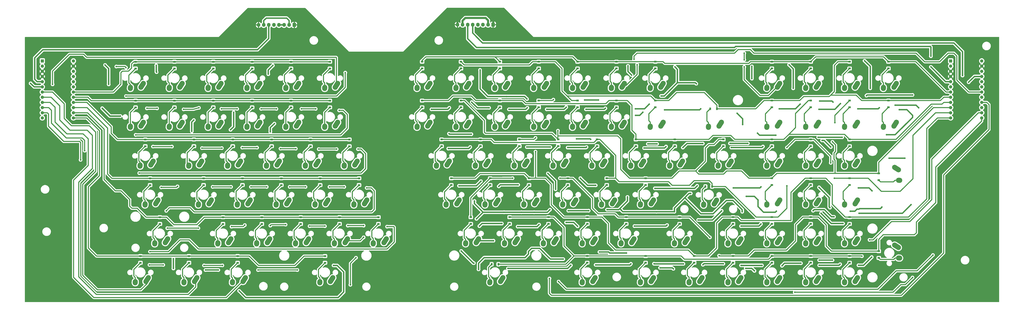
<source format=gbl>
%TF.GenerationSoftware,KiCad,Pcbnew,6.0.11-2627ca5db0~126~ubuntu22.04.1*%
%TF.CreationDate,2023-11-06T21:31:54+01:00*%
%TF.ProjectId,pcb,7063622e-6b69-4636-9164-5f7063625858,rev?*%
%TF.SameCoordinates,Original*%
%TF.FileFunction,Copper,L2,Bot*%
%TF.FilePolarity,Positive*%
%FSLAX46Y46*%
G04 Gerber Fmt 4.6, Leading zero omitted, Abs format (unit mm)*
G04 Created by KiCad (PCBNEW 6.0.11-2627ca5db0~126~ubuntu22.04.1) date 2023-11-06 21:31:54*
%MOMM*%
%LPD*%
G01*
G04 APERTURE LIST*
G04 Aperture macros list*
%AMRoundRect*
0 Rectangle with rounded corners*
0 $1 Rounding radius*
0 $2 $3 $4 $5 $6 $7 $8 $9 X,Y pos of 4 corners*
0 Add a 4 corners polygon primitive as box body*
4,1,4,$2,$3,$4,$5,$6,$7,$8,$9,$2,$3,0*
0 Add four circle primitives for the rounded corners*
1,1,$1+$1,$2,$3*
1,1,$1+$1,$4,$5*
1,1,$1+$1,$6,$7*
1,1,$1+$1,$8,$9*
0 Add four rect primitives between the rounded corners*
20,1,$1+$1,$2,$3,$4,$5,0*
20,1,$1+$1,$4,$5,$6,$7,0*
20,1,$1+$1,$6,$7,$8,$9,0*
20,1,$1+$1,$8,$9,$2,$3,0*%
%AMHorizOval*
0 Thick line with rounded ends*
0 $1 width*
0 $2 $3 position (X,Y) of the first rounded end (center of the circle)*
0 $4 $5 position (X,Y) of the second rounded end (center of the circle)*
0 Add line between two ends*
20,1,$1,$2,$3,$4,$5,0*
0 Add two circle primitives to create the rounded ends*
1,1,$1,$2,$3*
1,1,$1,$4,$5*%
G04 Aperture macros list end*
%TA.AperFunction,ComponentPad*%
%ADD10HorizOval,2.500000X0.604462X0.948815X-0.604462X-0.948815X0*%
%TD*%
%TA.AperFunction,ComponentPad*%
%ADD11HorizOval,2.500000X0.019724X0.289328X-0.019724X-0.289328X0*%
%TD*%
%TA.AperFunction,ComponentPad*%
%ADD12HorizOval,2.500000X-0.948815X0.604462X0.948815X-0.604462X0*%
%TD*%
%TA.AperFunction,ComponentPad*%
%ADD13HorizOval,2.500000X-0.289328X0.019724X0.289328X-0.019724X0*%
%TD*%
%TA.AperFunction,ComponentPad*%
%ADD14RoundRect,0.250000X0.600000X0.725000X-0.600000X0.725000X-0.600000X-0.725000X0.600000X-0.725000X0*%
%TD*%
%TA.AperFunction,ComponentPad*%
%ADD15O,1.700000X1.950000*%
%TD*%
%TA.AperFunction,ComponentPad*%
%ADD16R,1.600000X1.600000*%
%TD*%
%TA.AperFunction,ComponentPad*%
%ADD17C,1.600000*%
%TD*%
%TA.AperFunction,SMDPad,CuDef*%
%ADD18R,1.200000X0.900000*%
%TD*%
%TA.AperFunction,SMDPad,CuDef*%
%ADD19R,0.900000X1.200000*%
%TD*%
%TA.AperFunction,ViaPad*%
%ADD20C,0.800000*%
%TD*%
%TA.AperFunction,Conductor*%
%ADD21C,0.500000*%
%TD*%
%TA.AperFunction,Conductor*%
%ADD22C,0.700000*%
%TD*%
%TA.AperFunction,Conductor*%
%ADD23C,1.000000*%
%TD*%
%TA.AperFunction,Conductor*%
%ADD24C,0.750000*%
%TD*%
G04 APERTURE END LIST*
D10*
%TO.P,K80,1*%
%TO.N,Net-(K35-Pad1)*%
X200898800Y-367057800D03*
D11*
%TO.P,K80,2*%
%TO.N,Net-(D80-Pad2)*%
X195123800Y-368327800D03*
%TD*%
D10*
%TO.P,K4,1*%
%TO.N,Net-(K10-Pad1)*%
X93742500Y-290876550D03*
D11*
%TO.P,K4,2*%
%TO.N,Net-(D4-Pad2)*%
X87967500Y-292146550D03*
%TD*%
D10*
%TO.P,K75,1*%
%TO.N,Net-(K41-Pad1)*%
X317580050Y-348091500D03*
D11*
%TO.P,K75,2*%
%TO.N,Net-(D75-Pad2)*%
X311805050Y-349361500D03*
%TD*%
D10*
%TO.P,K17,1*%
%TO.N,Net-(K11-Pad1)*%
X122317500Y-328976550D03*
D11*
%TO.P,K17,2*%
%TO.N,Net-(D17-Pad2)*%
X116542500Y-330246550D03*
%TD*%
D10*
%TO.P,K96,1*%
%TO.N,Net-(K43-Pad1)*%
X367586300Y-386107800D03*
D11*
%TO.P,K96,2*%
%TO.N,Net-(D96-Pad2)*%
X361811300Y-387377800D03*
%TD*%
D10*
%TO.P,K76,1*%
%TO.N,Net-(K42-Pad1)*%
X348536300Y-348007800D03*
D11*
%TO.P,K76,2*%
%TO.N,Net-(D76-Pad2)*%
X342761300Y-349277800D03*
%TD*%
D10*
%TO.P,K8,1*%
%TO.N,Net-(K14-Pad1)*%
X55642500Y-309926550D03*
D11*
%TO.P,K8,2*%
%TO.N,Net-(D8-Pad2)*%
X49867500Y-311196550D03*
%TD*%
D10*
%TO.P,K70,1*%
%TO.N,Net-(K37-Pad1)*%
X210423800Y-348007800D03*
D11*
%TO.P,K70,2*%
%TO.N,Net-(D70-Pad2)*%
X204648800Y-349277800D03*
%TD*%
D10*
%TO.P,K93,1*%
%TO.N,Net-(K42-Pad1)*%
X310436300Y-386107800D03*
D11*
%TO.P,K93,2*%
%TO.N,Net-(D93-Pad2)*%
X304661300Y-387377800D03*
%TD*%
D10*
%TO.P,K78,1*%
%TO.N,Net-(K45-Pad1)*%
X386636300Y-348007800D03*
D11*
%TO.P,K78,2*%
%TO.N,Net-(D78-Pad2)*%
X380861300Y-349277800D03*
%TD*%
D10*
%TO.P,K92,1*%
%TO.N,Net-(K41-Pad1)*%
X286623800Y-386107800D03*
D11*
%TO.P,K92,2*%
%TO.N,Net-(D92-Pad2)*%
X280848800Y-387377800D03*
%TD*%
D10*
%TO.P,K35,1*%
%TO.N,Net-(K35-Pad1)*%
X177086300Y-290857800D03*
D11*
%TO.P,K35,2*%
%TO.N,Net-(D35-Pad2)*%
X171311300Y-292127800D03*
%TD*%
D12*
%TO.P,K98,1*%
%TO.N,Net-(K45-Pad1)*%
X406338650Y-369807800D03*
D13*
%TO.P,K98,2*%
%TO.N,Net-(D98-Pad2)*%
X407608650Y-375582800D03*
%TD*%
D10*
%TO.P,K88,1*%
%TO.N,Net-(K43-Pad1)*%
X367586300Y-367057800D03*
D11*
%TO.P,K88,2*%
%TO.N,Net-(D88-Pad2)*%
X361811300Y-368327800D03*
%TD*%
D10*
%TO.P,K94,1*%
%TO.N,Net-(K42-Pad1)*%
X329486300Y-386107800D03*
D11*
%TO.P,K94,2*%
%TO.N,Net-(D94-Pad2)*%
X323711300Y-387377800D03*
%TD*%
D10*
%TO.P,K54,1*%
%TO.N,Net-(K42-Pad1)*%
X348536300Y-309907800D03*
D11*
%TO.P,K54,2*%
%TO.N,Net-(D54-Pad2)*%
X342761300Y-311177800D03*
%TD*%
D10*
%TO.P,K16,1*%
%TO.N,Net-(K10-Pad1)*%
X103267500Y-328976550D03*
D11*
%TO.P,K16,2*%
%TO.N,Net-(D16-Pad2)*%
X97492500Y-330246550D03*
%TD*%
D10*
%TO.P,K10,1*%
%TO.N,Net-(K10-Pad1)*%
X93742500Y-309926550D03*
D11*
%TO.P,K10,2*%
%TO.N,Net-(D10-Pad2)*%
X87967500Y-311196550D03*
%TD*%
D10*
%TO.P,K12,1*%
%TO.N,Net-(K12-Pad1)*%
X131842500Y-309926550D03*
D11*
%TO.P,K12,2*%
%TO.N,Net-(D12-Pad2)*%
X126067500Y-311196550D03*
%TD*%
D10*
%TO.P,K37,1*%
%TO.N,Net-(K37-Pad1)*%
X215186300Y-290857800D03*
D11*
%TO.P,K37,2*%
%TO.N,Net-(D37-Pad2)*%
X209411300Y-292127800D03*
%TD*%
D10*
%TO.P,K9,1*%
%TO.N,Net-(K15-Pad1)*%
X74692500Y-309926550D03*
D11*
%TO.P,K9,2*%
%TO.N,Net-(D9-Pad2)*%
X68917500Y-311196550D03*
%TD*%
D10*
%TO.P,K19,1*%
%TO.N,Net-(K1-Pad1)*%
X43736250Y-348026550D03*
D11*
%TO.P,K19,2*%
%TO.N,Net-(D19-Pad2)*%
X37961250Y-349296550D03*
%TD*%
D10*
%TO.P,K85,1*%
%TO.N,Net-(K41-Pad1)*%
X303292550Y-367057800D03*
D11*
%TO.P,K85,2*%
%TO.N,Net-(D85-Pad2)*%
X297517550Y-368327800D03*
%TD*%
D10*
%TO.P,K33,1*%
%TO.N,Net-(K15-Pad1)*%
X86598750Y-386126550D03*
D11*
%TO.P,K33,2*%
%TO.N,Net-(D33-Pad2)*%
X80823750Y-387396550D03*
%TD*%
D10*
%TO.P,K86,1*%
%TO.N,Net-(K41-Pad1)*%
X329486300Y-367057800D03*
D11*
%TO.P,K86,2*%
%TO.N,Net-(D86-Pad2)*%
X323711300Y-368327800D03*
%TD*%
D10*
%TO.P,K95,1*%
%TO.N,Net-(K42-Pad1)*%
X348536300Y-386107800D03*
D11*
%TO.P,K95,2*%
%TO.N,Net-(D95-Pad2)*%
X342761300Y-387377800D03*
%TD*%
D10*
%TO.P,K42,1*%
%TO.N,Net-(K42-Pad1)*%
X348536300Y-290857800D03*
D11*
%TO.P,K42,2*%
%TO.N,Net-(D42-Pad2)*%
X342761300Y-292127800D03*
%TD*%
D10*
%TO.P,K30,1*%
%TO.N,Net-(K12-Pad1)*%
X155655000Y-367076550D03*
D11*
%TO.P,K30,2*%
%TO.N,Net-(D30-Pad2)*%
X149880000Y-368346550D03*
%TD*%
D10*
%TO.P,K46,1*%
%TO.N,Net-(K35-Pad1)*%
X177086300Y-309907800D03*
D11*
%TO.P,K46,2*%
%TO.N,Net-(D46-Pad2)*%
X171311300Y-311177800D03*
%TD*%
D10*
%TO.P,K5,1*%
%TO.N,Net-(K11-Pad1)*%
X112792500Y-290876550D03*
D11*
%TO.P,K5,2*%
%TO.N,Net-(D5-Pad2)*%
X107017500Y-292146550D03*
%TD*%
D10*
%TO.P,K21,1*%
%TO.N,Net-(K15-Pad1)*%
X88980000Y-348026550D03*
D11*
%TO.P,K21,2*%
%TO.N,Net-(D21-Pad2)*%
X83205000Y-349296550D03*
%TD*%
D10*
%TO.P,K28,1*%
%TO.N,Net-(K10-Pad1)*%
X117555000Y-367076550D03*
D11*
%TO.P,K28,2*%
%TO.N,Net-(D28-Pad2)*%
X111780000Y-368346550D03*
%TD*%
D10*
%TO.P,K51,1*%
%TO.N,Net-(K39-Pad1)*%
X272336300Y-309907800D03*
D11*
%TO.P,K51,2*%
%TO.N,Net-(D51-Pad2)*%
X266561300Y-311177800D03*
%TD*%
D14*
%TO.P,J1,1,1*%
%TO.N,GND*%
X111137500Y-261262500D03*
D15*
%TO.P,J1,2,2*%
%TO.N,Net-(FS1-Pad4)*%
X108637500Y-261262500D03*
%TO.P,J1,3,3*%
%TO.N,Net-(J1-Pad3)*%
X106137500Y-261262500D03*
%TO.P,J1,4,4*%
X103637500Y-261262500D03*
%TO.P,J1,5,5*%
%TO.N,Net-(J1-Pad5)*%
X101137500Y-261262500D03*
%TO.P,J1,6,6*%
%TO.N,Net-(J1-Pad6)*%
X98637500Y-261262500D03*
%TO.P,J1,7,7*%
%TO.N,Net-(FS1-Pad4)*%
X96137500Y-261262500D03*
%TO.P,J1,8,8*%
%TO.N,GND*%
X93637500Y-261262500D03*
%TD*%
D10*
%TO.P,K62,1*%
%TO.N,Net-(K39-Pad1)*%
X262811300Y-328957800D03*
D11*
%TO.P,K62,2*%
%TO.N,Net-(D62-Pad2)*%
X257036300Y-330227800D03*
%TD*%
D10*
%TO.P,K72,1*%
%TO.N,Net-(K39-Pad1)*%
X248523800Y-348007800D03*
D11*
%TO.P,K72,2*%
%TO.N,Net-(D72-Pad2)*%
X242748800Y-349277800D03*
%TD*%
D10*
%TO.P,K49,1*%
%TO.N,Net-(K37-Pad1)*%
X234236300Y-309907800D03*
D11*
%TO.P,K49,2*%
%TO.N,Net-(D49-Pad2)*%
X228461300Y-311177800D03*
%TD*%
D10*
%TO.P,K60,1*%
%TO.N,Net-(K37-Pad1)*%
X224711300Y-328957800D03*
D11*
%TO.P,K60,2*%
%TO.N,Net-(D60-Pad2)*%
X218936300Y-330227800D03*
%TD*%
D10*
%TO.P,K71,1*%
%TO.N,Net-(K39-Pad1)*%
X229473800Y-348007800D03*
D11*
%TO.P,K71,2*%
%TO.N,Net-(D71-Pad2)*%
X223698800Y-349277800D03*
%TD*%
D10*
%TO.P,K13,1*%
%TO.N,Net-(K1-Pad1)*%
X41355000Y-328976550D03*
D11*
%TO.P,K13,2*%
%TO.N,Net-(D13-Pad2)*%
X35580000Y-330246550D03*
%TD*%
D10*
%TO.P,K50,1*%
%TO.N,Net-(K39-Pad1)*%
X253286300Y-309907800D03*
D11*
%TO.P,K50,2*%
%TO.N,Net-(D50-Pad2)*%
X247511300Y-311177800D03*
%TD*%
D10*
%TO.P,K53,1*%
%TO.N,Net-(K41-Pad1)*%
X319961300Y-309907800D03*
D11*
%TO.P,K53,2*%
%TO.N,Net-(D53-Pad2)*%
X314186300Y-311177800D03*
%TD*%
D16*
%TO.P,U2,1,TX*%
%TO.N,Net-(K43-Pad1)*%
X432911300Y-278905000D03*
D17*
%TO.P,U2,2,RX*%
%TO.N,Net-(K45-Pad1)*%
X432911300Y-281445000D03*
%TO.P,U2,3,GND*%
%TO.N,GND*%
X432911300Y-283985000D03*
%TO.P,U2,4,GND*%
X432911300Y-286525000D03*
%TO.P,U2,5,SDA*%
%TO.N,Net-(J2-Pad6)*%
X432911300Y-289065000D03*
%TO.P,U2,6,SCL*%
%TO.N,Net-(J2-Pad5)*%
X432911300Y-291605000D03*
%TO.P,U2,7,D4*%
%TO.N,Net-(D35-Pad1)*%
X432911300Y-294145000D03*
%TO.P,U2,8,C6*%
%TO.N,Net-(D36-Pad1)*%
X432911300Y-296685000D03*
%TO.P,U2,9,D7*%
%TO.N,Net-(D46-Pad1)*%
X432911300Y-299225000D03*
%TO.P,U2,10,E6*%
%TO.N,Net-(D47-Pad1)*%
X432911300Y-301765000D03*
%TO.P,U2,11,B4*%
%TO.N,Net-(D58-Pad1)*%
X432911300Y-304305000D03*
%TO.P,U2,12,B5*%
%TO.N,Net-(D60-Pad1)*%
X432911300Y-306845000D03*
%TO.P,U2,13,B6*%
%TO.N,Net-(D70-Pad1)*%
X448151300Y-306845000D03*
%TO.P,U2,14,B2*%
%TO.N,Net-(D81-Pad1)*%
X448151300Y-304305000D03*
%TO.P,U2,15,B3*%
%TO.N,Net-(K35-Pad1)*%
X448151300Y-301765000D03*
%TO.P,U2,16,B1*%
%TO.N,Net-(K37-Pad1)*%
X448151300Y-299225000D03*
%TO.P,U2,17,F7*%
%TO.N,Net-(K39-Pad1)*%
X448151300Y-296685000D03*
%TO.P,U2,18,F6*%
%TO.N,Net-(K40-Pad1)*%
X448151300Y-294145000D03*
%TO.P,U2,19,F5*%
%TO.N,Net-(K41-Pad1)*%
X448151300Y-291605000D03*
%TO.P,U2,20,F4*%
%TO.N,Net-(K42-Pad1)*%
X448151300Y-289065000D03*
%TO.P,U2,21,VCC*%
%TO.N,Net-(J2-Pad7)*%
X448151300Y-286525000D03*
%TO.P,U2,22,RST*%
%TO.N,unconnected-(U2-Pad22)*%
X448151300Y-283985000D03*
%TO.P,U2,23,GND*%
%TO.N,GND*%
X448151300Y-281445000D03*
%TO.P,U2,24,RAW*%
%TO.N,unconnected-(U2-Pad24)*%
X448151300Y-278905000D03*
%TD*%
D10*
%TO.P,K34,1*%
%TO.N,Net-(K10-Pad1)*%
X129461250Y-386126550D03*
D11*
%TO.P,K34,2*%
%TO.N,Net-(D34-Pad2)*%
X123686250Y-387396550D03*
%TD*%
D16*
%TO.P,U1,1,TX*%
%TO.N,Net-(FS1-Pad2)*%
X-12382500Y-278923750D03*
D17*
%TO.P,U1,2,RX*%
%TO.N,Net-(FS1-Pad3)*%
X-12382500Y-281463750D03*
%TO.P,U1,3,GND*%
%TO.N,GND*%
X-12382500Y-284003750D03*
%TO.P,U1,4,GND*%
X-12382500Y-286543750D03*
%TO.P,U1,5,SDA*%
%TO.N,Net-(J1-Pad6)*%
X-12382500Y-289083750D03*
%TO.P,U1,6,SCL*%
%TO.N,Net-(J1-Pad5)*%
X-12382500Y-291623750D03*
%TO.P,U1,7,D4*%
%TO.N,Net-(K1-Pad1)*%
X-12382500Y-294163750D03*
%TO.P,U1,8,C6*%
%TO.N,Net-(K14-Pad1)*%
X-12382500Y-296703750D03*
%TO.P,U1,9,D7*%
%TO.N,Net-(K15-Pad1)*%
X-12382500Y-299243750D03*
%TO.P,U1,10,E6*%
%TO.N,Net-(K10-Pad1)*%
X-12382500Y-301783750D03*
%TO.P,U1,11,B4*%
%TO.N,Net-(K11-Pad1)*%
X-12382500Y-304323750D03*
%TO.P,U1,12,B5*%
%TO.N,Net-(K12-Pad1)*%
X-12382500Y-306863750D03*
%TO.P,U1,13,B6*%
%TO.N,Net-(D31-Pad1)*%
X2857500Y-306863750D03*
%TO.P,U1,14,B2*%
%TO.N,Net-(D25-Pad1)*%
X2857500Y-304323750D03*
%TO.P,U1,15,B3*%
%TO.N,Net-(D19-Pad1)*%
X2857500Y-301783750D03*
%TO.P,U1,16,B1*%
%TO.N,Net-(D13-Pad1)*%
X2857500Y-299243750D03*
%TO.P,U1,17,F7*%
%TO.N,Net-(D10-Pad1)*%
X2857500Y-296703750D03*
%TO.P,U1,18,F6*%
%TO.N,Net-(D1-Pad1)*%
X2857500Y-294163750D03*
%TO.P,U1,19,F5*%
%TO.N,Net-(LED1-Pad4)*%
X2857500Y-291623750D03*
%TO.P,U1,20,F4*%
%TO.N,unconnected-(U1-Pad20)*%
X2857500Y-289083750D03*
%TO.P,U1,21,VCC*%
%TO.N,Net-(FS1-Pad4)*%
X2857500Y-286543750D03*
%TO.P,U1,22,RST*%
%TO.N,unconnected-(U1-Pad22)*%
X2857500Y-284003750D03*
%TO.P,U1,23,GND*%
%TO.N,GND*%
X2857500Y-281463750D03*
%TO.P,U1,24,RAW*%
%TO.N,unconnected-(U1-Pad24)*%
X2857500Y-278923750D03*
%TD*%
D10*
%TO.P,K22,1*%
%TO.N,Net-(K10-Pad1)*%
X108030000Y-348026550D03*
D11*
%TO.P,K22,2*%
%TO.N,Net-(D22-Pad2)*%
X102255000Y-349296550D03*
%TD*%
D10*
%TO.P,K57,1*%
%TO.N,Net-(K45-Pad1)*%
X405686300Y-309907800D03*
D11*
%TO.P,K57,2*%
%TO.N,Net-(D57-Pad2)*%
X399911300Y-311177800D03*
%TD*%
D10*
%TO.P,K82,1*%
%TO.N,Net-(K39-Pad1)*%
X238998800Y-367057800D03*
D11*
%TO.P,K82,2*%
%TO.N,Net-(D82-Pad2)*%
X233223800Y-368327800D03*
%TD*%
D10*
%TO.P,K23,1*%
%TO.N,Net-(K11-Pad1)*%
X127080000Y-348026550D03*
D11*
%TO.P,K23,2*%
%TO.N,Net-(D23-Pad2)*%
X121305000Y-349296550D03*
%TD*%
D10*
%TO.P,K56,1*%
%TO.N,Net-(K43-Pad1)*%
X386636300Y-309907800D03*
D11*
%TO.P,K56,2*%
%TO.N,Net-(D56-Pad2)*%
X380861300Y-311177800D03*
%TD*%
D10*
%TO.P,K65,1*%
%TO.N,Net-(K41-Pad1)*%
X324723800Y-328957800D03*
D11*
%TO.P,K65,2*%
%TO.N,Net-(D65-Pad2)*%
X318948800Y-330227800D03*
%TD*%
D10*
%TO.P,K44,1*%
%TO.N,Net-(K43-Pad1)*%
X386636300Y-290857800D03*
D11*
%TO.P,K44,2*%
%TO.N,Net-(D44-Pad2)*%
X380861300Y-292127800D03*
%TD*%
D10*
%TO.P,K81,1*%
%TO.N,Net-(K37-Pad1)*%
X219948800Y-367057800D03*
D11*
%TO.P,K81,2*%
%TO.N,Net-(D81-Pad2)*%
X214173800Y-368327800D03*
%TD*%
D10*
%TO.P,K39,1*%
%TO.N,Net-(K39-Pad1)*%
X253286300Y-290857800D03*
D11*
%TO.P,K39,2*%
%TO.N,Net-(D39-Pad2)*%
X247511300Y-292127800D03*
%TD*%
D10*
%TO.P,K24,1*%
%TO.N,Net-(K12-Pad1)*%
X146130000Y-348026550D03*
D11*
%TO.P,K24,2*%
%TO.N,Net-(D24-Pad2)*%
X140355000Y-349296550D03*
%TD*%
D10*
%TO.P,K3,1*%
%TO.N,Net-(K15-Pad1)*%
X74692500Y-290876550D03*
D11*
%TO.P,K3,2*%
%TO.N,Net-(D3-Pad2)*%
X68917500Y-292146550D03*
%TD*%
D10*
%TO.P,K55,1*%
%TO.N,Net-(K43-Pad1)*%
X367586300Y-309907800D03*
D11*
%TO.P,K55,2*%
%TO.N,Net-(D55-Pad2)*%
X361811300Y-311177800D03*
%TD*%
D10*
%TO.P,K2,1*%
%TO.N,Net-(K14-Pad1)*%
X55642500Y-290876550D03*
D11*
%TO.P,K2,2*%
%TO.N,Net-(D2-Pad2)*%
X49867500Y-292146550D03*
%TD*%
D10*
%TO.P,K6,1*%
%TO.N,Net-(K12-Pad1)*%
X131842500Y-290876550D03*
D11*
%TO.P,K6,2*%
%TO.N,Net-(D6-Pad2)*%
X126067500Y-292146550D03*
%TD*%
D10*
%TO.P,K36,1*%
%TO.N,Net-(K35-Pad1)*%
X196136300Y-290857800D03*
D11*
%TO.P,K36,2*%
%TO.N,Net-(D36-Pad2)*%
X190361300Y-292127800D03*
%TD*%
D10*
%TO.P,K84,1*%
%TO.N,Net-(K40-Pad1)*%
X277098800Y-367057800D03*
D11*
%TO.P,K84,2*%
%TO.N,Net-(D84-Pad2)*%
X271323800Y-368327800D03*
%TD*%
D10*
%TO.P,K25,1*%
%TO.N,Net-(K1-Pad1)*%
X48498750Y-367076550D03*
D11*
%TO.P,K25,2*%
%TO.N,Net-(D25-Pad2)*%
X42723750Y-368346550D03*
%TD*%
D10*
%TO.P,K7,1*%
%TO.N,Net-(K1-Pad1)*%
X36592500Y-309926550D03*
D11*
%TO.P,K7,2*%
%TO.N,Net-(D7-Pad2)*%
X30817500Y-311196550D03*
%TD*%
D10*
%TO.P,K27,1*%
%TO.N,Net-(K15-Pad1)*%
X98505000Y-367076550D03*
D11*
%TO.P,K27,2*%
%TO.N,Net-(D27-Pad2)*%
X92730000Y-368346550D03*
%TD*%
D10*
%TO.P,K61,1*%
%TO.N,Net-(K39-Pad1)*%
X243761300Y-328957800D03*
D11*
%TO.P,K61,2*%
%TO.N,Net-(D61-Pad2)*%
X237986300Y-330227800D03*
%TD*%
D10*
%TO.P,K69,1*%
%TO.N,Net-(K35-Pad1)*%
X191373800Y-348007800D03*
D11*
%TO.P,K69,2*%
%TO.N,Net-(D69-Pad2)*%
X185598800Y-349277800D03*
%TD*%
D10*
%TO.P,K67,1*%
%TO.N,Net-(K43-Pad1)*%
X367586300Y-328957800D03*
D11*
%TO.P,K67,2*%
%TO.N,Net-(D67-Pad2)*%
X361811300Y-330227800D03*
%TD*%
D10*
%TO.P,K26,1*%
%TO.N,Net-(K14-Pad1)*%
X79455000Y-367076550D03*
D11*
%TO.P,K26,2*%
%TO.N,Net-(D26-Pad2)*%
X73680000Y-368346550D03*
%TD*%
D10*
%TO.P,K63,1*%
%TO.N,Net-(K40-Pad1)*%
X281861300Y-328957800D03*
D11*
%TO.P,K63,2*%
%TO.N,Net-(D63-Pad2)*%
X276086300Y-330227800D03*
%TD*%
D10*
%TO.P,K83,1*%
%TO.N,Net-(K40-Pad1)*%
X258048800Y-367057800D03*
D11*
%TO.P,K83,2*%
%TO.N,Net-(D83-Pad2)*%
X252273800Y-368327800D03*
%TD*%
D10*
%TO.P,K32,1*%
%TO.N,Net-(K14-Pad1)*%
X62786250Y-386126550D03*
D11*
%TO.P,K32,2*%
%TO.N,Net-(D32-Pad2)*%
X57011250Y-387396550D03*
%TD*%
D10*
%TO.P,K90,1*%
%TO.N,Net-(K35-Pad1)*%
X212805050Y-386107800D03*
D11*
%TO.P,K90,2*%
%TO.N,Net-(D90-Pad2)*%
X207030050Y-387377800D03*
%TD*%
D10*
%TO.P,K48,1*%
%TO.N,Net-(K37-Pad1)*%
X215186300Y-309907800D03*
D11*
%TO.P,K48,2*%
%TO.N,Net-(D48-Pad2)*%
X209411300Y-311177800D03*
%TD*%
D10*
%TO.P,K52,1*%
%TO.N,Net-(K40-Pad1)*%
X291386300Y-309907800D03*
D11*
%TO.P,K52,2*%
%TO.N,Net-(D52-Pad2)*%
X285611300Y-311177800D03*
%TD*%
D10*
%TO.P,K97,1*%
%TO.N,Net-(K45-Pad1)*%
X386636300Y-386107800D03*
D11*
%TO.P,K97,2*%
%TO.N,Net-(D97-Pad2)*%
X380861300Y-387377800D03*
%TD*%
D10*
%TO.P,K89,1*%
%TO.N,Net-(K45-Pad1)*%
X386636300Y-367057800D03*
D11*
%TO.P,K89,2*%
%TO.N,Net-(D89-Pad2)*%
X380861300Y-368327800D03*
%TD*%
D10*
%TO.P,K68,1*%
%TO.N,Net-(K45-Pad1)*%
X386636300Y-328957800D03*
D11*
%TO.P,K68,2*%
%TO.N,Net-(D68-Pad2)*%
X380861300Y-330227800D03*
%TD*%
D10*
%TO.P,K91,1*%
%TO.N,Net-(K40-Pad1)*%
X258048800Y-386107800D03*
D11*
%TO.P,K91,2*%
%TO.N,Net-(D91-Pad2)*%
X252273800Y-387377800D03*
%TD*%
D10*
%TO.P,K11,1*%
%TO.N,Net-(K11-Pad1)*%
X112792500Y-309926550D03*
D11*
%TO.P,K11,2*%
%TO.N,Net-(D11-Pad2)*%
X107017500Y-311196550D03*
%TD*%
D10*
%TO.P,K31,1*%
%TO.N,Net-(K1-Pad1)*%
X38973750Y-386126550D03*
D11*
%TO.P,K31,2*%
%TO.N,Net-(D31-Pad2)*%
X33198750Y-387396550D03*
%TD*%
D10*
%TO.P,K59,1*%
%TO.N,Net-(K37-Pad1)*%
X205661300Y-328957800D03*
D11*
%TO.P,K59,2*%
%TO.N,Net-(D59-Pad2)*%
X199886300Y-330227800D03*
%TD*%
D10*
%TO.P,K47,1*%
%TO.N,Net-(K35-Pad1)*%
X196136300Y-309907800D03*
D11*
%TO.P,K47,2*%
%TO.N,Net-(D47-Pad2)*%
X190361300Y-311177800D03*
%TD*%
D10*
%TO.P,K64,1*%
%TO.N,Net-(K41-Pad1)*%
X300911300Y-328957800D03*
D11*
%TO.P,K64,2*%
%TO.N,Net-(D64-Pad2)*%
X295136300Y-330227800D03*
%TD*%
D10*
%TO.P,K20,1*%
%TO.N,Net-(K14-Pad1)*%
X69930000Y-348026550D03*
D11*
%TO.P,K20,2*%
%TO.N,Net-(D20-Pad2)*%
X64155000Y-349296550D03*
%TD*%
D10*
%TO.P,K73,1*%
%TO.N,Net-(K40-Pad1)*%
X267573800Y-348007800D03*
D11*
%TO.P,K73,2*%
%TO.N,Net-(D73-Pad2)*%
X261798800Y-349277800D03*
%TD*%
D10*
%TO.P,K41,1*%
%TO.N,Net-(K41-Pad1)*%
X291386300Y-290857800D03*
D11*
%TO.P,K41,2*%
%TO.N,Net-(D41-Pad2)*%
X285611300Y-292127800D03*
%TD*%
D10*
%TO.P,K38,1*%
%TO.N,Net-(K37-Pad1)*%
X234236300Y-290857800D03*
D11*
%TO.P,K38,2*%
%TO.N,Net-(D38-Pad2)*%
X228461300Y-292127800D03*
%TD*%
D10*
%TO.P,K58,1*%
%TO.N,Net-(K35-Pad1)*%
X186611300Y-328957800D03*
D11*
%TO.P,K58,2*%
%TO.N,Net-(D58-Pad2)*%
X180836300Y-330227800D03*
%TD*%
D10*
%TO.P,K66,1*%
%TO.N,Net-(K42-Pad1)*%
X348536300Y-328957800D03*
D11*
%TO.P,K66,2*%
%TO.N,Net-(D66-Pad2)*%
X342761300Y-330227800D03*
%TD*%
D10*
%TO.P,K15,1*%
%TO.N,Net-(K15-Pad1)*%
X84217500Y-328976550D03*
D11*
%TO.P,K15,2*%
%TO.N,Net-(D15-Pad2)*%
X78442500Y-330246550D03*
%TD*%
D10*
%TO.P,K1,1*%
%TO.N,Net-(K1-Pad1)*%
X36592500Y-290876550D03*
D11*
%TO.P,K1,2*%
%TO.N,Net-(D1-Pad2)*%
X30817500Y-292146550D03*
%TD*%
D10*
%TO.P,K40,1*%
%TO.N,Net-(K40-Pad1)*%
X272336300Y-290857800D03*
D11*
%TO.P,K40,2*%
%TO.N,Net-(D40-Pad2)*%
X266561300Y-292127800D03*
%TD*%
D14*
%TO.P,J2,1,1*%
%TO.N,GND*%
X208637550Y-261143750D03*
D15*
%TO.P,J2,2,2*%
%TO.N,Net-(J2-Pad7)*%
X206137550Y-261143750D03*
%TO.P,J2,3,3*%
%TO.N,Net-(J2-Pad3)*%
X203637550Y-261143750D03*
%TO.P,J2,4,4*%
X201137550Y-261143750D03*
%TO.P,J2,5,5*%
%TO.N,Net-(J2-Pad5)*%
X198637550Y-261143750D03*
%TO.P,J2,6,6*%
%TO.N,Net-(J2-Pad6)*%
X196137550Y-261143750D03*
%TO.P,J2,7,7*%
%TO.N,Net-(J2-Pad7)*%
X193637550Y-261143750D03*
%TO.P,J2,8,8*%
%TO.N,GND*%
X191137550Y-261143750D03*
%TD*%
D10*
%TO.P,K74,1*%
%TO.N,Net-(K40-Pad1)*%
X286623800Y-348007800D03*
D11*
%TO.P,K74,2*%
%TO.N,Net-(D74-Pad2)*%
X280848800Y-349277800D03*
%TD*%
D10*
%TO.P,K29,1*%
%TO.N,Net-(K11-Pad1)*%
X136605000Y-367076550D03*
D11*
%TO.P,K29,2*%
%TO.N,Net-(D29-Pad2)*%
X130830000Y-368346550D03*
%TD*%
D10*
%TO.P,K14,1*%
%TO.N,Net-(K14-Pad1)*%
X65167500Y-328976550D03*
D11*
%TO.P,K14,2*%
%TO.N,Net-(D14-Pad2)*%
X59392500Y-330246550D03*
%TD*%
D10*
%TO.P,K43,1*%
%TO.N,Net-(K43-Pad1)*%
X367586300Y-290857800D03*
D11*
%TO.P,K43,2*%
%TO.N,Net-(D43-Pad2)*%
X361811300Y-292127800D03*
%TD*%
D12*
%TO.P,K79,1*%
%TO.N,Net-(K45-Pad1)*%
X406338650Y-331707800D03*
D13*
%TO.P,K79,2*%
%TO.N,Net-(D79-Pad2)*%
X407608650Y-337482800D03*
%TD*%
D10*
%TO.P,K77,1*%
%TO.N,Net-(K43-Pad1)*%
X367586300Y-348007800D03*
D11*
%TO.P,K77,2*%
%TO.N,Net-(D77-Pad2)*%
X361811300Y-349277800D03*
%TD*%
D10*
%TO.P,K45,1*%
%TO.N,Net-(K45-Pad1)*%
X405686300Y-290857800D03*
D11*
%TO.P,K45,2*%
%TO.N,Net-(D45-Pad2)*%
X399911300Y-292127800D03*
%TD*%
D10*
%TO.P,K87,1*%
%TO.N,Net-(K42-Pad1)*%
X348536300Y-367057800D03*
D11*
%TO.P,K87,2*%
%TO.N,Net-(D87-Pad2)*%
X342761300Y-368327800D03*
%TD*%
D10*
%TO.P,K18,1*%
%TO.N,Net-(K12-Pad1)*%
X141367500Y-328976550D03*
D11*
%TO.P,K18,2*%
%TO.N,Net-(D18-Pad2)*%
X135592500Y-330246550D03*
%TD*%
D18*
%TO.P,D37,1,K*%
%TO.N,Net-(D35-Pad1)*%
X211931300Y-279318750D03*
%TO.P,D37,2,A*%
%TO.N,Net-(D37-Pad2)*%
X211931300Y-282618750D03*
%TD*%
%TO.P,D15,1,K*%
%TO.N,Net-(D13-Pad1)*%
X80962500Y-317437500D03*
%TO.P,D15,2,A*%
%TO.N,Net-(D15-Pad2)*%
X80962500Y-320737500D03*
%TD*%
%TO.P,D84,1,K*%
%TO.N,Net-(D70-Pad1)*%
X273843800Y-355518750D03*
%TO.P,D84,2,A*%
%TO.N,Net-(D84-Pad2)*%
X273843800Y-358818750D03*
%TD*%
%TO.P,D81,1,K*%
%TO.N,Net-(D81-Pad1)*%
X216693800Y-355518750D03*
%TO.P,D81,2,A*%
%TO.N,Net-(D81-Pad2)*%
X216693800Y-358818750D03*
%TD*%
%TO.P,D83,1,K*%
%TO.N,Net-(D60-Pad1)*%
X254793800Y-355518750D03*
%TO.P,D83,2,A*%
%TO.N,Net-(D83-Pad2)*%
X254793800Y-358818750D03*
%TD*%
%TO.P,D44,1,K*%
%TO.N,Net-(D36-Pad1)*%
X383381300Y-279318750D03*
%TO.P,D44,2,A*%
%TO.N,Net-(D44-Pad2)*%
X383381300Y-282618750D03*
%TD*%
%TO.P,D35,1,K*%
%TO.N,Net-(D35-Pad1)*%
X173831300Y-279318750D03*
%TO.P,D35,2,A*%
%TO.N,Net-(D35-Pad2)*%
X173831300Y-282618750D03*
%TD*%
%TO.P,D95,1,K*%
%TO.N,Net-(D81-Pad1)*%
X345281300Y-374568750D03*
%TO.P,D95,2,A*%
%TO.N,Net-(D95-Pad2)*%
X345281300Y-377868750D03*
%TD*%
%TO.P,D88,1,K*%
%TO.N,Net-(D70-Pad1)*%
X364331300Y-355518750D03*
%TO.P,D88,2,A*%
%TO.N,Net-(D88-Pad2)*%
X364331300Y-358818750D03*
%TD*%
%TO.P,D28,1,K*%
%TO.N,Net-(D25-Pad1)*%
X114300000Y-355537500D03*
%TO.P,D28,2,A*%
%TO.N,Net-(D28-Pad2)*%
X114300000Y-358837500D03*
%TD*%
%TO.P,D70,1,K*%
%TO.N,Net-(D70-Pad1)*%
X207168800Y-336468750D03*
%TO.P,D70,2,A*%
%TO.N,Net-(D70-Pad2)*%
X207168800Y-339768750D03*
%TD*%
%TO.P,D41,1,K*%
%TO.N,Net-(D35-Pad1)*%
X288131300Y-279318750D03*
%TO.P,D41,2,A*%
%TO.N,Net-(D41-Pad2)*%
X288131300Y-282618750D03*
%TD*%
%TO.P,D24,1,K*%
%TO.N,Net-(D19-Pad1)*%
X142875000Y-336487500D03*
%TO.P,D24,2,A*%
%TO.N,Net-(D24-Pad2)*%
X142875000Y-339787500D03*
%TD*%
%TO.P,D34,1,K*%
%TO.N,Net-(D31-Pad1)*%
X126206250Y-374587500D03*
%TO.P,D34,2,A*%
%TO.N,Net-(D34-Pad2)*%
X126206250Y-377887500D03*
%TD*%
%TO.P,D77,1,K*%
%TO.N,Net-(D60-Pad1)*%
X364331300Y-336468750D03*
%TO.P,D77,2,A*%
%TO.N,Net-(D77-Pad2)*%
X364331300Y-339768750D03*
%TD*%
%TO.P,D86,1,K*%
%TO.N,Net-(D60-Pad1)*%
X326231300Y-355518750D03*
%TO.P,D86,2,A*%
%TO.N,Net-(D86-Pad2)*%
X326231300Y-358818750D03*
%TD*%
%TO.P,D46,1,K*%
%TO.N,Net-(D46-Pad1)*%
X173831300Y-298368750D03*
%TO.P,D46,2,A*%
%TO.N,Net-(D46-Pad2)*%
X173831300Y-301668750D03*
%TD*%
%TO.P,D21,1,K*%
%TO.N,Net-(D19-Pad1)*%
X85725000Y-336487500D03*
%TO.P,D21,2,A*%
%TO.N,Net-(D21-Pad2)*%
X85725000Y-339787500D03*
%TD*%
%TO.P,D94,1,K*%
%TO.N,Net-(D70-Pad1)*%
X326231300Y-374568750D03*
%TO.P,D94,2,A*%
%TO.N,Net-(D94-Pad2)*%
X326231300Y-377868750D03*
%TD*%
%TO.P,D87,1,K*%
%TO.N,Net-(D58-Pad1)*%
X345281300Y-355518750D03*
%TO.P,D87,2,A*%
%TO.N,Net-(D87-Pad2)*%
X345281300Y-358818750D03*
%TD*%
%TO.P,D32,1,K*%
%TO.N,Net-(D31-Pad1)*%
X59531250Y-374587500D03*
%TO.P,D32,2,A*%
%TO.N,Net-(D32-Pad2)*%
X59531250Y-377887500D03*
%TD*%
%TO.P,D12,1,K*%
%TO.N,Net-(D10-Pad1)*%
X128587500Y-298387500D03*
%TO.P,D12,2,A*%
%TO.N,Net-(D12-Pad2)*%
X128587500Y-301687500D03*
%TD*%
%TO.P,D72,1,K*%
%TO.N,Net-(D70-Pad1)*%
X245268800Y-336468750D03*
%TO.P,D72,2,A*%
%TO.N,Net-(D72-Pad2)*%
X245268800Y-339768750D03*
%TD*%
%TO.P,D6,1,K*%
%TO.N,Net-(D1-Pad1)*%
X128587500Y-279337500D03*
%TO.P,D6,2,A*%
%TO.N,Net-(D6-Pad2)*%
X128587500Y-282637500D03*
%TD*%
%TO.P,D13,1,K*%
%TO.N,Net-(D13-Pad1)*%
X38100000Y-317437500D03*
%TO.P,D13,2,A*%
%TO.N,Net-(D13-Pad2)*%
X38100000Y-320737500D03*
%TD*%
%TO.P,D80,1,K*%
%TO.N,Net-(D70-Pad1)*%
X197643800Y-355518750D03*
%TO.P,D80,2,A*%
%TO.N,Net-(D80-Pad2)*%
X197643800Y-358818750D03*
%TD*%
%TO.P,D91,1,K*%
%TO.N,Net-(D81-Pad1)*%
X254762550Y-374543750D03*
%TO.P,D91,2,A*%
%TO.N,Net-(D91-Pad2)*%
X254762550Y-377843750D03*
%TD*%
%TO.P,D25,1,K*%
%TO.N,Net-(D25-Pad1)*%
X45243750Y-355537500D03*
%TO.P,D25,2,A*%
%TO.N,Net-(D25-Pad2)*%
X45243750Y-358837500D03*
%TD*%
%TO.P,D55,1,K*%
%TO.N,Net-(D46-Pad1)*%
X364331300Y-298368750D03*
%TO.P,D55,2,A*%
%TO.N,Net-(D55-Pad2)*%
X364331300Y-301668750D03*
%TD*%
%TO.P,D39,1,K*%
%TO.N,Net-(D35-Pad1)*%
X250031300Y-279318750D03*
%TO.P,D39,2,A*%
%TO.N,Net-(D39-Pad2)*%
X250031300Y-282618750D03*
%TD*%
%TO.P,D48,1,K*%
%TO.N,Net-(D46-Pad1)*%
X211931300Y-298368750D03*
%TO.P,D48,2,A*%
%TO.N,Net-(D48-Pad2)*%
X211931300Y-301668750D03*
%TD*%
%TO.P,D42,1,K*%
%TO.N,Net-(D35-Pad1)*%
X345281300Y-279318750D03*
%TO.P,D42,2,A*%
%TO.N,Net-(D42-Pad2)*%
X345281300Y-282618750D03*
%TD*%
%TO.P,D27,1,K*%
%TO.N,Net-(D25-Pad1)*%
X95250000Y-355537500D03*
%TO.P,D27,2,A*%
%TO.N,Net-(D27-Pad2)*%
X95250000Y-358837500D03*
%TD*%
%TO.P,D9,1,K*%
%TO.N,Net-(D10-Pad1)*%
X71437500Y-298387500D03*
%TO.P,D9,2,A*%
%TO.N,Net-(D9-Pad2)*%
X71437500Y-301687500D03*
%TD*%
%TO.P,D67,1,K*%
%TO.N,Net-(D58-Pad1)*%
X364331300Y-317418750D03*
%TO.P,D67,2,A*%
%TO.N,Net-(D67-Pad2)*%
X364331300Y-320718750D03*
%TD*%
%TO.P,D89,1,K*%
%TO.N,Net-(D60-Pad1)*%
X383381300Y-355518750D03*
%TO.P,D89,2,A*%
%TO.N,Net-(D89-Pad2)*%
X383381300Y-358818750D03*
%TD*%
%TO.P,D43,1,K*%
%TO.N,Net-(D35-Pad1)*%
X364331300Y-279318750D03*
%TO.P,D43,2,A*%
%TO.N,Net-(D43-Pad2)*%
X364331300Y-282618750D03*
%TD*%
%TO.P,D85,1,K*%
%TO.N,Net-(D70-Pad1)*%
X300037550Y-355518750D03*
%TO.P,D85,2,A*%
%TO.N,Net-(D85-Pad2)*%
X300037550Y-358818750D03*
%TD*%
%TO.P,D50,1,K*%
%TO.N,Net-(D36-Pad1)*%
X250031300Y-298368750D03*
%TO.P,D50,2,A*%
%TO.N,Net-(D50-Pad2)*%
X250031300Y-301668750D03*
%TD*%
%TO.P,D40,1,K*%
%TO.N,Net-(D35-Pad1)*%
X269081300Y-279318750D03*
%TO.P,D40,2,A*%
%TO.N,Net-(D40-Pad2)*%
X269081300Y-282618750D03*
%TD*%
%TO.P,D92,1,K*%
%TO.N,Net-(D81-Pad1)*%
X283368800Y-374568750D03*
%TO.P,D92,2,A*%
%TO.N,Net-(D92-Pad2)*%
X283368800Y-377868750D03*
%TD*%
%TO.P,D66,1,K*%
%TO.N,Net-(D46-Pad1)*%
X345281300Y-317418750D03*
%TO.P,D66,2,A*%
%TO.N,Net-(D66-Pad2)*%
X345281300Y-320718750D03*
%TD*%
%TO.P,D2,1,K*%
%TO.N,Net-(D1-Pad1)*%
X52387500Y-279337500D03*
%TO.P,D2,2,A*%
%TO.N,Net-(D2-Pad2)*%
X52387500Y-282637500D03*
%TD*%
%TO.P,D3,1,K*%
%TO.N,Net-(D1-Pad1)*%
X71437500Y-279337500D03*
%TO.P,D3,2,A*%
%TO.N,Net-(D3-Pad2)*%
X71437500Y-282637500D03*
%TD*%
%TO.P,D45,1,K*%
%TO.N,Net-(D35-Pad1)*%
X402431300Y-279318750D03*
%TO.P,D45,2,A*%
%TO.N,Net-(D45-Pad2)*%
X402431300Y-282618750D03*
%TD*%
%TO.P,D57,1,K*%
%TO.N,Net-(D36-Pad1)*%
X402431300Y-298368750D03*
%TO.P,D57,2,A*%
%TO.N,Net-(D57-Pad2)*%
X402431300Y-301668750D03*
%TD*%
%TO.P,D38,1,K*%
%TO.N,Net-(D36-Pad1)*%
X230981300Y-279318750D03*
%TO.P,D38,2,A*%
%TO.N,Net-(D38-Pad2)*%
X230981300Y-282618750D03*
%TD*%
%TO.P,D18,1,K*%
%TO.N,Net-(D13-Pad1)*%
X138112500Y-317437500D03*
%TO.P,D18,2,A*%
%TO.N,Net-(D18-Pad2)*%
X138112500Y-320737500D03*
%TD*%
%TO.P,D96,1,K*%
%TO.N,Net-(D81-Pad1)*%
X364331300Y-374568750D03*
%TO.P,D96,2,A*%
%TO.N,Net-(D96-Pad2)*%
X364331300Y-377868750D03*
%TD*%
%TO.P,D68,1,K*%
%TO.N,Net-(D46-Pad1)*%
X383381300Y-317418750D03*
%TO.P,D68,2,A*%
%TO.N,Net-(D68-Pad2)*%
X383381300Y-320718750D03*
%TD*%
%TO.P,D22,1,K*%
%TO.N,Net-(D19-Pad1)*%
X104775000Y-336487500D03*
%TO.P,D22,2,A*%
%TO.N,Net-(D22-Pad2)*%
X104775000Y-339787500D03*
%TD*%
%TO.P,D60,1,K*%
%TO.N,Net-(D60-Pad1)*%
X221456300Y-317418750D03*
%TO.P,D60,2,A*%
%TO.N,Net-(D60-Pad2)*%
X221456300Y-320718750D03*
%TD*%
%TO.P,D51,1,K*%
%TO.N,Net-(D46-Pad1)*%
X269081300Y-298368750D03*
%TO.P,D51,2,A*%
%TO.N,Net-(D51-Pad2)*%
X269081300Y-301668750D03*
%TD*%
%TO.P,D52,1,K*%
%TO.N,Net-(D36-Pad1)*%
X288131300Y-298368750D03*
%TO.P,D52,2,A*%
%TO.N,Net-(D52-Pad2)*%
X288131300Y-301668750D03*
%TD*%
%TO.P,D8,1,K*%
%TO.N,Net-(D10-Pad1)*%
X52387500Y-298387500D03*
%TO.P,D8,2,A*%
%TO.N,Net-(D8-Pad2)*%
X52387500Y-301687500D03*
%TD*%
%TO.P,D62,1,K*%
%TO.N,Net-(D58-Pad1)*%
X259556300Y-317418750D03*
%TO.P,D62,2,A*%
%TO.N,Net-(D62-Pad2)*%
X259556300Y-320718750D03*
%TD*%
%TO.P,D23,1,K*%
%TO.N,Net-(D19-Pad1)*%
X123825000Y-336487500D03*
%TO.P,D23,2,A*%
%TO.N,Net-(D23-Pad2)*%
X123825000Y-339787500D03*
%TD*%
%TO.P,D69,1,K*%
%TO.N,Net-(D60-Pad1)*%
X188118800Y-336468750D03*
%TO.P,D69,2,A*%
%TO.N,Net-(D69-Pad2)*%
X188118800Y-339768750D03*
%TD*%
%TO.P,D11,1,K*%
%TO.N,Net-(D10-Pad1)*%
X109537500Y-298387500D03*
%TO.P,D11,2,A*%
%TO.N,Net-(D11-Pad2)*%
X109537500Y-301687500D03*
%TD*%
D19*
%TO.P,D75,1,K*%
%TO.N,Net-(D58-Pad1)*%
X315975050Y-340500000D03*
%TO.P,D75,2,A*%
%TO.N,Net-(D75-Pad2)*%
X312675050Y-340500000D03*
%TD*%
D18*
%TO.P,D93,1,K*%
%TO.N,Net-(D60-Pad1)*%
X307181300Y-374568750D03*
%TO.P,D93,2,A*%
%TO.N,Net-(D93-Pad2)*%
X307181300Y-377868750D03*
%TD*%
%TO.P,D82,1,K*%
%TO.N,Net-(D81-Pad1)*%
X235743800Y-355518750D03*
%TO.P,D82,2,A*%
%TO.N,Net-(D82-Pad2)*%
X235743800Y-358818750D03*
%TD*%
%TO.P,D58,1,K*%
%TO.N,Net-(D58-Pad1)*%
X183356300Y-317418750D03*
%TO.P,D58,2,A*%
%TO.N,Net-(D58-Pad2)*%
X183356300Y-320718750D03*
%TD*%
%TO.P,D1,1,K*%
%TO.N,Net-(D1-Pad1)*%
X33337500Y-279337500D03*
%TO.P,D1,2,A*%
%TO.N,Net-(D1-Pad2)*%
X33337500Y-282637500D03*
%TD*%
%TO.P,D30,1,K*%
%TO.N,Net-(D25-Pad1)*%
X152400000Y-355537500D03*
%TO.P,D30,2,A*%
%TO.N,Net-(D30-Pad2)*%
X152400000Y-358837500D03*
%TD*%
%TO.P,D33,1,K*%
%TO.N,Net-(D31-Pad1)*%
X83343750Y-374587500D03*
%TO.P,D33,2,A*%
%TO.N,Net-(D33-Pad2)*%
X83343750Y-377887500D03*
%TD*%
%TO.P,D54,1,K*%
%TO.N,Net-(D36-Pad1)*%
X345281300Y-298368750D03*
%TO.P,D54,2,A*%
%TO.N,Net-(D54-Pad2)*%
X345281300Y-301668750D03*
%TD*%
%TO.P,D19,1,K*%
%TO.N,Net-(D19-Pad1)*%
X40481250Y-336487500D03*
%TO.P,D19,2,A*%
%TO.N,Net-(D19-Pad2)*%
X40481250Y-339787500D03*
%TD*%
%TO.P,D65,1,K*%
%TO.N,Net-(D47-Pad1)*%
X321468800Y-317418750D03*
%TO.P,D65,2,A*%
%TO.N,Net-(D65-Pad2)*%
X321468800Y-320718750D03*
%TD*%
%TO.P,D5,1,K*%
%TO.N,Net-(D1-Pad1)*%
X109537500Y-279337500D03*
%TO.P,D5,2,A*%
%TO.N,Net-(D5-Pad2)*%
X109537500Y-282637500D03*
%TD*%
%TO.P,D64,1,K*%
%TO.N,Net-(D46-Pad1)*%
X297656300Y-317418750D03*
%TO.P,D64,2,A*%
%TO.N,Net-(D64-Pad2)*%
X297656300Y-320718750D03*
%TD*%
%TO.P,D26,1,K*%
%TO.N,Net-(D25-Pad1)*%
X76200000Y-355537500D03*
%TO.P,D26,2,A*%
%TO.N,Net-(D26-Pad2)*%
X76200000Y-358837500D03*
%TD*%
%TO.P,D29,1,K*%
%TO.N,Net-(D25-Pad1)*%
X133350000Y-355537500D03*
%TO.P,D29,2,A*%
%TO.N,Net-(D29-Pad2)*%
X133350000Y-358837500D03*
%TD*%
%TO.P,D17,1,K*%
%TO.N,Net-(D13-Pad1)*%
X119062500Y-317437500D03*
%TO.P,D17,2,A*%
%TO.N,Net-(D17-Pad2)*%
X119062500Y-320737500D03*
%TD*%
%TO.P,D10,1,K*%
%TO.N,Net-(D10-Pad1)*%
X90487500Y-298387500D03*
%TO.P,D10,2,A*%
%TO.N,Net-(D10-Pad2)*%
X90487500Y-301687500D03*
%TD*%
%TO.P,D7,1,K*%
%TO.N,Net-(D10-Pad1)*%
X33337500Y-298387500D03*
%TO.P,D7,2,A*%
%TO.N,Net-(D7-Pad2)*%
X33337500Y-301687500D03*
%TD*%
D19*
%TO.P,D53,1,K*%
%TO.N,Net-(D36-Pad1)*%
X318356300Y-302400000D03*
%TO.P,D53,2,A*%
%TO.N,Net-(D53-Pad2)*%
X315056300Y-302400000D03*
%TD*%
D18*
%TO.P,D78,1,K*%
%TO.N,Net-(D58-Pad1)*%
X383381300Y-336468750D03*
%TO.P,D78,2,A*%
%TO.N,Net-(D78-Pad2)*%
X383381300Y-339768750D03*
%TD*%
%TO.P,D71,1,K*%
%TO.N,Net-(D60-Pad1)*%
X226218800Y-336468750D03*
%TO.P,D71,2,A*%
%TO.N,Net-(D71-Pad2)*%
X226218800Y-339768750D03*
%TD*%
%TO.P,D16,1,K*%
%TO.N,Net-(D13-Pad1)*%
X100012500Y-317437500D03*
%TO.P,D16,2,A*%
%TO.N,Net-(D16-Pad2)*%
X100012500Y-320737500D03*
%TD*%
%TO.P,D4,1,K*%
%TO.N,Net-(D1-Pad1)*%
X90487500Y-279337500D03*
%TO.P,D4,2,A*%
%TO.N,Net-(D4-Pad2)*%
X90487500Y-282637500D03*
%TD*%
%TO.P,D63,1,K*%
%TO.N,Net-(D46-Pad1)*%
X278606300Y-317418750D03*
%TO.P,D63,2,A*%
%TO.N,Net-(D63-Pad2)*%
X278606300Y-320718750D03*
%TD*%
%TO.P,D76,1,K*%
%TO.N,Net-(D47-Pad1)*%
X345281300Y-336468750D03*
%TO.P,D76,2,A*%
%TO.N,Net-(D76-Pad2)*%
X345281300Y-339768750D03*
%TD*%
%TO.P,D97,1,K*%
%TO.N,Net-(D81-Pad1)*%
X383381300Y-374568750D03*
%TO.P,D97,2,A*%
%TO.N,Net-(D97-Pad2)*%
X383381300Y-377868750D03*
%TD*%
%TO.P,D47,1,K*%
%TO.N,Net-(D47-Pad1)*%
X192881300Y-298368750D03*
%TO.P,D47,2,A*%
%TO.N,Net-(D47-Pad2)*%
X192881300Y-301668750D03*
%TD*%
%TO.P,D73,1,K*%
%TO.N,Net-(D58-Pad1)*%
X264318800Y-336468750D03*
%TO.P,D73,2,A*%
%TO.N,Net-(D73-Pad2)*%
X264318800Y-339768750D03*
%TD*%
%TO.P,D56,1,K*%
%TO.N,Net-(D47-Pad1)*%
X383381300Y-298368750D03*
%TO.P,D56,2,A*%
%TO.N,Net-(D56-Pad2)*%
X383381300Y-301668750D03*
%TD*%
%TO.P,D20,1,K*%
%TO.N,Net-(D19-Pad1)*%
X66675000Y-336487500D03*
%TO.P,D20,2,A*%
%TO.N,Net-(D20-Pad2)*%
X66675000Y-339787500D03*
%TD*%
%TO.P,D79,1,K*%
%TO.N,Net-(D47-Pad1)*%
X397668800Y-334087500D03*
%TO.P,D79,2,A*%
%TO.N,Net-(D79-Pad2)*%
X397668800Y-337387500D03*
%TD*%
%TO.P,D59,1,K*%
%TO.N,Net-(D58-Pad1)*%
X202406300Y-317418750D03*
%TO.P,D59,2,A*%
%TO.N,Net-(D59-Pad2)*%
X202406300Y-320718750D03*
%TD*%
%TO.P,D61,1,K*%
%TO.N,Net-(D47-Pad1)*%
X240506300Y-317418750D03*
%TO.P,D61,2,A*%
%TO.N,Net-(D61-Pad2)*%
X240506300Y-320718750D03*
%TD*%
D19*
%TO.P,D90,1,K*%
%TO.N,Net-(D81-Pad1)*%
X211200050Y-378600000D03*
%TO.P,D90,2,A*%
%TO.N,Net-(D90-Pad2)*%
X207900050Y-378600000D03*
%TD*%
D18*
%TO.P,D36,1,K*%
%TO.N,Net-(D36-Pad1)*%
X192881300Y-279318750D03*
%TO.P,D36,2,A*%
%TO.N,Net-(D36-Pad2)*%
X192881300Y-282618750D03*
%TD*%
%TO.P,D74,1,K*%
%TO.N,Net-(D47-Pad1)*%
X283368800Y-336468750D03*
%TO.P,D74,2,A*%
%TO.N,Net-(D74-Pad2)*%
X283368800Y-339768750D03*
%TD*%
%TO.P,D49,1,K*%
%TO.N,Net-(D47-Pad1)*%
X230981300Y-298368750D03*
%TO.P,D49,2,A*%
%TO.N,Net-(D49-Pad2)*%
X230981300Y-301668750D03*
%TD*%
%TO.P,D14,1,K*%
%TO.N,Net-(D13-Pad1)*%
X61912500Y-317437500D03*
%TO.P,D14,2,A*%
%TO.N,Net-(D14-Pad2)*%
X61912500Y-320737500D03*
%TD*%
%TO.P,D31,1,K*%
%TO.N,Net-(D31-Pad1)*%
X35718750Y-374587500D03*
%TO.P,D31,2,A*%
%TO.N,Net-(D31-Pad2)*%
X35718750Y-377887500D03*
%TD*%
%TO.P,D98,1,K*%
%TO.N,Net-(D70-Pad1)*%
X397668800Y-372187500D03*
%TO.P,D98,2,A*%
%TO.N,Net-(D98-Pad2)*%
X397668800Y-375487500D03*
%TD*%
D20*
%TO.N,Net-(K41-Pad1)*%
X414218800Y-385093750D03*
X356468800Y-392343750D03*
%TO.N,Net-(K40-Pad1)*%
X279218800Y-280843750D03*
X277718800Y-278093750D03*
%TO.N,Net-(K12-Pad1)*%
X-7362500Y-290412500D03*
%TO.N,Net-(K11-Pad1)*%
X138637500Y-388662500D03*
X141387500Y-375412500D03*
X145137500Y-365412500D03*
X6387500Y-327412500D03*
%TO.N,Net-(K10-Pad1)*%
X8387500Y-322912500D03*
%TO.N,Net-(K37-Pad1)*%
X236218800Y-385593750D03*
%TO.N,Net-(K35-Pad1)*%
X208801600Y-367057800D03*
%TO.N,Net-(K39-Pad1)*%
X424218800Y-374093750D03*
X240718800Y-387093750D03*
%TO.N,Net-(K42-Pad1)*%
X331718800Y-275093750D03*
X331718800Y-281843750D03*
X331718800Y-278343750D03*
%TO.N,Net-(K43-Pad1)*%
X391637550Y-295925000D03*
X414218800Y-295593750D03*
%TO.N,GND*%
X296000000Y-387000000D03*
X328000000Y-293000000D03*
X257000000Y-337000000D03*
X207218800Y-363343750D03*
X35968750Y-280862500D03*
X280000000Y-334000000D03*
X61968750Y-281112500D03*
X210968800Y-360593750D03*
X194000000Y-326000000D03*
X399968800Y-320343750D03*
X274000000Y-388000000D03*
X40093750Y-284987500D03*
X91968750Y-350862500D03*
X78468750Y-284862500D03*
X49468750Y-280862500D03*
X389968800Y-369343750D03*
X129718750Y-351112500D03*
X249000000Y-333000000D03*
X93718750Y-281112500D03*
X57218750Y-363862500D03*
X357468800Y-321593750D03*
X102218750Y-290112500D03*
X306468800Y-323343750D03*
X222000000Y-310000000D03*
X290000000Y-334000000D03*
X53718750Y-328862500D03*
X59718750Y-285112500D03*
X105468750Y-281112500D03*
X313718800Y-331593750D03*
X101468750Y-385362500D03*
X191000000Y-334000000D03*
X221000000Y-385000000D03*
X320000000Y-296000000D03*
X354000000Y-329000000D03*
X198000000Y-385000000D03*
%TO.N,Net-(FS1-Pad4)*%
X25887500Y-305943750D03*
X60887500Y-313412500D03*
X79887500Y-312662500D03*
X43468750Y-281112500D03*
X67637500Y-381412500D03*
X51887500Y-375912500D03*
X43637500Y-284412500D03*
X81387500Y-304162500D03*
X73887500Y-381412500D03*
X98387500Y-285412500D03*
X101387500Y-309662500D03*
X51887500Y-380662500D03*
X16968750Y-302112500D03*
X99387500Y-313662500D03*
X61887500Y-307912500D03*
X100637500Y-281162500D03*
%TO.N,Net-(J1-Pad5)*%
X-18112500Y-289912500D03*
%TO.N,Net-(LED1-Pad4)*%
X28637500Y-282162500D03*
X23887500Y-281662500D03*
%TO.N,Net-(J2-Pad6)*%
X423218800Y-281843750D03*
X423218800Y-276593750D03*
%TO.N,Net-(J2-Pad5)*%
X438718800Y-286093750D03*
%TO.N,Net-(D47-Pad1)*%
X238137550Y-297893750D03*
X376137550Y-309143750D03*
X240387550Y-313143750D03*
X374968800Y-318593750D03*
%TO.N,Net-(D58-Pad1)*%
X352637550Y-340143750D03*
X352637550Y-321393750D03*
X375887550Y-336393750D03*
X374137550Y-328893750D03*
%TO.N,Net-(D60-Pad1)*%
X229387550Y-323393750D03*
X229387550Y-316643750D03*
%TO.N,Net-(D81-Pad1)*%
X389387550Y-374643750D03*
X393137550Y-366643750D03*
%TO.N,Net-(J2-Pad7)*%
X338218800Y-314343750D03*
X200468800Y-356343750D03*
X290968800Y-296093750D03*
X256468800Y-317343750D03*
X255468800Y-352343750D03*
X222468800Y-353093750D03*
X390718800Y-278843750D03*
X383718800Y-352593750D03*
X186968800Y-314593750D03*
X276468800Y-285843750D03*
X236468800Y-351843750D03*
X225218800Y-297593750D03*
X375718800Y-355343750D03*
X368718800Y-298593750D03*
X330718800Y-352843750D03*
X441718800Y-289343750D03*
X324718800Y-319343750D03*
X305468800Y-343843750D03*
X368468800Y-376593750D03*
X253468800Y-298093750D03*
X245468800Y-352343750D03*
X228718800Y-353093750D03*
X417218800Y-301843750D03*
X353718800Y-280843750D03*
X355718800Y-292343750D03*
X297718800Y-281843750D03*
X235468800Y-334093750D03*
X296968800Y-380843750D03*
X278468800Y-305593750D03*
X328218800Y-304593750D03*
X288718800Y-352843750D03*
X264468800Y-351843750D03*
X338468800Y-347093750D03*
X213968800Y-353093750D03*
X335468800Y-287593750D03*
X274718800Y-281343750D03*
X290468800Y-380343750D03*
X281968800Y-304093750D03*
X288968800Y-319593750D03*
X333468800Y-319343750D03*
X284468800Y-319593750D03*
X405718800Y-300593750D03*
X335468800Y-281593750D03*
X330968800Y-310093750D03*
X399218800Y-350593750D03*
X274468800Y-345593750D03*
X367968800Y-316343750D03*
X260718800Y-372593750D03*
X199468800Y-347593750D03*
X336718800Y-381843750D03*
X332468800Y-380593750D03*
X374968800Y-376593750D03*
X347218800Y-315343750D03*
X201468800Y-381093750D03*
X249468800Y-317093750D03*
X375218800Y-299093750D03*
X393468800Y-292343750D03*
X332718800Y-345343750D03*
X239218800Y-341843750D03*
X242968800Y-376093750D03*
X273968800Y-373093750D03*
X297468800Y-352843750D03*
X260218800Y-298093750D03*
X197968800Y-314843750D03*
X202218800Y-283343750D03*
X379718800Y-316343750D03*
X308218800Y-290093750D03*
X347468800Y-352593750D03*
X215218800Y-296343750D03*
X365468800Y-352343750D03*
%TO.N,Net-(LED26-Pad2)*%
X86887500Y-359412500D03*
X80387500Y-360162500D03*
%TO.N,Net-(LED25-Pad2)*%
X48887500Y-360912500D03*
X64137500Y-360912500D03*
%TO.N,Net-(LED27-Pad2)*%
X106887500Y-359162500D03*
X99387500Y-359662500D03*
%TO.N,Net-(LED28-Pad2)*%
X126137500Y-359912500D03*
X118637500Y-359912500D03*
%TO.N,Net-(LED29-Pad2)*%
X137387500Y-359662500D03*
X145137500Y-359662500D03*
%TO.N,Net-(LED30-Pad2)*%
X156637500Y-360162500D03*
X40387500Y-372412500D03*
%TO.N,Net-(LED31-Pad2)*%
X40137500Y-378912500D03*
X46887500Y-378912500D03*
%TO.N,Net-(LED32-Pad2)*%
X66887500Y-379162500D03*
X75887500Y-379162500D03*
%TO.N,Net-(LED33-Pad2)*%
X112637500Y-381412500D03*
X93387500Y-381412500D03*
%TO.N,Net-(J1-Pad3)*%
X130387500Y-379162500D03*
X18387500Y-280912500D03*
X20137500Y-290412500D03*
X84137500Y-391662500D03*
%TO.N,Net-(LED24-Pad2)*%
X48387500Y-352412500D03*
X146637500Y-341162500D03*
%TO.N,Net-(LED46-Pad2)*%
X178387550Y-302643750D03*
X187137550Y-301893750D03*
%TO.N,Net-(LED47-Pad2)*%
X198137550Y-299143750D03*
X206637550Y-301893750D03*
%TO.N,Net-(LED48-Pad2)*%
X225387550Y-301893750D03*
X216387550Y-302643750D03*
%TO.N,Net-(LED49-Pad2)*%
X244468800Y-301593750D03*
X234887550Y-302643750D03*
%TO.N,Net-(LED13-Pad2)*%
X51137500Y-320912500D03*
X41887500Y-320912500D03*
%TO.N,Net-(LED12-Pad2)*%
X33387500Y-315162500D03*
X133137500Y-303162500D03*
%TO.N,Net-(LED6-Pad2)*%
X28637500Y-296162500D03*
X136137500Y-284662500D03*
%TO.N,Net-(LED7-Pad2)*%
X43887500Y-302162500D03*
X38887500Y-302162500D03*
%TO.N,Net-(LED8-Pad2)*%
X64387500Y-301912500D03*
X56887500Y-302662500D03*
%TO.N,Net-(LED10-Pad4)*%
X83137500Y-302412500D03*
X75387500Y-302412500D03*
%TO.N,Net-(LED10-Pad2)*%
X94887500Y-302412500D03*
X102387500Y-302412500D03*
%TO.N,Net-(LED11-Pad2)*%
X121637500Y-302412500D03*
X114637500Y-302412500D03*
%TO.N,Net-(LED50-Pad2)*%
X254137550Y-302643750D03*
X263637550Y-302143750D03*
%TO.N,Net-(LED14-Pad2)*%
X75637500Y-321662500D03*
X65887500Y-321662500D03*
%TO.N,Net-(LED15-Pad2)*%
X92887500Y-321412500D03*
X85637500Y-321412500D03*
%TO.N,Net-(LED16-Pad2)*%
X104387500Y-321912500D03*
X111887500Y-321912500D03*
%TO.N,Net-(LED17-Pad2)*%
X123137500Y-322162500D03*
X131887500Y-322162500D03*
%TO.N,Net-(LED18-Pad2)*%
X142387500Y-322162500D03*
X35137500Y-333912500D03*
%TO.N,Net-(LED19-Pad2)*%
X53887500Y-340412500D03*
X45887500Y-340912500D03*
%TO.N,Net-(LED20-Pad2)*%
X80137500Y-340662500D03*
X71137500Y-340662500D03*
%TO.N,Net-(LED21-Pad2)*%
X97637500Y-340662500D03*
X89887500Y-340662500D03*
%TO.N,Net-(LED22-Pad2)*%
X116637500Y-340662500D03*
X108887500Y-340662500D03*
%TO.N,Net-(LED23-Pad2)*%
X128387500Y-340662500D03*
X135637500Y-340662500D03*
%TO.N,Net-(LED87-Pad2)*%
X330137550Y-359893750D03*
X339887550Y-358893750D03*
%TO.N,Net-(LED86-Pad2)*%
X309137550Y-356893750D03*
X320637550Y-352393750D03*
%TO.N,Net-(LED75-Pad2)*%
X339887550Y-340643750D03*
X326387550Y-341143750D03*
%TO.N,Net-(LED74-Pad2)*%
X287887550Y-341393750D03*
X308637550Y-340143750D03*
%TO.N,Net-(LED77-Pad2)*%
X368387550Y-340893750D03*
X373718800Y-350843750D03*
%TO.N,Net-(LED57-Pad4)*%
X397887550Y-301893750D03*
X387387550Y-302393750D03*
%TO.N,Net-(LED79-Pad2)*%
X387968800Y-353593750D03*
X413468800Y-349343750D03*
X402718800Y-326593750D03*
X410468800Y-326593750D03*
%TO.N,Net-(LED80-Pad2)*%
X192968800Y-372093750D03*
X199175050Y-378050000D03*
%TO.N,Net-(LED81-Pad2)*%
X212887550Y-358643750D03*
X201887550Y-359893750D03*
%TO.N,Net-(LED58-Pad4)*%
X197387550Y-321143750D03*
X186637550Y-321893750D03*
%TO.N,Net-(LED61-Pad4)*%
X245137550Y-321393750D03*
X254387550Y-321143750D03*
%TO.N,Net-(LED63-Pad4)*%
X293387550Y-320893750D03*
X282637550Y-321643750D03*
%TO.N,Net-(LED51-Pad2)*%
X285137550Y-300143750D03*
X278387550Y-302393750D03*
%TO.N,Net-(LED67-Pad4)*%
X374137550Y-321143750D03*
X369887550Y-317893750D03*
%TO.N,Net-(LED90-Pad2)*%
X215887550Y-380643750D03*
X246718800Y-379093750D03*
%TO.N,Net-(LED91-Pad2)*%
X276137550Y-378393750D03*
X258887550Y-378893750D03*
%TO.N,Net-(LED71-Pad4)*%
X211387550Y-340393750D03*
X220887550Y-339643750D03*
%TO.N,Net-(LED93-Pad2)*%
X321468800Y-378343750D03*
X311468800Y-378843750D03*
%TO.N,Net-(LED94-Pad2)*%
X330137550Y-379143750D03*
X340387550Y-379143750D03*
%TO.N,Net-(LED95-Pad2)*%
X350218800Y-379343750D03*
X359468800Y-378093750D03*
%TO.N,Net-(LED96-Pad2)*%
X368468800Y-379093750D03*
X378718800Y-378593750D03*
%TO.N,Net-(LED79-Pad4)*%
X387637550Y-341143750D03*
X394387550Y-342643750D03*
%TO.N,Net-(LED72-Pad2)*%
X251387550Y-336393750D03*
X258887550Y-339893750D03*
%TO.N,Net-(LED52-Pad2)*%
X292637550Y-302893750D03*
X310387550Y-302393750D03*
%TO.N,Net-(LED54-Pad2)*%
X359137550Y-300143750D03*
X348887550Y-302393750D03*
%TO.N,Net-(LED55-Pad2)*%
X378887550Y-299893750D03*
X368387550Y-302643750D03*
%TO.N,Net-(LED81-Pad4)*%
X220637550Y-360143750D03*
X231137550Y-359143750D03*
%TO.N,Net-(LED57-Pad2)*%
X407718800Y-302843750D03*
X401468800Y-315093750D03*
%TO.N,Net-(LED82-Pad4)*%
X250000000Y-360000000D03*
X244387550Y-358143750D03*
%TO.N,Net-(LED61-Pad2)*%
X225137550Y-321143750D03*
X236637550Y-321143750D03*
%TO.N,Net-(LED84-Pad4)*%
X293887550Y-359393750D03*
X277887550Y-359893750D03*
%TO.N,Net-(LED65-Pad2)*%
X301637550Y-321393750D03*
X311387550Y-319393750D03*
%TO.N,Net-(LED66-Pad2)*%
X325387550Y-321393750D03*
X340887550Y-320893750D03*
%TO.N,Net-(LED88-Pad4)*%
X369387550Y-353643750D03*
X380137550Y-358643750D03*
%TO.N,Net-(LED93-Pad4)*%
X287468800Y-378343750D03*
X301887550Y-378393750D03*
%TO.N,Net-(LED69-Pad2)*%
X202637550Y-337893750D03*
X191887550Y-340143750D03*
%TO.N,Net-(LED98-Pad4)*%
X394218800Y-375093750D03*
X387718800Y-379093750D03*
%TO.N,Net-(D70-Pad1)*%
X314887550Y-365393750D03*
X241387550Y-336393750D03*
X319387550Y-374393750D03*
X218137550Y-336393750D03*
%TD*%
D21*
%TO.N,Net-(K1-Pad1)*%
X-7361250Y-294163750D02*
X-12382500Y-294163750D01*
X7468750Y-383993750D02*
X7468750Y-339362500D01*
X35887500Y-391162500D02*
X14637500Y-391162500D01*
X13778125Y-313803125D02*
X10637500Y-310662500D01*
X-1612500Y-299912500D02*
X-7361250Y-294163750D01*
X14637500Y-391162500D02*
X7468750Y-383993750D01*
X38973750Y-386126550D02*
X38973750Y-388076250D01*
X-1612500Y-307162500D02*
X-1612500Y-299912500D01*
X1887500Y-310662500D02*
X-1612500Y-307162500D01*
X38973750Y-388076250D02*
X35887500Y-391162500D01*
X13778125Y-333053125D02*
X13778125Y-313803125D01*
X10637500Y-310662500D02*
X1887500Y-310662500D01*
X7468750Y-339362500D02*
X13778125Y-333053125D01*
%TO.N,Net-(D25-Pad2)*%
X41862500Y-365437500D02*
X41862500Y-362218750D01*
X41862500Y-362218750D02*
X45243750Y-358837500D01*
X42723750Y-368346550D02*
X42723750Y-366298750D01*
X42723750Y-366298750D02*
X41862500Y-365437500D01*
%TO.N,Net-(K41-Pad1)*%
X356468800Y-392343750D02*
X404718800Y-392343750D01*
X410218800Y-388593750D02*
X410718800Y-388593750D01*
X404718800Y-392343750D02*
X407468800Y-389593750D01*
X408468800Y-388593750D02*
X410218800Y-388593750D01*
X410718800Y-388593750D02*
X414218800Y-385093750D01*
X407468800Y-389593750D02*
X408468800Y-388593750D01*
%TO.N,Net-(D75-Pad2)*%
X311162550Y-342012500D02*
X312675050Y-340500000D01*
X311805050Y-349361500D02*
X311805050Y-347511250D01*
X311805050Y-347511250D02*
X311162550Y-346868750D01*
X311162550Y-346868750D02*
X311162550Y-342012500D01*
%TO.N,Net-(D90-Pad2)*%
X207030050Y-385336250D02*
X206412550Y-384718750D01*
X206412550Y-380087500D02*
X207900050Y-378600000D01*
X206412550Y-384718750D02*
X206412550Y-380087500D01*
X207030050Y-387377800D02*
X207030050Y-385336250D01*
%TO.N,Net-(D79-Pad2)*%
X405648500Y-337482800D02*
X404887550Y-338243750D01*
X404887550Y-338243750D02*
X398525050Y-338243750D01*
X407608650Y-337482800D02*
X405648500Y-337482800D01*
X398525050Y-338243750D02*
X397668800Y-337387500D01*
%TO.N,Net-(D53-Pad2)*%
X314186300Y-309192500D02*
X313412550Y-308418750D01*
X314186300Y-311177800D02*
X314186300Y-309192500D01*
X313412550Y-308418750D02*
X313412550Y-304043750D01*
X313412550Y-304043750D02*
X315056300Y-302400000D01*
%TO.N,Net-(D85-Pad2)*%
X296862550Y-361993750D02*
X300037550Y-358818750D01*
X297517550Y-368327800D02*
X297517550Y-366123750D01*
X297517550Y-366123750D02*
X296862550Y-365468750D01*
X296862550Y-365468750D02*
X296862550Y-361993750D01*
%TO.N,Net-(D19-Pad2)*%
X37961250Y-349296550D02*
X37961250Y-347136250D01*
X37437500Y-346612500D02*
X37437500Y-342831250D01*
X37961250Y-347136250D02*
X37437500Y-346612500D01*
X37437500Y-342831250D02*
X40481250Y-339787500D01*
%TO.N,Net-(K15-Pad1)*%
X2968750Y-337362500D02*
X10137500Y-330193750D01*
X-362500Y-314662500D02*
X-6112500Y-308912500D01*
X-6112500Y-308912500D02*
X-6112500Y-301662500D01*
X7637500Y-314662500D02*
X-362500Y-314662500D01*
X10137500Y-330193750D02*
X10137500Y-317162500D01*
X86598750Y-386126550D02*
X77812800Y-394912500D01*
X2968750Y-384993750D02*
X2968750Y-337362500D01*
X-6112500Y-301662500D02*
X-8531250Y-299243750D01*
X77812800Y-394912500D02*
X12887500Y-394912500D01*
X-8531250Y-299243750D02*
X-12382500Y-299243750D01*
X12887500Y-394912500D02*
X2968750Y-384993750D01*
X10137500Y-317162500D02*
X7637500Y-314662500D01*
%TO.N,Net-(D33-Pad2)*%
X80823750Y-385273750D02*
X80212500Y-384662500D01*
X80212500Y-381018750D02*
X83343750Y-377887500D01*
X80823750Y-387396550D02*
X80823750Y-385273750D01*
X80212500Y-384662500D02*
X80212500Y-381018750D01*
%TO.N,Net-(D13-Pad2)*%
X34987500Y-323850000D02*
X34987500Y-327962500D01*
X38100000Y-320737500D02*
X34987500Y-323850000D01*
X34987500Y-327962500D02*
X35580000Y-328555000D01*
X35580000Y-328555000D02*
X35580000Y-330246550D01*
%TO.N,Net-(K14-Pad1)*%
X5468750Y-338362500D02*
X5468750Y-384743750D01*
X-12382500Y-296703750D02*
X-8071250Y-296703750D01*
X62786250Y-389763750D02*
X62786250Y-386126550D01*
X12137500Y-315412500D02*
X12137500Y-331693750D01*
X-8071250Y-296703750D02*
X-3862500Y-300912500D01*
X14137500Y-393412500D02*
X59137500Y-393412500D01*
X5468750Y-384743750D02*
X14137500Y-393412500D01*
X9637500Y-312912500D02*
X12137500Y-315412500D01*
X59137500Y-393412500D02*
X62786250Y-389763750D01*
X1137500Y-312912500D02*
X9637500Y-312912500D01*
X12137500Y-331693750D02*
X5468750Y-338362500D01*
X-3862500Y-307912500D02*
X1137500Y-312912500D01*
X-3862500Y-300912500D02*
X-3862500Y-307912500D01*
%TO.N,Net-(D32-Pad2)*%
X56337500Y-381081250D02*
X59531250Y-377887500D01*
X57011250Y-387396550D02*
X57011250Y-385086250D01*
X56337500Y-384412500D02*
X56337500Y-381081250D01*
X57011250Y-385086250D02*
X56337500Y-384412500D01*
%TO.N,Net-(D31-Pad2)*%
X33198750Y-387396550D02*
X33198750Y-385073750D01*
X33198750Y-385073750D02*
X32487500Y-384362500D01*
X32487500Y-384362500D02*
X32487500Y-381118750D01*
X32487500Y-381118750D02*
X35718750Y-377887500D01*
%TO.N,Net-(K40-Pad1)*%
X434468800Y-275093750D02*
X435968800Y-276593750D01*
X273889577Y-290857800D02*
X272336300Y-290857800D01*
X431718800Y-275093750D02*
X434468800Y-275093750D01*
X277718800Y-276593750D02*
X279218800Y-275093750D01*
X328718800Y-273343750D02*
X334718800Y-273343750D01*
X336468800Y-275093750D02*
X415968800Y-275093750D01*
X415968800Y-275093750D02*
X420218800Y-279343750D01*
X427468800Y-279343750D02*
X431718800Y-275093750D01*
X326968800Y-275093750D02*
X328718800Y-273343750D01*
X277718800Y-278093750D02*
X277718800Y-276593750D01*
X420218800Y-279343750D02*
X427468800Y-279343750D01*
X279218800Y-275093750D02*
X326968800Y-275093750D01*
X435968800Y-288343750D02*
X441770050Y-294145000D01*
X279218800Y-280843750D02*
X279218800Y-285528577D01*
X334718800Y-273343750D02*
X336468800Y-275093750D01*
X279218800Y-285528577D02*
X273889577Y-290857800D01*
X441770050Y-294145000D02*
X448151300Y-294145000D01*
X435968800Y-276593750D02*
X435968800Y-288343750D01*
%TO.N,Net-(D92-Pad2)*%
X280848800Y-387377800D02*
X280848800Y-385255000D01*
X280848800Y-385255000D02*
X280187550Y-384593750D01*
X280187550Y-384593750D02*
X280187550Y-381050000D01*
X280187550Y-381050000D02*
X283368800Y-377868750D01*
%TO.N,Net-(D93-Pad2)*%
X303887550Y-384168750D02*
X303887550Y-381162500D01*
X304661300Y-387377800D02*
X304661300Y-384942500D01*
X304661300Y-384942500D02*
X303887550Y-384168750D01*
X303887550Y-381162500D02*
X307181300Y-377868750D01*
%TO.N,Net-(D65-Pad2)*%
X318948800Y-327880000D02*
X318237550Y-327168750D01*
X318237550Y-327168750D02*
X318237550Y-323950000D01*
X318237550Y-323950000D02*
X321468800Y-320718750D01*
X318948800Y-330227800D02*
X318948800Y-327880000D01*
%TO.N,Net-(K12-Pad1)*%
X-7362500Y-290412500D02*
X-7362500Y-283912500D01*
X-7362500Y-283912500D02*
X887500Y-275662500D01*
X7887500Y-275662500D02*
X9387500Y-277162500D01*
X131637500Y-277162500D02*
X131842500Y-277367500D01*
X131842500Y-277367500D02*
X131842500Y-290876550D01*
X887500Y-275662500D02*
X7887500Y-275662500D01*
X9387500Y-277162500D02*
X131637500Y-277162500D01*
%TO.N,Net-(D30-Pad2)*%
X149880000Y-365980000D02*
X149187500Y-365287500D01*
X149187500Y-362050000D02*
X152400000Y-358837500D01*
X149880000Y-368346550D02*
X149880000Y-365980000D01*
X149187500Y-365287500D02*
X149187500Y-362050000D01*
%TO.N,Net-(K11-Pad1)*%
X145137500Y-365412500D02*
X143473450Y-367076550D01*
X143473450Y-367076550D02*
X136605000Y-367076550D01*
X6387500Y-318912500D02*
X6387500Y-327412500D01*
X5887500Y-318412500D02*
X6387500Y-318912500D01*
X138637500Y-388662500D02*
X138637500Y-378162500D01*
X138637500Y-378162500D02*
X141387500Y-375412500D01*
X-1862500Y-318412500D02*
X5887500Y-318412500D01*
X-9951250Y-304323750D02*
X-9612500Y-304662500D01*
X-9362500Y-304912500D02*
X-9362500Y-310912500D01*
X-9362500Y-310912500D02*
X-1862500Y-318412500D01*
X-12382500Y-304323750D02*
X-9951250Y-304323750D01*
X-9612500Y-304662500D02*
X-9362500Y-304912500D01*
%TO.N,Net-(D29-Pad2)*%
X130112500Y-365512500D02*
X130112500Y-362075000D01*
X130830000Y-368346550D02*
X130830000Y-366230000D01*
X130830000Y-366230000D02*
X130112500Y-365512500D01*
X130112500Y-362075000D02*
X133350000Y-358837500D01*
%TO.N,Net-(K10-Pad1)*%
X-862500Y-316412500D02*
X-612500Y-316662500D01*
X-7862500Y-303162500D02*
X-7862500Y-309412500D01*
X7137500Y-316662500D02*
X8387500Y-317912500D01*
X-9241250Y-301783750D02*
X-8112500Y-302912500D01*
X-8112500Y-302912500D02*
X-7862500Y-303162500D01*
X8387500Y-317912500D02*
X8387500Y-322912500D01*
X-7862500Y-309412500D02*
X-862500Y-316412500D01*
X-612500Y-316662500D02*
X7137500Y-316662500D01*
X-12382500Y-301783750D02*
X-9241250Y-301783750D01*
%TO.N,Net-(D28-Pad2)*%
X111062500Y-365687500D02*
X111062500Y-362075000D01*
X111780000Y-368346550D02*
X111780000Y-366405000D01*
X111062500Y-362075000D02*
X114300000Y-358837500D01*
X111780000Y-366405000D02*
X111062500Y-365687500D01*
%TO.N,Net-(D27-Pad2)*%
X92062500Y-362025000D02*
X95250000Y-358837500D01*
X92730000Y-368346550D02*
X92730000Y-366005000D01*
X92730000Y-366005000D02*
X92062500Y-365337500D01*
X92062500Y-365337500D02*
X92062500Y-362025000D01*
%TO.N,Net-(K37-Pad1)*%
X432218800Y-332093750D02*
X429468800Y-334843750D01*
X451718800Y-312593750D02*
X432218800Y-332093750D01*
X411718800Y-390843750D02*
X408718800Y-393843750D01*
X448151300Y-299225000D02*
X450600050Y-299225000D01*
X236218800Y-392843750D02*
X236218800Y-385593750D01*
X429468800Y-373093750D02*
X411718800Y-390843750D01*
X451718800Y-300343750D02*
X451718800Y-312593750D01*
X429468800Y-334843750D02*
X429468800Y-359093750D01*
X408718800Y-393843750D02*
X237218800Y-393843750D01*
X237218800Y-393843750D02*
X236218800Y-392843750D01*
X450600050Y-299225000D02*
X451718800Y-300343750D01*
X429468800Y-359093750D02*
X429468800Y-373093750D01*
%TO.N,Net-(D37-Pad2)*%
X209411300Y-292127800D02*
X209411300Y-289517500D01*
X208662550Y-285887500D02*
X211931300Y-282618750D01*
X209411300Y-289517500D02*
X208662550Y-288768750D01*
X208662550Y-288768750D02*
X208662550Y-285887500D01*
D22*
%TO.N,Net-(K35-Pad1)*%
X200898800Y-367057800D02*
X208801600Y-367057800D01*
D21*
%TO.N,Net-(D35-Pad2)*%
X170612550Y-285837500D02*
X173831300Y-282618750D01*
X171311300Y-292127800D02*
X171311300Y-290017500D01*
X170612550Y-289318750D02*
X170612550Y-285837500D01*
X171311300Y-290017500D02*
X170612550Y-289318750D01*
%TO.N,Net-(D36-Pad2)*%
X189737550Y-285762500D02*
X192881300Y-282618750D01*
X190361300Y-289592500D02*
X189737550Y-288968750D01*
X190361300Y-292127800D02*
X190361300Y-289592500D01*
X189737550Y-288968750D02*
X189737550Y-285762500D01*
%TO.N,Net-(D21-Pad2)*%
X83205000Y-349296550D02*
X83205000Y-347430000D01*
X82612500Y-342900000D02*
X85725000Y-339787500D01*
X83205000Y-347430000D02*
X82612500Y-346837500D01*
X82612500Y-346837500D02*
X82612500Y-342900000D01*
%TO.N,Net-(D38-Pad2)*%
X228461300Y-292127800D02*
X228461300Y-290142500D01*
X228461300Y-290142500D02*
X227762550Y-289443750D01*
X227762550Y-289443750D02*
X227762550Y-285837500D01*
X227762550Y-285837500D02*
X230981300Y-282618750D01*
%TO.N,Net-(K39-Pad1)*%
X397218800Y-390843750D02*
X244468800Y-390843750D01*
X406968800Y-381843750D02*
X406218800Y-381843750D01*
X424218800Y-374093750D02*
X416468800Y-381843750D01*
X416468800Y-381843750D02*
X406968800Y-381843750D01*
X406218800Y-381843750D02*
X397218800Y-390843750D01*
X244468800Y-390843750D02*
X240718800Y-387093750D01*
%TO.N,Net-(D39-Pad2)*%
X246762550Y-285887500D02*
X250031300Y-282618750D01*
X247511300Y-289792500D02*
X246762550Y-289043750D01*
X246762550Y-289043750D02*
X246762550Y-285887500D01*
X247511300Y-292127800D02*
X247511300Y-289792500D01*
%TO.N,Net-(D40-Pad2)*%
X266561300Y-292127800D02*
X266561300Y-289492500D01*
X265987550Y-288918750D02*
X265987550Y-285712500D01*
X266561300Y-289492500D02*
X265987550Y-288918750D01*
X265987550Y-285712500D02*
X269081300Y-282618750D01*
%TO.N,Net-(D41-Pad2)*%
X285611300Y-289967500D02*
X285012550Y-289368750D01*
X285611300Y-292127800D02*
X285611300Y-289967500D01*
X285012550Y-285737500D02*
X288131300Y-282618750D01*
X285012550Y-289368750D02*
X285012550Y-285737500D01*
%TO.N,Net-(K42-Pad1)*%
X331718800Y-288093750D02*
X339468800Y-295843750D01*
X343550350Y-295843750D02*
X348536300Y-290857800D01*
X331718800Y-281843750D02*
X331718800Y-288093750D01*
X331718800Y-275093750D02*
X331718800Y-278343750D01*
X339468800Y-295843750D02*
X343550350Y-295843750D01*
%TO.N,Net-(D42-Pad2)*%
X342761300Y-289742500D02*
X342262550Y-289243750D01*
X342262550Y-289243750D02*
X342262550Y-285637500D01*
X342262550Y-285637500D02*
X345281300Y-282618750D01*
X342761300Y-292127800D02*
X342761300Y-289742500D01*
D22*
%TO.N,Net-(K43-Pad1)*%
X391968800Y-295593750D02*
X391637550Y-295925000D01*
X414218800Y-295593750D02*
X391968800Y-295593750D01*
D21*
%TO.N,Net-(D43-Pad2)*%
X361811300Y-289767500D02*
X361162550Y-289118750D01*
X361162550Y-289118750D02*
X361162550Y-285787500D01*
X361162550Y-285787500D02*
X364331300Y-282618750D01*
X361811300Y-292127800D02*
X361811300Y-289767500D01*
%TO.N,Net-(D44-Pad2)*%
X380187550Y-289243750D02*
X380187550Y-285812500D01*
X380187550Y-285812500D02*
X383381300Y-282618750D01*
X380861300Y-289917500D02*
X380187550Y-289243750D01*
X380861300Y-292127800D02*
X380861300Y-289917500D01*
%TO.N,Net-(D45-Pad2)*%
X399262550Y-288968750D02*
X399262550Y-285787500D01*
X399911300Y-292127800D02*
X399911300Y-289617500D01*
X399911300Y-289617500D02*
X399262550Y-288968750D01*
X399262550Y-285787500D02*
X402431300Y-282618750D01*
%TO.N,Net-(D46-Pad2)*%
X170637550Y-304862500D02*
X173831300Y-301668750D01*
X170637550Y-308168750D02*
X170637550Y-304862500D01*
X171311300Y-311177800D02*
X171311300Y-308842500D01*
X171311300Y-308842500D02*
X170637550Y-308168750D01*
%TO.N,Net-(D12-Pad2)*%
X126067500Y-311196550D02*
X126067500Y-304207500D01*
X126067500Y-304207500D02*
X128587500Y-301687500D01*
%TO.N,Net-(D2-Pad2)*%
X49867500Y-289692500D02*
X49162500Y-288987500D01*
X49162500Y-285862500D02*
X52387500Y-282637500D01*
X49867500Y-292146550D02*
X49867500Y-289692500D01*
X49162500Y-288987500D02*
X49162500Y-285862500D01*
%TO.N,Net-(D3-Pad2)*%
X68212500Y-288987500D02*
X68212500Y-285862500D01*
X68917500Y-289692500D02*
X68212500Y-288987500D01*
X68212500Y-285862500D02*
X71437500Y-282637500D01*
X68917500Y-292146550D02*
X68917500Y-289692500D01*
%TO.N,Net-(D4-Pad2)*%
X87237500Y-285887500D02*
X90487500Y-282637500D01*
X87967500Y-292146550D02*
X87967500Y-289867500D01*
X87237500Y-289137500D02*
X87237500Y-285887500D01*
X87967500Y-289867500D02*
X87237500Y-289137500D01*
%TO.N,Net-(D5-Pad2)*%
X106337500Y-285837500D02*
X109537500Y-282637500D01*
X106337500Y-289087500D02*
X106337500Y-285837500D01*
X107017500Y-292146550D02*
X107017500Y-289767500D01*
X107017500Y-289767500D02*
X106337500Y-289087500D01*
%TO.N,Net-(D6-Pad2)*%
X126067500Y-289717500D02*
X125412500Y-289062500D01*
X125412500Y-285812500D02*
X128587500Y-282637500D01*
X125412500Y-289062500D02*
X125412500Y-285812500D01*
X126067500Y-292146550D02*
X126067500Y-289717500D01*
%TO.N,Net-(D7-Pad2)*%
X30817500Y-304207500D02*
X33337500Y-301687500D01*
X30817500Y-311196550D02*
X30817500Y-304207500D01*
%TO.N,Net-(D8-Pad2)*%
X49867500Y-304207500D02*
X52387500Y-301687500D01*
X49867500Y-311196550D02*
X49867500Y-304207500D01*
%TO.N,Net-(D9-Pad2)*%
X68917500Y-311196550D02*
X68917500Y-304207500D01*
X68917500Y-304207500D02*
X71437500Y-301687500D01*
%TO.N,Net-(D10-Pad2)*%
X87967500Y-311196550D02*
X87967500Y-304207500D01*
X87967500Y-304207500D02*
X90487500Y-301687500D01*
%TO.N,Net-(D11-Pad2)*%
X107017500Y-311196550D02*
X107017500Y-304207500D01*
X107017500Y-304207500D02*
X109537500Y-301687500D01*
%TO.N,Net-(D26-Pad2)*%
X72912500Y-365162500D02*
X72912500Y-362125000D01*
X73680000Y-368346550D02*
X73680000Y-365930000D01*
X73680000Y-365930000D02*
X72912500Y-365162500D01*
X72912500Y-362125000D02*
X76200000Y-358837500D01*
%TO.N,Net-(D14-Pad2)*%
X58662500Y-323987500D02*
X61912500Y-320737500D01*
X58662500Y-329516550D02*
X58662500Y-323987500D01*
X59392500Y-330246550D02*
X58662500Y-329516550D01*
%TO.N,Net-(D15-Pad2)*%
X77712500Y-327887500D02*
X77712500Y-323987500D01*
X78442500Y-330246550D02*
X78442500Y-328617500D01*
X78442500Y-328617500D02*
X77712500Y-327887500D01*
X77712500Y-323987500D02*
X80962500Y-320737500D01*
%TO.N,Net-(D16-Pad2)*%
X97492500Y-328342500D02*
X96862500Y-327712500D01*
X97492500Y-330246550D02*
X97492500Y-328342500D01*
X96862500Y-323887500D02*
X100012500Y-320737500D01*
X96862500Y-327712500D02*
X96862500Y-323887500D01*
%TO.N,Net-(D17-Pad2)*%
X115987500Y-327387500D02*
X115987500Y-323812500D01*
X116542500Y-327942500D02*
X115987500Y-327387500D01*
X116542500Y-330246550D02*
X116542500Y-327942500D01*
X115987500Y-323812500D02*
X119062500Y-320737500D01*
%TO.N,Net-(D18-Pad2)*%
X135592500Y-330246550D02*
X135592500Y-328542500D01*
X134937500Y-323912500D02*
X138112500Y-320737500D01*
X135592500Y-328542500D02*
X134937500Y-327887500D01*
X134937500Y-327887500D02*
X134937500Y-323912500D01*
%TO.N,Net-(D20-Pad2)*%
X63362500Y-343100000D02*
X66675000Y-339787500D01*
X63362500Y-346762500D02*
X63362500Y-343100000D01*
X64155000Y-349296550D02*
X64155000Y-347555000D01*
X64155000Y-347555000D02*
X63362500Y-346762500D01*
%TO.N,Net-(D51-Pad2)*%
X265912550Y-308243750D02*
X265912550Y-304837500D01*
X266561300Y-308892500D02*
X265912550Y-308243750D01*
X266561300Y-311177800D02*
X266561300Y-308892500D01*
X265912550Y-304837500D02*
X269081300Y-301668750D01*
%TO.N,Net-(D22-Pad2)*%
X101662500Y-342900000D02*
X104775000Y-339787500D01*
X102255000Y-347605000D02*
X101662500Y-347012500D01*
X101662500Y-347012500D02*
X101662500Y-342900000D01*
X102255000Y-349296550D02*
X102255000Y-347605000D01*
%TO.N,Net-(D23-Pad2)*%
X120612500Y-346112500D02*
X120612500Y-343000000D01*
X121305000Y-346805000D02*
X120612500Y-346112500D01*
X120612500Y-343000000D02*
X123825000Y-339787500D01*
X121305000Y-349296550D02*
X121305000Y-346805000D01*
%TO.N,Net-(D24-Pad2)*%
X139612500Y-343050000D02*
X142875000Y-339787500D01*
X139612500Y-346212500D02*
X139612500Y-343050000D01*
X140355000Y-346955000D02*
X139612500Y-346212500D01*
X140355000Y-349296550D02*
X140355000Y-346955000D01*
%TO.N,Net-(D84-Pad2)*%
X271323800Y-368327800D02*
X271323800Y-365930000D01*
X270712550Y-361950000D02*
X273843800Y-358818750D01*
X270712550Y-365318750D02*
X270712550Y-361950000D01*
X271323800Y-365930000D02*
X270712550Y-365318750D01*
%TO.N,Net-(D72-Pad2)*%
X242748800Y-349277800D02*
X242748800Y-347005000D01*
X242087550Y-342950000D02*
X245268800Y-339768750D01*
X242748800Y-347005000D02*
X242087550Y-346343750D01*
X242087550Y-346343750D02*
X242087550Y-342950000D01*
%TO.N,Net-(D73-Pad2)*%
X261798800Y-347405000D02*
X261037550Y-346643750D01*
X261037550Y-343050000D02*
X264318800Y-339768750D01*
X261798800Y-349277800D02*
X261798800Y-347405000D01*
X261037550Y-346643750D02*
X261037550Y-343050000D01*
%TO.N,Net-(D74-Pad2)*%
X280848800Y-347030000D02*
X280237550Y-346418750D01*
X280848800Y-349277800D02*
X280848800Y-347030000D01*
X280237550Y-342900000D02*
X283368800Y-339768750D01*
X280237550Y-346418750D02*
X280237550Y-342900000D01*
%TO.N,Net-(D76-Pad2)*%
X342761300Y-349277800D02*
X342761300Y-347642500D01*
X342062550Y-342987500D02*
X345281300Y-339768750D01*
X342761300Y-347642500D02*
X342062550Y-346943750D01*
X342062550Y-346943750D02*
X342062550Y-342987500D01*
%TO.N,Net-(D77-Pad2)*%
X361811300Y-347192500D02*
X361187550Y-346568750D01*
X361811300Y-349277800D02*
X361811300Y-347192500D01*
X361187550Y-346568750D02*
X361187550Y-342912500D01*
X361187550Y-342912500D02*
X364331300Y-339768750D01*
%TO.N,Net-(D78-Pad2)*%
X380237550Y-342912500D02*
X383381300Y-339768750D01*
X380861300Y-347267500D02*
X380237550Y-346643750D01*
X380861300Y-349277800D02*
X380861300Y-347267500D01*
X380237550Y-346643750D02*
X380237550Y-342912500D01*
%TO.N,Net-(D80-Pad2)*%
X195123800Y-366355000D02*
X194462550Y-365693750D01*
X194462550Y-362000000D02*
X197643800Y-358818750D01*
X195123800Y-368327800D02*
X195123800Y-366355000D01*
X194462550Y-365693750D02*
X194462550Y-362000000D01*
%TO.N,Net-(D81-Pad2)*%
X213512550Y-362000000D02*
X216693800Y-358818750D01*
X214173800Y-366030000D02*
X213512550Y-365368750D01*
X214173800Y-368327800D02*
X214173800Y-366030000D01*
X213512550Y-365368750D02*
X213512550Y-362000000D01*
%TO.N,Net-(D82-Pad2)*%
X232662550Y-361900000D02*
X235743800Y-358818750D01*
X233223800Y-366180000D02*
X232662550Y-365618750D01*
X232662550Y-365618750D02*
X232662550Y-361900000D01*
X233223800Y-368327800D02*
X233223800Y-366180000D01*
%TO.N,Net-(D83-Pad2)*%
X252273800Y-366080000D02*
X251712550Y-365518750D01*
X251712550Y-365518750D02*
X251712550Y-361900000D01*
X252273800Y-368327800D02*
X252273800Y-366080000D01*
X251712550Y-361900000D02*
X254793800Y-358818750D01*
%TO.N,Net-(D71-Pad2)*%
X223037550Y-346043750D02*
X223037550Y-342950000D01*
X223698800Y-349277800D02*
X223698800Y-346705000D01*
X223037550Y-342950000D02*
X226218800Y-339768750D01*
X223698800Y-346705000D02*
X223037550Y-346043750D01*
%TO.N,Net-(D86-Pad2)*%
X323711300Y-366242500D02*
X322987550Y-365518750D01*
X322987550Y-362062500D02*
X326231300Y-358818750D01*
X322987550Y-365518750D02*
X322987550Y-362062500D01*
X323711300Y-368327800D02*
X323711300Y-366242500D01*
%TO.N,Net-(D87-Pad2)*%
X342112550Y-361987500D02*
X345281300Y-358818750D01*
X342761300Y-368327800D02*
X342761300Y-366367500D01*
X342761300Y-366367500D02*
X342112550Y-365718750D01*
X342112550Y-365718750D02*
X342112550Y-361987500D01*
%TO.N,Net-(D88-Pad2)*%
X361112550Y-362037500D02*
X364331300Y-358818750D01*
X361811300Y-366067500D02*
X361112550Y-365368750D01*
X361811300Y-368327800D02*
X361811300Y-366067500D01*
X361112550Y-365368750D02*
X361112550Y-362037500D01*
%TO.N,Net-(D89-Pad2)*%
X380162550Y-362037500D02*
X383381300Y-358818750D01*
X380162550Y-365318750D02*
X380162550Y-362037500D01*
X380861300Y-368327800D02*
X380861300Y-366017500D01*
X380861300Y-366017500D02*
X380162550Y-365318750D01*
%TO.N,Net-(D94-Pad2)*%
X323037550Y-384593750D02*
X323037550Y-381062500D01*
X323711300Y-385267500D02*
X323037550Y-384593750D01*
X323037550Y-381062500D02*
X326231300Y-377868750D01*
X323711300Y-387377800D02*
X323711300Y-385267500D01*
%TO.N,Net-(D95-Pad2)*%
X342761300Y-385542500D02*
X341987550Y-384768750D01*
X342761300Y-387377800D02*
X342761300Y-385542500D01*
X341987550Y-381162500D02*
X345281300Y-377868750D01*
X341987550Y-384768750D02*
X341987550Y-381162500D01*
%TO.N,Net-(D96-Pad2)*%
X361811300Y-385317500D02*
X361137550Y-384643750D01*
X361137550Y-384643750D02*
X361137550Y-381062500D01*
X361811300Y-387377800D02*
X361811300Y-385317500D01*
X361137550Y-381062500D02*
X364331300Y-377868750D01*
%TO.N,Net-(D97-Pad2)*%
X380087550Y-384643750D02*
X380087550Y-381162500D01*
X380087550Y-381162500D02*
X383381300Y-377868750D01*
X380861300Y-387377800D02*
X380861300Y-385417500D01*
X380861300Y-385417500D02*
X380087550Y-384643750D01*
%TO.N,Net-(D98-Pad2)*%
X405012550Y-376243750D02*
X398425050Y-376243750D01*
X407608650Y-375582800D02*
X405673500Y-375582800D01*
X398425050Y-376243750D02*
X397668800Y-375487500D01*
X405673500Y-375582800D02*
X405012550Y-376243750D01*
%TO.N,Net-(D1-Pad2)*%
X30037500Y-289687500D02*
X30037500Y-285937500D01*
X30817500Y-292146550D02*
X30817500Y-290467500D01*
X30817500Y-290467500D02*
X30037500Y-289687500D01*
X30037500Y-285937500D02*
X33337500Y-282637500D01*
%TO.N,Net-(D59-Pad2)*%
X199886300Y-330227800D02*
X199886300Y-327942500D01*
X199262550Y-327318750D02*
X199262550Y-323862500D01*
X199886300Y-327942500D02*
X199262550Y-327318750D01*
X199262550Y-323862500D02*
X202406300Y-320718750D01*
%TO.N,Net-(D48-Pad2)*%
X209411300Y-308917500D02*
X208912550Y-308418750D01*
X209411300Y-311177800D02*
X209411300Y-308917500D01*
X208912550Y-308418750D02*
X208912550Y-304687500D01*
X208912550Y-304687500D02*
X211931300Y-301668750D01*
%TO.N,Net-(D49-Pad2)*%
X228461300Y-308942500D02*
X227762550Y-308243750D01*
X228461300Y-311177800D02*
X228461300Y-308942500D01*
X227762550Y-308243750D02*
X227762550Y-304887500D01*
X227762550Y-304887500D02*
X230981300Y-301668750D01*
%TO.N,Net-(D50-Pad2)*%
X246837550Y-308368750D02*
X246837550Y-304862500D01*
X246837550Y-304862500D02*
X250031300Y-301668750D01*
X247511300Y-311177800D02*
X247511300Y-309042500D01*
X247511300Y-309042500D02*
X246837550Y-308368750D01*
%TO.N,Net-(D52-Pad2)*%
X284937550Y-304862500D02*
X288131300Y-301668750D01*
X284937550Y-308243750D02*
X284937550Y-304862500D01*
X285611300Y-308917500D02*
X284937550Y-308243750D01*
X285611300Y-311177800D02*
X285611300Y-308917500D01*
%TO.N,Net-(D54-Pad2)*%
X342761300Y-311177800D02*
X342761300Y-308992500D01*
X342761300Y-308992500D02*
X342137550Y-308368750D01*
X342137550Y-308368750D02*
X342137550Y-304812500D01*
X342137550Y-304812500D02*
X345281300Y-301668750D01*
%TO.N,Net-(D55-Pad2)*%
X361811300Y-311177800D02*
X361811300Y-309017500D01*
X361811300Y-309017500D02*
X361162550Y-308368750D01*
X361162550Y-308368750D02*
X361162550Y-304837500D01*
X361162550Y-304837500D02*
X364331300Y-301668750D01*
%TO.N,Net-(D56-Pad2)*%
X380187550Y-304862500D02*
X383381300Y-301668750D01*
X380861300Y-311177800D02*
X380861300Y-309167500D01*
X380187550Y-308493750D02*
X380187550Y-304862500D01*
X380861300Y-309167500D02*
X380187550Y-308493750D01*
%TO.N,Net-(D57-Pad2)*%
X399312550Y-308493750D02*
X399312550Y-304787500D01*
X399312550Y-304787500D02*
X402431300Y-301668750D01*
X399911300Y-311177800D02*
X399911300Y-309092500D01*
X399911300Y-309092500D02*
X399312550Y-308493750D01*
%TO.N,Net-(D58-Pad2)*%
X180212550Y-323862500D02*
X183356300Y-320718750D01*
X180836300Y-330227800D02*
X180836300Y-328567500D01*
X180212550Y-327943750D02*
X180212550Y-323862500D01*
X180836300Y-328567500D02*
X180212550Y-327943750D01*
%TO.N,Net-(D47-Pad2)*%
X189762550Y-308243750D02*
X189762550Y-304787500D01*
X190361300Y-311177800D02*
X190361300Y-308842500D01*
X189762550Y-304787500D02*
X192881300Y-301668750D01*
X190361300Y-308842500D02*
X189762550Y-308243750D01*
%TO.N,Net-(D60-Pad2)*%
X218936300Y-328017500D02*
X218312550Y-327393750D01*
X218312550Y-323862500D02*
X221456300Y-320718750D01*
X218312550Y-327393750D02*
X218312550Y-323862500D01*
X218936300Y-330227800D02*
X218936300Y-328017500D01*
%TO.N,Net-(D61-Pad2)*%
X237287550Y-323937500D02*
X240506300Y-320718750D01*
X237986300Y-328167500D02*
X237287550Y-327468750D01*
X237287550Y-327468750D02*
X237287550Y-323937500D01*
X237986300Y-330227800D02*
X237986300Y-328167500D01*
%TO.N,Net-(D62-Pad2)*%
X256187550Y-327243750D02*
X256187550Y-324087500D01*
X257036300Y-330227800D02*
X257036300Y-328092500D01*
X257036300Y-328092500D02*
X256187550Y-327243750D01*
X256187550Y-324087500D02*
X259556300Y-320718750D01*
%TO.N,Net-(D63-Pad2)*%
X276086300Y-328092500D02*
X275387550Y-327393750D01*
X275387550Y-327393750D02*
X275387550Y-323937500D01*
X275387550Y-323937500D02*
X278606300Y-320718750D01*
X276086300Y-330227800D02*
X276086300Y-328092500D01*
%TO.N,Net-(D64-Pad2)*%
X295136300Y-330227800D02*
X295136300Y-327867500D01*
X294587550Y-323787500D02*
X297656300Y-320718750D01*
X294587550Y-327318750D02*
X294587550Y-323787500D01*
X295136300Y-327867500D02*
X294587550Y-327318750D01*
%TO.N,Net-(D66-Pad2)*%
X342037550Y-323962500D02*
X345281300Y-320718750D01*
X342761300Y-328042500D02*
X342037550Y-327318750D01*
X342037550Y-327318750D02*
X342037550Y-323962500D01*
X342761300Y-330227800D02*
X342761300Y-328042500D01*
%TO.N,Net-(D67-Pad2)*%
X361237550Y-327393750D02*
X361237550Y-323812500D01*
X361811300Y-327967500D02*
X361237550Y-327393750D01*
X361811300Y-330227800D02*
X361811300Y-327967500D01*
X361237550Y-323812500D02*
X364331300Y-320718750D01*
%TO.N,Net-(D68-Pad2)*%
X380212550Y-323887500D02*
X383381300Y-320718750D01*
X380212550Y-327093750D02*
X380212550Y-323887500D01*
X380861300Y-327742500D02*
X380212550Y-327093750D01*
X380861300Y-330227800D02*
X380861300Y-327742500D01*
%TO.N,Net-(D69-Pad2)*%
X185598800Y-349277800D02*
X185598800Y-347380000D01*
X184787550Y-343100000D02*
X188118800Y-339768750D01*
X184787550Y-346568750D02*
X184787550Y-343100000D01*
X185598800Y-347380000D02*
X184787550Y-346568750D01*
%TO.N,Net-(D70-Pad2)*%
X204648800Y-346855000D02*
X204062550Y-346268750D01*
X204648800Y-349277800D02*
X204648800Y-346855000D01*
X204062550Y-342875000D02*
X207168800Y-339768750D01*
X204062550Y-346268750D02*
X204062550Y-342875000D01*
D22*
%TO.N,GND*%
X45968750Y-280862500D02*
X49468750Y-280862500D01*
X45718750Y-281112500D02*
X45968750Y-280862500D01*
X102218750Y-290112500D02*
X100468750Y-288362500D01*
X43968750Y-287362500D02*
X45718750Y-285612500D01*
X42468750Y-287362500D02*
X43968750Y-287362500D01*
D23*
X191137550Y-261143750D02*
X191137550Y-257925000D01*
D22*
X320000000Y-296000000D02*
X323000000Y-293000000D01*
X323000000Y-293000000D02*
X328000000Y-293000000D01*
X100468750Y-288362500D02*
X100468750Y-287362500D01*
X208218800Y-363343750D02*
X210968800Y-360593750D01*
D23*
X208718800Y-261062500D02*
X208637550Y-261143750D01*
D22*
X45718750Y-285612500D02*
X45718750Y-281112500D01*
D23*
X193468800Y-255593750D02*
X206218800Y-255593750D01*
D22*
X40093750Y-284987500D02*
X42468750Y-287362500D01*
X35968750Y-280862500D02*
X40093750Y-284987500D01*
X207218800Y-363343750D02*
X208218800Y-363343750D01*
X100468750Y-287362500D02*
X100468750Y-286112500D01*
D23*
X208718800Y-258093750D02*
X208718800Y-261062500D01*
X191137550Y-257925000D02*
X193468800Y-255593750D01*
X206218800Y-255593750D02*
X208718800Y-258093750D01*
D22*
X100468750Y-286112500D02*
X105468750Y-281112500D01*
%TO.N,Net-(FS1-Pad4)*%
X79887500Y-312662500D02*
X81387500Y-311162500D01*
D24*
X16968750Y-302112500D02*
X20800000Y-305943750D01*
D22*
X51887500Y-375912500D02*
X51887500Y-380662500D01*
X99387500Y-311662500D02*
X101387500Y-309662500D01*
X60887500Y-313412500D02*
X60887500Y-308912500D01*
X96137500Y-261262500D02*
X96137500Y-259162500D01*
X98387500Y-283412500D02*
X100637500Y-281162500D01*
X107387500Y-257912500D02*
X108637500Y-259162500D01*
X99387500Y-313662500D02*
X99387500Y-311662500D01*
X67637500Y-381412500D02*
X73887500Y-381412500D01*
X60887500Y-308912500D02*
X61887500Y-307912500D01*
X96137500Y-259162500D02*
X97387500Y-257912500D01*
X108637500Y-259162500D02*
X108637500Y-261262500D01*
X43468750Y-284243750D02*
X43637500Y-284412500D01*
X43468750Y-281112500D02*
X43468750Y-284243750D01*
D24*
X20800000Y-305943750D02*
X25887500Y-305943750D01*
D22*
X81387500Y-311162500D02*
X81387500Y-304162500D01*
X98387500Y-285412500D02*
X98387500Y-283412500D01*
X97387500Y-257912500D02*
X107387500Y-257912500D01*
%TO.N,Net-(J1-Pad6)*%
X-12112500Y-273412500D02*
X93137500Y-273412500D01*
X93137500Y-273412500D02*
X98637500Y-267912500D01*
X-12382500Y-289083750D02*
X-14941250Y-289083750D01*
X-16112500Y-277412500D02*
X-12112500Y-273412500D01*
X98637500Y-267912500D02*
X98637500Y-261262500D01*
X-14941250Y-289083750D02*
X-16112500Y-287912500D01*
X-16112500Y-287912500D02*
X-16112500Y-277412500D01*
%TO.N,Net-(J1-Pad5)*%
X-16401250Y-291623750D02*
X-12382500Y-291623750D01*
X-18112500Y-289912500D02*
X-16401250Y-291623750D01*
D21*
%TO.N,Net-(D31-Pad1)*%
X35718750Y-374587500D02*
X14193750Y-374587500D01*
X35718750Y-374587500D02*
X59531250Y-374587500D01*
X89062500Y-374587500D02*
X93637500Y-379162500D01*
X83343750Y-374587500D02*
X89062500Y-374587500D01*
X10218750Y-340612500D02*
X15637500Y-335193750D01*
X15637500Y-335193750D02*
X15637500Y-313162500D01*
X10218750Y-370612500D02*
X10218750Y-340612500D01*
X111387500Y-379162500D02*
X115962500Y-374587500D01*
X15637500Y-313162500D02*
X9338750Y-306863750D01*
X9338750Y-306863750D02*
X2857500Y-306863750D01*
X14193750Y-374587500D02*
X10218750Y-370612500D01*
X59531250Y-374587500D02*
X83343750Y-374587500D01*
X115962500Y-374587500D02*
X126206250Y-374587500D01*
X93637500Y-379162500D02*
X111387500Y-379162500D01*
%TO.N,Net-(D25-Pad1)*%
X34137500Y-351162500D02*
X38512500Y-355537500D01*
X38512500Y-355537500D02*
X45243750Y-355537500D01*
X114300000Y-355537500D02*
X133350000Y-355537500D01*
X76200000Y-355537500D02*
X95250000Y-355537500D01*
X2857500Y-304323750D02*
X9798750Y-304323750D01*
X26218750Y-342612500D02*
X30468750Y-346862500D01*
X95250000Y-355537500D02*
X114300000Y-355537500D01*
X30468750Y-350112500D02*
X31518750Y-351162500D01*
X67012500Y-355537500D02*
X76200000Y-355537500D01*
X31518750Y-351162500D02*
X34137500Y-351162500D01*
X63387500Y-359162500D02*
X67012500Y-355537500D01*
X17887500Y-337031250D02*
X23468750Y-342612500D01*
X45243750Y-355537500D02*
X48512500Y-355537500D01*
X48512500Y-355537500D02*
X52137500Y-359162500D01*
X17887500Y-312412500D02*
X17887500Y-337031250D01*
X30468750Y-346862500D02*
X30468750Y-350112500D01*
X52137500Y-359162500D02*
X63387500Y-359162500D01*
X133350000Y-355537500D02*
X152400000Y-355537500D01*
X23468750Y-342612500D02*
X26218750Y-342612500D01*
X9798750Y-304323750D02*
X17887500Y-312412500D01*
%TO.N,Net-(D19-Pad1)*%
X85725000Y-336487500D02*
X104775000Y-336487500D01*
X21712500Y-336487500D02*
X40481250Y-336487500D01*
X19637500Y-334412500D02*
X21712500Y-336487500D01*
X2857500Y-301783750D02*
X9508750Y-301783750D01*
X104775000Y-336487500D02*
X123825000Y-336487500D01*
X66675000Y-336487500D02*
X85725000Y-336487500D01*
X9508750Y-301783750D02*
X19637500Y-311912500D01*
X40481250Y-336487500D02*
X66675000Y-336487500D01*
X123825000Y-336487500D02*
X142875000Y-336487500D01*
X19637500Y-311912500D02*
X19637500Y-334412500D01*
%TO.N,Net-(D13-Pad1)*%
X80962500Y-317437500D02*
X100012500Y-317437500D01*
X119062500Y-317437500D02*
X138112500Y-317437500D01*
X2857500Y-299243750D02*
X9468750Y-299243750D01*
X100012500Y-317437500D02*
X119062500Y-317437500D01*
X21387500Y-311162500D02*
X21387500Y-314412500D01*
X61912500Y-317437500D02*
X80962500Y-317437500D01*
X21387500Y-314412500D02*
X24412500Y-317437500D01*
X38100000Y-317437500D02*
X61912500Y-317437500D01*
X24412500Y-317437500D02*
X38100000Y-317437500D01*
X9468750Y-299243750D02*
X21387500Y-311162500D01*
%TO.N,Net-(D10-Pad1)*%
X71437500Y-298387500D02*
X90487500Y-298387500D01*
X90487500Y-298387500D02*
X109537500Y-298387500D01*
X11612500Y-298387500D02*
X33337500Y-298387500D01*
X109537500Y-298387500D02*
X128587500Y-298387500D01*
X52387500Y-298387500D02*
X71437500Y-298387500D01*
X2857500Y-296703750D02*
X9928750Y-296703750D01*
X9928750Y-296703750D02*
X11612500Y-298387500D01*
X33337500Y-298387500D02*
X52387500Y-298387500D01*
%TO.N,Net-(D1-Pad1)*%
X71437500Y-279337500D02*
X90487500Y-279337500D01*
X31387500Y-282412500D02*
X31387500Y-280412500D01*
X109537500Y-279337500D02*
X128587500Y-279337500D01*
X29887500Y-283912500D02*
X31387500Y-282412500D01*
X90487500Y-279337500D02*
X109537500Y-279337500D01*
X26137500Y-290412500D02*
X26137500Y-284662500D01*
X52387500Y-279337500D02*
X71437500Y-279337500D01*
X22386250Y-294163750D02*
X26137500Y-290412500D01*
X26137500Y-284662500D02*
X26887500Y-283912500D01*
X33337500Y-279337500D02*
X52387500Y-279337500D01*
X2857500Y-294163750D02*
X22386250Y-294163750D01*
X32462500Y-279337500D02*
X33337500Y-279337500D01*
X26887500Y-283912500D02*
X29887500Y-283912500D01*
X31387500Y-280412500D02*
X32462500Y-279337500D01*
%TO.N,Net-(LED1-Pad4)*%
X23887500Y-281662500D02*
X28137500Y-281662500D01*
X28137500Y-281662500D02*
X28637500Y-282162500D01*
D22*
%TO.N,Net-(J2-Pad6)*%
X423218800Y-276593750D02*
X423218800Y-272093750D01*
X326968800Y-272343750D02*
X327468800Y-271843750D01*
X196137550Y-268012500D02*
X200468800Y-272343750D01*
X423218800Y-272093750D02*
X422968800Y-271843750D01*
X327468800Y-271843750D02*
X422968800Y-271843750D01*
X320218800Y-272343750D02*
X326968800Y-272343750D01*
X200468800Y-272343750D02*
X320218800Y-272343750D01*
X196137550Y-261143750D02*
X196137550Y-268012500D01*
X432911300Y-289065000D02*
X430440050Y-289065000D01*
X430440050Y-289065000D02*
X423218800Y-281843750D01*
%TO.N,Net-(J2-Pad5)*%
X198637550Y-265262500D02*
X198637550Y-261143750D01*
X438718800Y-274343750D02*
X434468800Y-270093750D01*
X434468800Y-270093750D02*
X203468800Y-270093750D01*
X203468800Y-270093750D02*
X198637550Y-265262500D01*
X438718800Y-286093750D02*
X438718800Y-274343750D01*
D21*
%TO.N,Net-(D35-Pad1)*%
X402431300Y-279318750D02*
X415812550Y-279318750D01*
X173831300Y-278700000D02*
X175637550Y-276893750D01*
X334743800Y-279318750D02*
X333968800Y-280093750D01*
X291943800Y-279318750D02*
X288131300Y-279318750D01*
X292718800Y-280093750D02*
X291943800Y-279318750D01*
X173831300Y-279318750D02*
X173831300Y-278700000D01*
X345281300Y-279318750D02*
X334743800Y-279318750D01*
X415812550Y-279318750D02*
X430638800Y-294145000D01*
X430638800Y-294145000D02*
X432911300Y-294145000D01*
X209506300Y-276893750D02*
X247606300Y-276893750D01*
X250031300Y-279318750D02*
X269081300Y-279318750D01*
X400006300Y-276893750D02*
X402431300Y-279318750D01*
X366756300Y-276893750D02*
X400006300Y-276893750D01*
X247606300Y-276893750D02*
X250031300Y-279318750D01*
X209506300Y-276893750D02*
X211931300Y-279318750D01*
X364331300Y-279318750D02*
X366756300Y-276893750D01*
X345281300Y-279318750D02*
X364331300Y-279318750D01*
X269081300Y-279318750D02*
X288131300Y-279318750D01*
X333968800Y-280093750D02*
X292718800Y-280093750D01*
X175637550Y-276893750D02*
X209506300Y-276893750D01*
%TO.N,Net-(D36-Pad1)*%
X337381300Y-302400000D02*
X341412550Y-298368750D01*
X389243800Y-298368750D02*
X386578175Y-295703125D01*
X373387550Y-296393750D02*
X374078175Y-295703125D01*
X377712550Y-279318750D02*
X383381300Y-279318750D01*
X288131300Y-298368750D02*
X294662550Y-298368750D01*
X192881300Y-279318750D02*
X194456300Y-280893750D01*
X318356300Y-302400000D02*
X337381300Y-302400000D01*
X375887550Y-293893750D02*
X375887550Y-281143750D01*
X230981300Y-279318750D02*
X239062550Y-279318750D01*
X345281300Y-298368750D02*
X358912550Y-298368750D01*
X386578175Y-295703125D02*
X374078175Y-295703125D01*
X318356300Y-300612500D02*
X318356300Y-302400000D01*
X429596300Y-296685000D02*
X432911300Y-296685000D01*
X226387550Y-280893750D02*
X227962550Y-279318750D01*
X194456300Y-280893750D02*
X226387550Y-280893750D01*
X244887550Y-296143750D02*
X247112550Y-298368750D01*
X285906300Y-296143750D02*
X288131300Y-298368750D01*
X374078175Y-295703125D02*
X375887550Y-293893750D01*
X312137550Y-294393750D02*
X318356300Y-300612500D01*
X360887550Y-296393750D02*
X373387550Y-296393750D01*
X298637550Y-294393750D02*
X312137550Y-294393750D01*
X244887550Y-296143750D02*
X285906300Y-296143750D01*
X242387550Y-293643750D02*
X244887550Y-296143750D01*
X358912550Y-298368750D02*
X360887550Y-296393750D01*
X402431300Y-298368750D02*
X427912550Y-298368750D01*
X242387550Y-282643750D02*
X242387550Y-293643750D01*
X427912550Y-298368750D02*
X429596300Y-296685000D01*
X239062550Y-279318750D02*
X242387550Y-282643750D01*
X294662550Y-298368750D02*
X298637550Y-294393750D01*
X341412550Y-298368750D02*
X345281300Y-298368750D01*
X227962550Y-279318750D02*
X230981300Y-279318750D01*
X375887550Y-281143750D02*
X377712550Y-279318750D01*
X247112550Y-298368750D02*
X250031300Y-298368750D01*
X402431300Y-298368750D02*
X389243800Y-298368750D01*
%TO.N,Net-(D46-Pad1)*%
X356887550Y-304643750D02*
X356887550Y-311643750D01*
X406112550Y-317418750D02*
X423387550Y-300143750D01*
X173831300Y-298368750D02*
X186662550Y-298368750D01*
X276637550Y-300643750D02*
X276637550Y-312893750D01*
X276637550Y-312893750D02*
X278606300Y-314862500D01*
X364331300Y-298368750D02*
X363162550Y-298368750D01*
X351112550Y-317418750D02*
X353637550Y-314893750D01*
X383381300Y-317418750D02*
X406112550Y-317418750D01*
X186662550Y-298368750D02*
X188887550Y-296143750D01*
X223112550Y-298368750D02*
X224637550Y-299893750D01*
X274362550Y-298368750D02*
X276637550Y-300643750D01*
X224637550Y-299893750D02*
X263887550Y-299893750D01*
X428637550Y-300143750D02*
X429556300Y-299225000D01*
X278606300Y-317418750D02*
X297656300Y-317418750D01*
X263887550Y-299893750D02*
X265412550Y-298368750D01*
X429556300Y-299225000D02*
X432911300Y-299225000D01*
X197887550Y-296143750D02*
X200112550Y-298368750D01*
X383381300Y-317418750D02*
X380856300Y-314893750D01*
X200112550Y-298368750D02*
X211931300Y-298368750D01*
X269081300Y-298368750D02*
X274362550Y-298368750D01*
X316387550Y-315393750D02*
X325137550Y-315393750D01*
X325137550Y-315393750D02*
X327162550Y-317418750D01*
X363162550Y-298368750D02*
X356887550Y-304643750D01*
X380856300Y-314893750D02*
X353637550Y-314893750D01*
X211931300Y-298368750D02*
X223112550Y-298368750D01*
X188887550Y-296143750D02*
X197887550Y-296143750D01*
X327162550Y-317418750D02*
X345281300Y-317418750D01*
X265412550Y-298368750D02*
X269081300Y-298368750D01*
X314362550Y-317418750D02*
X316387550Y-315393750D01*
X297656300Y-317418750D02*
X314362550Y-317418750D01*
X356887550Y-311643750D02*
X353637550Y-314893750D01*
X423387550Y-300143750D02*
X428637550Y-300143750D01*
X345281300Y-317418750D02*
X351112550Y-317418750D01*
X278606300Y-314862500D02*
X278606300Y-317418750D01*
%TO.N,Net-(D47-Pad1)*%
X347662550Y-334087500D02*
X376193800Y-334087500D01*
X271137550Y-317143750D02*
X271137550Y-332143750D01*
X397668800Y-334087500D02*
X397668800Y-328612500D01*
X316887550Y-319893750D02*
X319362550Y-317418750D01*
X194612550Y-298368750D02*
X204387550Y-308143750D01*
X376218800Y-334062500D02*
X376193800Y-334087500D01*
X376137550Y-305612500D02*
X383381300Y-298368750D01*
X312637550Y-321643750D02*
X314387550Y-319893750D01*
X307887550Y-332893750D02*
X309387550Y-334393750D01*
X204887550Y-314393750D02*
X237481300Y-314393750D01*
X309387550Y-334393750D02*
X321637550Y-334393750D01*
X323137550Y-332893750D02*
X330387550Y-332893750D01*
X307887550Y-332893750D02*
X312637550Y-328143750D01*
X397668800Y-328612500D02*
X424516300Y-301765000D01*
X299887550Y-332893750D02*
X307887550Y-332893750D01*
X240387550Y-315643750D02*
X240387550Y-317300000D01*
X240387550Y-315643750D02*
X269637550Y-315643750D01*
X312637550Y-328143750D02*
X312637550Y-321643750D01*
X376137550Y-309143750D02*
X376137550Y-305612500D01*
X374968800Y-318593750D02*
X376468800Y-320093750D01*
X296312550Y-336468750D02*
X299887550Y-332893750D01*
X314387550Y-319893750D02*
X316887550Y-319893750D01*
X345281300Y-336468750D02*
X347662550Y-334087500D01*
X240387550Y-313143750D02*
X240387550Y-315643750D01*
X375718800Y-324093750D02*
X375718800Y-327093750D01*
X319362550Y-317418750D02*
X321468800Y-317418750D01*
X230981300Y-298368750D02*
X237662550Y-298368750D01*
X271137550Y-332143750D02*
X275462550Y-336468750D01*
X376468800Y-323343750D02*
X375718800Y-324093750D01*
X240387550Y-317300000D02*
X240506300Y-317418750D01*
X424516300Y-301765000D02*
X432911300Y-301765000D01*
X204387550Y-313893750D02*
X204887550Y-314393750D01*
X376193800Y-334087500D02*
X397668800Y-334087500D01*
X330387550Y-332893750D02*
X333962550Y-336468750D01*
X269637550Y-315643750D02*
X271137550Y-317143750D01*
X275462550Y-336468750D02*
X283368800Y-336468750D01*
X192881300Y-298368750D02*
X194612550Y-298368750D01*
X237481300Y-314393750D02*
X240506300Y-317418750D01*
X237662550Y-298368750D02*
X238137550Y-297893750D01*
X283368800Y-336468750D02*
X296312550Y-336468750D01*
X376468800Y-320093750D02*
X376468800Y-323343750D01*
X376218800Y-327593750D02*
X376218800Y-334062500D01*
X321637550Y-334393750D02*
X323137550Y-332893750D01*
X375718800Y-327093750D02*
X376218800Y-327593750D01*
X333962550Y-336468750D02*
X345281300Y-336468750D01*
X204387550Y-308143750D02*
X204387550Y-313893750D01*
%TO.N,Net-(D58-Pad1)*%
X337512550Y-355518750D02*
X322493800Y-340500000D01*
X392462550Y-336468750D02*
X398887550Y-342893750D01*
X414387550Y-336643750D02*
X414387550Y-315393750D01*
X268712550Y-336468750D02*
X264318800Y-336468750D01*
X270387550Y-338143750D02*
X268712550Y-336468750D01*
X296387550Y-339893750D02*
X294637550Y-338143750D01*
X268712550Y-325218750D02*
X260912550Y-317418750D01*
X348262550Y-355518750D02*
X345281300Y-355518750D01*
X202406300Y-317418750D02*
X183356300Y-317418750D01*
X352637550Y-340143750D02*
X352637550Y-351143750D01*
X364331300Y-317418750D02*
X356612550Y-317418750D01*
X356612550Y-317418750D02*
X352637550Y-321393750D01*
X408137550Y-342893750D02*
X414387550Y-336643750D01*
X383381300Y-336468750D02*
X392462550Y-336468750D01*
X268712550Y-336468750D02*
X268712550Y-325218750D01*
X307137550Y-337643750D02*
X304887550Y-339893750D01*
X260912550Y-317418750D02*
X259556300Y-317418750D01*
X209137550Y-318893750D02*
X207662550Y-317418750D01*
X345281300Y-355518750D02*
X337512550Y-355518750D01*
X294637550Y-338143750D02*
X270387550Y-338143750D01*
X259556300Y-317418750D02*
X258081300Y-318893750D01*
X383381300Y-336468750D02*
X375962550Y-336468750D01*
X414387550Y-315393750D02*
X425476300Y-304305000D01*
X314637550Y-337643750D02*
X307137550Y-337643750D01*
X322493800Y-340500000D02*
X315975050Y-340500000D01*
X365912550Y-317418750D02*
X364331300Y-317418750D01*
X315975050Y-338981250D02*
X314637550Y-337643750D01*
X375962550Y-336468750D02*
X375887550Y-336393750D01*
X398887550Y-342893750D02*
X408137550Y-342893750D01*
X352637550Y-351143750D02*
X348262550Y-355518750D01*
X315975050Y-340500000D02*
X315975050Y-338981250D01*
X304887550Y-339893750D02*
X296387550Y-339893750D01*
X207662550Y-317418750D02*
X202406300Y-317418750D01*
X374137550Y-325643750D02*
X365912550Y-317418750D01*
X258081300Y-318893750D02*
X209137550Y-318893750D01*
X374137550Y-328893750D02*
X374137550Y-325643750D01*
X425476300Y-304305000D02*
X432911300Y-304305000D01*
%TO.N,Net-(D60-Pad1)*%
X326231300Y-355518750D02*
X321012550Y-355518750D01*
X412262550Y-355518750D02*
X421218800Y-346562500D01*
X361562550Y-336468750D02*
X354637550Y-343393750D01*
X304256300Y-371643750D02*
X268637550Y-371643750D01*
X314212550Y-374568750D02*
X307181300Y-374568750D01*
X243262550Y-355518750D02*
X237137550Y-349393750D01*
X265137550Y-358643750D02*
X262012550Y-355518750D01*
X354637550Y-357143750D02*
X330137550Y-357143750D01*
X234212550Y-336468750D02*
X229462550Y-336468750D01*
X426436300Y-306845000D02*
X432911300Y-306845000D01*
X237137550Y-339393750D02*
X234212550Y-336468750D01*
X223893800Y-334143750D02*
X202137550Y-334143750D01*
X383381300Y-355518750D02*
X412262550Y-355518750D01*
X229387550Y-316643750D02*
X228612550Y-317418750D01*
X421218800Y-312062500D02*
X426436300Y-306845000D01*
X383381300Y-355518750D02*
X381262550Y-355518750D01*
X237137550Y-349393750D02*
X237137550Y-339393750D01*
X229462550Y-336468750D02*
X229462550Y-323468750D01*
X364331300Y-336468750D02*
X361562550Y-336468750D01*
X202137550Y-334143750D02*
X199812550Y-336468750D01*
X318137550Y-358393750D02*
X318137550Y-370643750D01*
X374887550Y-349143750D02*
X374887550Y-339643750D01*
X265137550Y-368143750D02*
X265137550Y-358643750D01*
X229462550Y-323468750D02*
X229387550Y-323393750D01*
X226218800Y-336468750D02*
X223893800Y-334143750D01*
X228612550Y-317418750D02*
X221456300Y-317418750D01*
X229462550Y-336468750D02*
X226218800Y-336468750D01*
X307181300Y-374568750D02*
X304256300Y-371643750D01*
X381262550Y-355518750D02*
X374887550Y-349143750D01*
X321012550Y-355518750D02*
X318137550Y-358393750D01*
X254793800Y-355518750D02*
X243262550Y-355518750D01*
X330137550Y-357143750D02*
X328512550Y-355518750D01*
X318137550Y-370643750D02*
X314212550Y-374568750D01*
X371712550Y-336468750D02*
X364331300Y-336468750D01*
X268637550Y-371643750D02*
X265137550Y-368143750D01*
X421218800Y-346562500D02*
X421218800Y-312062500D01*
X262012550Y-355518750D02*
X254793800Y-355518750D01*
X328512550Y-355518750D02*
X326231300Y-355518750D01*
X199812550Y-336468750D02*
X188118800Y-336468750D01*
X354637550Y-343393750D02*
X354637550Y-357143750D01*
X374887550Y-339643750D02*
X371712550Y-336468750D01*
%TO.N,Net-(D81-Pad1)*%
X243387550Y-360643750D02*
X238262550Y-355518750D01*
X446476300Y-304305000D02*
X448151300Y-304305000D01*
X243387550Y-369643750D02*
X243387550Y-360643750D01*
X383381300Y-374568750D02*
X364331300Y-374568750D01*
X254787550Y-374568750D02*
X254762550Y-374543750D01*
X283368800Y-374568750D02*
X254787550Y-374568750D01*
X412887550Y-357643750D02*
X423637550Y-346893750D01*
X302387550Y-376143750D02*
X300812550Y-374568750D01*
X403887550Y-357643750D02*
X412887550Y-357643750D01*
X394887550Y-366643750D02*
X403887550Y-357643750D01*
X383381300Y-374568750D02*
X389312550Y-374568750D01*
X393137550Y-366643750D02*
X394887550Y-366643750D01*
X248287550Y-374543750D02*
X243387550Y-369643750D01*
X238262550Y-355518750D02*
X235743800Y-355518750D01*
X389312550Y-374568750D02*
X389387550Y-374643750D01*
X423637550Y-327143750D02*
X446476300Y-304305000D01*
X248287550Y-374543750D02*
X244231300Y-378600000D01*
X343706300Y-376143750D02*
X302387550Y-376143750D01*
X364331300Y-374568750D02*
X345281300Y-374568750D01*
X235743800Y-355518750D02*
X216693800Y-355518750D01*
X300812550Y-374568750D02*
X283368800Y-374568750D01*
X345281300Y-374568750D02*
X343706300Y-376143750D01*
X244231300Y-378600000D02*
X211200050Y-378600000D01*
X254762550Y-374543750D02*
X248287550Y-374543750D01*
X423637550Y-346893750D02*
X423637550Y-327143750D01*
D22*
%TO.N,Net-(J2-Pad7)*%
X390718800Y-278843750D02*
X393468800Y-281593750D01*
D23*
X206137550Y-259012500D02*
X204968800Y-257843750D01*
D22*
X205968800Y-296343750D02*
X215218800Y-296343750D01*
X290968800Y-296093750D02*
X292468800Y-296093750D01*
X330968800Y-310093750D02*
X330968800Y-307343750D01*
X316468800Y-353843750D02*
X310468800Y-353843750D01*
X215218800Y-296343750D02*
X223968800Y-296343750D01*
X298968800Y-283093750D02*
X298968800Y-289593750D01*
X393468800Y-281593750D02*
X393468800Y-292343750D01*
X335468800Y-281593750D02*
X335468800Y-287593750D01*
X338468800Y-347093750D02*
X338468800Y-350343750D01*
X274718800Y-281343750D02*
X274718800Y-284093750D01*
X203718800Y-353093750D02*
X213968800Y-353093750D01*
X339218800Y-315343750D02*
X338218800Y-314343750D01*
X365468800Y-352343750D02*
X365968800Y-351843750D01*
X307718800Y-289593750D02*
X308218800Y-290093750D01*
X260718800Y-372593750D02*
X265218800Y-372593750D01*
X204218800Y-375343750D02*
X224218800Y-375343750D01*
X265218800Y-372593750D02*
X265718800Y-373093750D01*
X296468800Y-380343750D02*
X296968800Y-380843750D01*
X224218800Y-375343750D02*
X225968800Y-373593750D01*
X374718800Y-298593750D02*
X375218800Y-299093750D01*
X399218800Y-350593750D02*
X398468800Y-351343750D01*
X202218800Y-283343750D02*
X202218800Y-292593750D01*
X332718800Y-345343750D02*
X336718800Y-345343750D01*
X448151300Y-286525000D02*
X444537550Y-286525000D01*
X201468800Y-381093750D02*
X201468800Y-378093750D01*
X288968800Y-319593750D02*
X284468800Y-319593750D01*
X274468800Y-347593750D02*
X274468800Y-345593750D01*
X415968800Y-300593750D02*
X405718800Y-300593750D01*
X338468800Y-350343750D02*
X341218800Y-353093750D01*
X396718800Y-351343750D02*
X388218800Y-351343750D01*
X225968800Y-372343750D02*
X227468800Y-370843750D01*
X374218800Y-355093750D02*
X374468800Y-355343750D01*
X374468800Y-355343750D02*
X375718800Y-355343750D01*
X187218800Y-314843750D02*
X197968800Y-314843750D01*
X386968800Y-351593750D02*
X385968800Y-352593750D01*
X341218800Y-353093750D02*
X346968800Y-353093750D01*
X222468800Y-353093750D02*
X227218800Y-353093750D01*
X374968800Y-376593750D02*
X368468800Y-376593750D01*
X367968800Y-316343750D02*
X379718800Y-316343750D01*
X387968800Y-351593750D02*
X387468800Y-351593750D01*
X297718800Y-281843750D02*
X298968800Y-283093750D01*
D23*
X204968800Y-257843750D02*
X194968800Y-257843750D01*
X194968800Y-257843750D02*
X193637550Y-259175000D01*
D22*
X227468800Y-370843750D02*
X230718800Y-370843750D01*
X213968800Y-353093750D02*
X222468800Y-353093750D01*
X302593800Y-345968750D02*
X304218800Y-344343750D01*
X260218800Y-298093750D02*
X253468800Y-298093750D01*
X298968800Y-289593750D02*
X307718800Y-289593750D01*
X228718800Y-353093750D02*
X235218800Y-353093750D01*
X272218800Y-352843750D02*
X277218800Y-352843750D01*
X444537550Y-286525000D02*
X441718800Y-289343750D01*
X239218800Y-337843750D02*
X239218800Y-341843750D01*
X365968800Y-351843750D02*
X370968800Y-351843750D01*
X265718800Y-373093750D02*
X273968800Y-373093750D01*
X417218800Y-301843750D02*
X415968800Y-300593750D01*
X297468800Y-352843750D02*
X297468800Y-351093750D01*
X245468800Y-352343750D02*
X255468800Y-352343750D01*
X304718800Y-343843750D02*
X305468800Y-343843750D01*
X235468800Y-334093750D02*
X239218800Y-337843750D01*
X324718800Y-319343750D02*
X333468800Y-319343750D01*
X336718800Y-345343750D02*
X338468800Y-347093750D01*
X199468800Y-348843750D02*
X199468800Y-347593750D01*
X332468800Y-380593750D02*
X335468800Y-380593750D01*
X330718800Y-351843750D02*
X326218800Y-347343750D01*
X264468800Y-351843750D02*
X270218800Y-351843750D01*
X231468800Y-370843750D02*
X235468800Y-374843750D01*
X186968800Y-314593750D02*
X187218800Y-314843750D01*
X346968800Y-353093750D02*
X347468800Y-352593750D01*
D23*
X206137550Y-261143750D02*
X206137550Y-259012500D01*
D22*
X288718800Y-352843750D02*
X297468800Y-352843750D01*
X398468800Y-351343750D02*
X396718800Y-351343750D01*
X355718800Y-282843750D02*
X353718800Y-280843750D01*
X236718800Y-376093750D02*
X242968800Y-376093750D01*
X330718800Y-352843750D02*
X330718800Y-351843750D01*
X387468800Y-351593750D02*
X386968800Y-351593750D01*
X278468800Y-305593750D02*
X280468800Y-305593750D01*
X223968800Y-296343750D02*
X225218800Y-297593750D01*
X310468800Y-353843750D02*
X302593800Y-345968750D01*
X304218800Y-344343750D02*
X304718800Y-343843750D01*
X200468800Y-356343750D02*
X203718800Y-353093750D01*
X235218800Y-353093750D02*
X236468800Y-351843750D01*
X322968800Y-347343750D02*
X316468800Y-353843750D01*
X270218800Y-351843750D02*
X270718800Y-351343750D01*
X227218800Y-353093750D02*
X228718800Y-353093750D01*
X270718800Y-351343750D02*
X272218800Y-352843750D01*
X297468800Y-351093750D02*
X302593800Y-345968750D01*
X203718800Y-353093750D02*
X199468800Y-348843750D01*
X290468800Y-380343750D02*
X296468800Y-380343750D01*
X280468800Y-305593750D02*
X281968800Y-304093750D01*
X292468800Y-296093750D02*
X298968800Y-289593750D01*
X347218800Y-315343750D02*
X339218800Y-315343750D01*
X274718800Y-284093750D02*
X276468800Y-285843750D01*
X355718800Y-292343750D02*
X355718800Y-282843750D01*
X277218800Y-352843750D02*
X288718800Y-352843750D01*
X270718800Y-351343750D02*
X273468800Y-348593750D01*
X385968800Y-352593750D02*
X383718800Y-352593750D01*
X370968800Y-351843750D02*
X374218800Y-355093750D01*
X235468800Y-374843750D02*
X236718800Y-376093750D01*
X201468800Y-378093750D02*
X204218800Y-375343750D01*
X225968800Y-373593750D02*
X225968800Y-372343750D01*
X388218800Y-351343750D02*
X387968800Y-351593750D01*
X330968800Y-307343750D02*
X328218800Y-304593750D01*
X230718800Y-370843750D02*
X231468800Y-370843750D01*
X249468800Y-317093750D02*
X256218800Y-317093750D01*
X326218800Y-347343750D02*
X322968800Y-347343750D01*
X335468800Y-380593750D02*
X336718800Y-381843750D01*
X202218800Y-292593750D02*
X205968800Y-296343750D01*
X273468800Y-348593750D02*
X274468800Y-347593750D01*
D23*
X193637550Y-259175000D02*
X193637550Y-261143750D01*
D22*
X256218800Y-317093750D02*
X256468800Y-317343750D01*
X368718800Y-298593750D02*
X374718800Y-298593750D01*
D21*
%TO.N,Net-(D34-Pad2)*%
X122987500Y-381106250D02*
X126206250Y-377887500D01*
X123686250Y-387396550D02*
X123686250Y-385286250D01*
X123686250Y-385286250D02*
X122987500Y-384587500D01*
X122987500Y-384587500D02*
X122987500Y-381106250D01*
%TO.N,Net-(D91-Pad2)*%
X252273800Y-385255000D02*
X251612550Y-384593750D01*
X251612550Y-384593750D02*
X251612550Y-380993750D01*
X252273800Y-387377800D02*
X252273800Y-385255000D01*
X251612550Y-380993750D02*
X254762550Y-377843750D01*
%TO.N,Net-(LED26-Pad2)*%
X80387500Y-360162500D02*
X86137500Y-360162500D01*
X86137500Y-360162500D02*
X86887500Y-359412500D01*
%TO.N,Net-(LED25-Pad2)*%
X48887500Y-360912500D02*
X64137500Y-360912500D01*
%TO.N,Net-(LED27-Pad2)*%
X99887500Y-359162500D02*
X99387500Y-359662500D01*
X106887500Y-359162500D02*
X99887500Y-359162500D01*
%TO.N,Net-(LED28-Pad2)*%
X126137500Y-359912500D02*
X118637500Y-359912500D01*
%TO.N,Net-(LED29-Pad2)*%
X137387500Y-359662500D02*
X145137500Y-359662500D01*
%TO.N,Net-(LED30-Pad2)*%
X159887500Y-360162500D02*
X160137500Y-360412500D01*
X59637500Y-366662500D02*
X55137500Y-366662500D01*
X160137500Y-360412500D02*
X160137500Y-367662500D01*
X49637500Y-372162500D02*
X49387500Y-372412500D01*
X147387500Y-371162500D02*
X64137500Y-371162500D01*
X49387500Y-372412500D02*
X40387500Y-372412500D01*
X160137500Y-367662500D02*
X157137500Y-370662500D01*
X64137500Y-371162500D02*
X59637500Y-366662500D01*
X55137500Y-366662500D02*
X49637500Y-372162500D01*
X156637500Y-360162500D02*
X159887500Y-360162500D01*
X156637500Y-371162500D02*
X147387500Y-371162500D01*
X157137500Y-370662500D02*
X156637500Y-371162500D01*
%TO.N,Net-(LED31-Pad2)*%
X40137500Y-378912500D02*
X46887500Y-378912500D01*
%TO.N,Net-(LED32-Pad2)*%
X66887500Y-379162500D02*
X75887500Y-379162500D01*
%TO.N,Net-(LED33-Pad2)*%
X93387500Y-381412500D02*
X112637500Y-381412500D01*
D22*
%TO.N,Net-(J1-Pad3)*%
X106137500Y-261262500D02*
X103637500Y-261262500D01*
X135387500Y-392162500D02*
X132637500Y-394912500D01*
X132637500Y-394912500D02*
X87387500Y-394912500D01*
X135387500Y-382412500D02*
X135387500Y-392162500D01*
X132137500Y-379162500D02*
X135387500Y-382412500D01*
X130387500Y-379162500D02*
X132137500Y-379162500D01*
X87387500Y-394912500D02*
X84137500Y-391662500D01*
X20137500Y-282662500D02*
X18387500Y-280912500D01*
X20137500Y-290412500D02*
X20137500Y-282662500D01*
D21*
%TO.N,Net-(LED24-Pad2)*%
X49887500Y-350912500D02*
X48387500Y-352412500D01*
X150387500Y-342662500D02*
X150387500Y-351662500D01*
X50137500Y-350912500D02*
X49887500Y-350912500D01*
X150387500Y-351662500D02*
X149137500Y-352912500D01*
X60137500Y-350912500D02*
X50137500Y-350912500D01*
X148887500Y-341162500D02*
X150387500Y-342662500D01*
X60887500Y-351662500D02*
X60137500Y-350912500D01*
X62137500Y-352912500D02*
X60887500Y-351662500D01*
X149137500Y-352912500D02*
X62137500Y-352912500D01*
X146637500Y-341162500D02*
X148887500Y-341162500D01*
D22*
%TO.N,Net-(LED46-Pad2)*%
X186387550Y-302643750D02*
X187137550Y-301893750D01*
X178387550Y-302643750D02*
X186387550Y-302643750D01*
%TO.N,Net-(LED47-Pad2)*%
X198137550Y-299143750D02*
X200887550Y-301893750D01*
X200887550Y-301893750D02*
X206637550Y-301893750D01*
%TO.N,Net-(LED48-Pad2)*%
X224637550Y-302643750D02*
X225387550Y-301893750D01*
X216387550Y-302643750D02*
X224637550Y-302643750D01*
%TO.N,Net-(LED49-Pad2)*%
X234887550Y-302643750D02*
X243418800Y-302643750D01*
X243418800Y-302643750D02*
X244468800Y-301593750D01*
D21*
%TO.N,Net-(LED13-Pad2)*%
X41887500Y-320912500D02*
X49637500Y-320912500D01*
X49637500Y-320912500D02*
X51137500Y-320912500D01*
%TO.N,Net-(LED12-Pad2)*%
X137137500Y-311912500D02*
X133887500Y-315162500D01*
X133887500Y-315162500D02*
X33387500Y-315162500D01*
X133137500Y-303162500D02*
X135137500Y-303162500D01*
X137137500Y-305162500D02*
X137137500Y-311912500D01*
X135137500Y-303162500D02*
X137137500Y-305162500D01*
%TO.N,Net-(LED6-Pad2)*%
X136137500Y-284662500D02*
X136137500Y-291912500D01*
X131887500Y-296162500D02*
X28637500Y-296162500D01*
X136137500Y-291912500D02*
X131887500Y-296162500D01*
%TO.N,Net-(LED7-Pad2)*%
X38887500Y-302162500D02*
X43887500Y-302162500D01*
%TO.N,Net-(LED8-Pad2)*%
X64387500Y-301912500D02*
X61637500Y-302662500D01*
X61637500Y-302662500D02*
X56887500Y-302662500D01*
%TO.N,Net-(LED10-Pad4)*%
X83137500Y-302412500D02*
X75387500Y-302412500D01*
%TO.N,Net-(LED10-Pad2)*%
X102387500Y-302412500D02*
X94887500Y-302412500D01*
%TO.N,Net-(LED11-Pad2)*%
X121637500Y-302412500D02*
X114637500Y-302412500D01*
D22*
%TO.N,Net-(LED50-Pad2)*%
X263137550Y-302643750D02*
X263637550Y-302143750D01*
X254137550Y-302643750D02*
X263137550Y-302643750D01*
D21*
%TO.N,Net-(LED14-Pad2)*%
X75637500Y-321662500D02*
X65887500Y-321662500D01*
%TO.N,Net-(LED15-Pad2)*%
X92887500Y-321412500D02*
X85637500Y-321412500D01*
%TO.N,Net-(LED16-Pad2)*%
X104387500Y-321912500D02*
X111887500Y-321912500D01*
%TO.N,Net-(LED17-Pad2)*%
X123137500Y-322162500D02*
X131887500Y-322162500D01*
%TO.N,Net-(LED18-Pad2)*%
X146137500Y-331662500D02*
X143887500Y-333912500D01*
X143887500Y-333912500D02*
X35137500Y-333912500D01*
X143887500Y-322162500D02*
X146137500Y-324412500D01*
X142387500Y-322162500D02*
X143887500Y-322162500D01*
X146137500Y-324412500D02*
X146137500Y-331662500D01*
%TO.N,Net-(LED19-Pad2)*%
X53387500Y-340912500D02*
X53887500Y-340412500D01*
X45887500Y-340912500D02*
X53387500Y-340912500D01*
%TO.N,Net-(LED20-Pad2)*%
X80137500Y-340662500D02*
X71137500Y-340662500D01*
%TO.N,Net-(LED21-Pad2)*%
X97637500Y-340662500D02*
X89887500Y-340662500D01*
%TO.N,Net-(LED22-Pad2)*%
X116637500Y-340662500D02*
X108887500Y-340662500D01*
%TO.N,Net-(LED23-Pad2)*%
X135637500Y-340662500D02*
X128387500Y-340662500D01*
D22*
%TO.N,Net-(LED87-Pad2)*%
X338887550Y-359893750D02*
X339887550Y-358893750D01*
X330137550Y-359893750D02*
X338887550Y-359893750D01*
%TO.N,Net-(LED86-Pad2)*%
X316137550Y-356893750D02*
X320637550Y-352393750D01*
X309137550Y-356893750D02*
X316137550Y-356893750D01*
%TO.N,Net-(LED75-Pad2)*%
X326387550Y-341143750D02*
X339387550Y-341143750D01*
X339387550Y-341143750D02*
X339887550Y-340643750D01*
%TO.N,Net-(LED74-Pad2)*%
X307387550Y-341393750D02*
X308637550Y-340143750D01*
X287887550Y-341393750D02*
X307387550Y-341393750D01*
%TO.N,Net-(LED77-Pad2)*%
X373387550Y-350512500D02*
X373718800Y-350843750D01*
X368387550Y-340893750D02*
X373387550Y-345893750D01*
X373387550Y-345893750D02*
X373387550Y-350512500D01*
%TO.N,Net-(LED57-Pad4)*%
X387387550Y-302393750D02*
X397387550Y-302393750D01*
X397387550Y-302393750D02*
X397887550Y-301893750D01*
%TO.N,Net-(LED79-Pad2)*%
X409218800Y-353593750D02*
X413468800Y-349343750D01*
X387968800Y-353593750D02*
X409218800Y-353593750D01*
X410468800Y-326593750D02*
X402718800Y-326593750D01*
%TO.N,Net-(LED80-Pad2)*%
X198925050Y-378050000D02*
X199175050Y-378050000D01*
X192968800Y-372093750D02*
X198925050Y-378050000D01*
%TO.N,Net-(LED81-Pad2)*%
X201887550Y-359893750D02*
X203137550Y-358643750D01*
X203137550Y-358643750D02*
X212887550Y-358643750D01*
%TO.N,Net-(LED58-Pad4)*%
X196637550Y-321893750D02*
X197387550Y-321143750D01*
X186637550Y-321893750D02*
X196637550Y-321893750D01*
%TO.N,Net-(LED61-Pad4)*%
X254137550Y-321393750D02*
X254387550Y-321143750D01*
X245137550Y-321393750D02*
X254137550Y-321393750D01*
%TO.N,Net-(LED63-Pad4)*%
X282637550Y-321643750D02*
X292637550Y-321643750D01*
X292637550Y-321643750D02*
X293387550Y-320893750D01*
%TO.N,Net-(LED51-Pad2)*%
X278387550Y-302393750D02*
X282887550Y-302393750D01*
X282887550Y-302393750D02*
X285137550Y-300143750D01*
%TO.N,Net-(LED67-Pad4)*%
X370887550Y-317893750D02*
X374137550Y-321143750D01*
X369887550Y-317893750D02*
X370887550Y-317893750D01*
%TO.N,Net-(LED90-Pad2)*%
X215887550Y-380643750D02*
X245168800Y-380643750D01*
X245168800Y-380643750D02*
X246718800Y-379093750D01*
%TO.N,Net-(LED91-Pad2)*%
X258887550Y-378893750D02*
X275637550Y-378893750D01*
X275637550Y-378893750D02*
X276137550Y-378393750D01*
%TO.N,Net-(LED71-Pad4)*%
X211387550Y-340393750D02*
X212137550Y-339643750D01*
X212137550Y-339643750D02*
X220887550Y-339643750D01*
%TO.N,Net-(LED93-Pad2)*%
X311968800Y-378343750D02*
X311468800Y-378843750D01*
X321468800Y-378343750D02*
X311968800Y-378343750D01*
%TO.N,Net-(LED94-Pad2)*%
X330137550Y-379143750D02*
X340387550Y-379143750D01*
%TO.N,Net-(LED95-Pad2)*%
X351468800Y-378093750D02*
X359468800Y-378093750D01*
X350218800Y-379343750D02*
X351468800Y-378093750D01*
%TO.N,Net-(LED96-Pad2)*%
X378218800Y-379093750D02*
X378718800Y-378593750D01*
X368468800Y-379093750D02*
X378218800Y-379093750D01*
%TO.N,Net-(LED79-Pad4)*%
X387637550Y-341143750D02*
X392887550Y-341143750D01*
X392887550Y-341143750D02*
X394387550Y-342643750D01*
%TO.N,Net-(LED72-Pad2)*%
X251387550Y-336393750D02*
X254887550Y-339893750D01*
X254887550Y-339893750D02*
X258887550Y-339893750D01*
%TO.N,Net-(LED52-Pad2)*%
X309887550Y-302893750D02*
X310387550Y-302393750D01*
X292637550Y-302893750D02*
X309887550Y-302893750D01*
%TO.N,Net-(LED54-Pad2)*%
X348887550Y-302393750D02*
X356887550Y-302393750D01*
X356887550Y-302393750D02*
X359137550Y-300143750D01*
%TO.N,Net-(LED55-Pad2)*%
X368387550Y-302643750D02*
X376137550Y-302643750D01*
X376137550Y-302643750D02*
X378887550Y-299893750D01*
%TO.N,Net-(LED81-Pad4)*%
X230137550Y-360143750D02*
X231137550Y-359143750D01*
X220637550Y-360143750D02*
X230137550Y-360143750D01*
%TO.N,Net-(LED57-Pad2)*%
X414218800Y-305593750D02*
X411718800Y-303093750D01*
X405718800Y-315093750D02*
X414218800Y-306593750D01*
X411468800Y-302843750D02*
X407718800Y-302843750D01*
X401468800Y-315093750D02*
X405718800Y-315093750D01*
X414218800Y-306593750D02*
X414218800Y-305593750D01*
X411718800Y-303093750D02*
X411468800Y-302843750D01*
%TO.N,Net-(LED82-Pad4)*%
X248143750Y-358143750D02*
X250000000Y-360000000D01*
X244387550Y-358143750D02*
X248143750Y-358143750D01*
%TO.N,Net-(LED61-Pad2)*%
X225137550Y-321143750D02*
X236637550Y-321143750D01*
%TO.N,Net-(LED84-Pad4)*%
X293387550Y-359893750D02*
X293887550Y-359393750D01*
X277887550Y-359893750D02*
X293387550Y-359893750D01*
%TO.N,Net-(LED65-Pad2)*%
X301637550Y-321393750D02*
X303637550Y-319393750D01*
X303637550Y-319393750D02*
X311387550Y-319393750D01*
%TO.N,Net-(LED66-Pad2)*%
X340387550Y-321393750D02*
X340887550Y-320893750D01*
X325387550Y-321393750D02*
X340387550Y-321393750D01*
%TO.N,Net-(LED88-Pad4)*%
X374387550Y-358643750D02*
X380137550Y-358643750D01*
X369387550Y-353643750D02*
X374387550Y-358643750D01*
%TO.N,Net-(LED93-Pad4)*%
X287518800Y-378393750D02*
X287468800Y-378343750D01*
X290887550Y-378393750D02*
X301887550Y-378393750D01*
X290887550Y-378393750D02*
X287518800Y-378393750D01*
%TO.N,Net-(LED69-Pad2)*%
X191887550Y-340143750D02*
X200387550Y-340143750D01*
X200387550Y-340143750D02*
X202637550Y-337893750D01*
%TO.N,Net-(LED98-Pad4)*%
X390218800Y-379093750D02*
X394218800Y-375093750D01*
X387718800Y-379093750D02*
X390218800Y-379093750D01*
D21*
%TO.N,Net-(D70-Pad1)*%
X356887550Y-359143750D02*
X360512550Y-355518750D01*
X326231300Y-374568750D02*
X333712550Y-374568750D01*
X336637550Y-371643750D02*
X352387550Y-371643750D01*
X213312550Y-336468750D02*
X207168800Y-336468750D01*
X371887550Y-359393750D02*
X371887550Y-369643750D01*
X213387550Y-336393750D02*
X218137550Y-336393750D01*
X368012550Y-355518750D02*
X371887550Y-359393750D01*
X364331300Y-355518750D02*
X368012550Y-355518750D01*
X245193800Y-336393750D02*
X245268800Y-336468750D01*
X425637550Y-330893750D02*
X425637550Y-348393750D01*
X425637550Y-348393750D02*
X416137550Y-357893750D01*
X305012550Y-355518750D02*
X314887550Y-365393750D01*
X356887550Y-367143750D02*
X356887550Y-359143750D01*
X371887550Y-369643750D02*
X374431300Y-372187500D01*
X197643800Y-355518750D02*
X197643800Y-345993750D01*
X416137550Y-363143750D02*
X416137550Y-357893750D01*
X397668800Y-366362500D02*
X399887550Y-364143750D01*
X270012550Y-355518750D02*
X273843800Y-355518750D01*
X213312550Y-336468750D02*
X213387550Y-336393750D01*
X319562550Y-374568750D02*
X326231300Y-374568750D01*
X260137550Y-353893750D02*
X268387550Y-353893750D01*
X415137550Y-364143750D02*
X416137550Y-363143750D01*
X448151300Y-308380000D02*
X448151300Y-306845000D01*
X247712550Y-336468750D02*
X257387550Y-346143750D01*
X268387550Y-353893750D02*
X270012550Y-355518750D01*
X374431300Y-372187500D02*
X397668800Y-372187500D01*
X448151300Y-308380000D02*
X426637550Y-329893750D01*
X333712550Y-374568750D02*
X336637550Y-371643750D01*
X257387550Y-346143750D02*
X257387550Y-351143750D01*
X360512550Y-355518750D02*
X364331300Y-355518750D01*
X273843800Y-355518750D02*
X300037550Y-355518750D01*
X426637550Y-329893750D02*
X425637550Y-330893750D01*
X319387550Y-374393750D02*
X319562550Y-374568750D01*
X241387550Y-336393750D02*
X245193800Y-336393750D01*
X397668800Y-372187500D02*
X397668800Y-366362500D01*
X352387550Y-371643750D02*
X356887550Y-367143750D01*
X399887550Y-364143750D02*
X415137550Y-364143750D01*
X257387550Y-351143750D02*
X260137550Y-353893750D01*
X245268800Y-336468750D02*
X247712550Y-336468750D01*
X197643800Y-345993750D02*
X207168800Y-336468750D01*
X300037550Y-355518750D02*
X305012550Y-355518750D01*
%TD*%
%TA.AperFunction,Conductor*%
%TO.N,GND*%
G36*
X214117803Y-252922252D02*
G01*
X214138777Y-252939154D01*
X223847515Y-262647857D01*
X228056666Y-266856993D01*
X228190229Y-266990556D01*
X228197850Y-267000094D01*
X228198218Y-266999780D01*
X228204036Y-267006616D01*
X228208826Y-267014208D01*
X228215554Y-267020150D01*
X228249174Y-267049842D01*
X228254861Y-267055188D01*
X228266306Y-267066633D01*
X228274676Y-267072906D01*
X228282515Y-267079288D01*
X228318001Y-267110628D01*
X228326126Y-267114443D01*
X228328617Y-267116079D01*
X228343591Y-267125076D01*
X228346166Y-267126486D01*
X228353346Y-267131867D01*
X228361746Y-267135016D01*
X228361748Y-267135017D01*
X228369933Y-267138085D01*
X228397695Y-267148492D01*
X228407011Y-267152418D01*
X228449850Y-267172531D01*
X228458720Y-267173912D01*
X228461549Y-267174777D01*
X228478470Y-267179216D01*
X228481334Y-267179846D01*
X228489735Y-267182995D01*
X228498681Y-267183660D01*
X228498682Y-267183660D01*
X228536945Y-267186503D01*
X228546995Y-267187657D01*
X228555623Y-267189001D01*
X228555629Y-267189001D01*
X228560436Y-267189750D01*
X228575957Y-267189750D01*
X228585294Y-267190096D01*
X228634992Y-267193789D01*
X228643771Y-267191915D01*
X228652029Y-267191352D01*
X228667212Y-267189750D01*
X456565550Y-267189750D01*
X456633671Y-267209752D01*
X456680164Y-267263408D01*
X456691550Y-267315750D01*
X456691550Y-397034250D01*
X456671548Y-397102371D01*
X456617892Y-397148864D01*
X456565550Y-397160250D01*
X-20796750Y-397160250D01*
X-20864871Y-397140248D01*
X-20911364Y-397086592D01*
X-20922750Y-397034250D01*
X-20922750Y-362600369D01*
X-12394561Y-362600369D01*
X-12394314Y-362604653D01*
X-12394314Y-362604654D01*
X-12390876Y-362664285D01*
X-12378012Y-362887383D01*
X-12377187Y-362891588D01*
X-12377186Y-362891596D01*
X-12350107Y-363029615D01*
X-12322664Y-363169495D01*
X-12321277Y-363173545D01*
X-12321276Y-363173550D01*
X-12231581Y-363435525D01*
X-12229540Y-363441486D01*
X-12172177Y-363555540D01*
X-12123985Y-363651358D01*
X-12100365Y-363698322D01*
X-11937529Y-363935250D01*
X-11934642Y-363938423D01*
X-11934641Y-363938424D01*
X-11822938Y-364061184D01*
X-11744044Y-364147888D01*
X-11740749Y-364150643D01*
X-11740748Y-364150644D01*
X-11529179Y-364327542D01*
X-11523491Y-364332298D01*
X-11279952Y-364485071D01*
X-11017932Y-364603377D01*
X-10960281Y-364620454D01*
X-10746393Y-364683811D01*
X-10746388Y-364683812D01*
X-10742280Y-364685029D01*
X-10738046Y-364685677D01*
X-10738041Y-364685678D01*
X-10515083Y-364719795D01*
X-10458097Y-364728515D01*
X-10311765Y-364730814D01*
X-10174933Y-364732964D01*
X-10174927Y-364732964D01*
X-10170642Y-364733031D01*
X-10166390Y-364732516D01*
X-10166382Y-364732516D01*
X-9889494Y-364699008D01*
X-9889489Y-364699007D01*
X-9885233Y-364698492D01*
X-9712274Y-364653117D01*
X-9611296Y-364626626D01*
X-9611295Y-364626626D01*
X-9607153Y-364625539D01*
X-9341546Y-364515521D01*
X-9164862Y-364412275D01*
X-9097031Y-364372638D01*
X-9097030Y-364372637D01*
X-9093328Y-364370474D01*
X-8867091Y-364193082D01*
X-8853376Y-364178930D01*
X-8691092Y-364011465D01*
X-8667023Y-363986628D01*
X-8664490Y-363983180D01*
X-8664486Y-363983175D01*
X-8499363Y-363758386D01*
X-8496825Y-363754931D01*
X-8476729Y-363717919D01*
X-8361696Y-363506055D01*
X-8361695Y-363506053D01*
X-8359646Y-363502279D01*
X-8281081Y-363294364D01*
X-8259543Y-363237366D01*
X-8259542Y-363237362D01*
X-8258025Y-363233348D01*
X-8197386Y-362968582D01*
X-8194801Y-362957297D01*
X-8194800Y-362957293D01*
X-8193843Y-362953113D01*
X-8193151Y-362945367D01*
X-8168507Y-362669226D01*
X-8168507Y-362669224D01*
X-8168287Y-362666760D01*
X-8167823Y-362622500D01*
X-8170233Y-362587154D01*
X-8187085Y-362339952D01*
X-8187086Y-362339946D01*
X-8187377Y-362335675D01*
X-8191914Y-362313764D01*
X-8241977Y-362072021D01*
X-8245676Y-362054158D01*
X-8341643Y-361783157D01*
X-8424881Y-361621885D01*
X-8471535Y-361531495D01*
X-8471535Y-361531494D01*
X-8473500Y-361527688D01*
X-8479417Y-361519268D01*
X-8591814Y-361359344D01*
X-8638809Y-361292477D01*
X-8719818Y-361205301D01*
X-8831589Y-361085021D01*
X-8831592Y-361085019D01*
X-8834510Y-361081878D01*
X-9056982Y-360899787D01*
X-9302108Y-360749573D01*
X-9320202Y-360741630D01*
X-9561420Y-360635743D01*
X-9565352Y-360634017D01*
X-9591287Y-360626629D01*
X-9772887Y-360574899D01*
X-9841844Y-360555256D01*
X-10054546Y-360524985D01*
X-10122214Y-360515354D01*
X-10122216Y-360515354D01*
X-10126466Y-360514749D01*
X-10130755Y-360514727D01*
X-10130762Y-360514726D01*
X-10409667Y-360513265D01*
X-10409674Y-360513265D01*
X-10413953Y-360513243D01*
X-10418197Y-360513802D01*
X-10418201Y-360513802D01*
X-10543590Y-360530310D01*
X-10698984Y-360550768D01*
X-10703124Y-360551901D01*
X-10703126Y-360551901D01*
X-10764317Y-360568641D01*
X-10976286Y-360626629D01*
X-10980234Y-360628313D01*
X-11236774Y-360737737D01*
X-11236778Y-360737739D01*
X-11240726Y-360739423D01*
X-11320617Y-360787237D01*
X-11483729Y-360884857D01*
X-11483733Y-360884860D01*
X-11487411Y-360887061D01*
X-11711778Y-361066813D01*
X-11810163Y-361170489D01*
X-11901150Y-361266370D01*
X-11909673Y-361275351D01*
X-12046263Y-361465436D01*
X-12069644Y-361497974D01*
X-12077436Y-361508817D01*
X-12079445Y-361512612D01*
X-12079446Y-361512613D01*
X-12094598Y-361541230D01*
X-12211962Y-361762892D01*
X-12245892Y-361855610D01*
X-12305305Y-362017965D01*
X-12310761Y-362032873D01*
X-12372005Y-362313764D01*
X-12392133Y-362569518D01*
X-12394054Y-362593928D01*
X-12394055Y-362593928D01*
X-12394054Y-362593930D01*
X-12394561Y-362600369D01*
X-20922750Y-362600369D01*
X-20922750Y-341840369D01*
X-13144561Y-341840369D01*
X-13144314Y-341844653D01*
X-13144314Y-341844654D01*
X-13143887Y-341852058D01*
X-13128012Y-342127383D01*
X-13127187Y-342131588D01*
X-13127186Y-342131596D01*
X-13102021Y-342259859D01*
X-13072664Y-342409495D01*
X-13071277Y-342413545D01*
X-13071276Y-342413550D01*
X-12981321Y-342676285D01*
X-12979540Y-342681486D01*
X-12946680Y-342746821D01*
X-12854343Y-342930412D01*
X-12850365Y-342938322D01*
X-12768352Y-343057652D01*
X-12695824Y-343163180D01*
X-12687529Y-343175250D01*
X-12684642Y-343178423D01*
X-12684641Y-343178424D01*
X-12541578Y-343335649D01*
X-12494044Y-343387888D01*
X-12490749Y-343390643D01*
X-12490748Y-343390644D01*
X-12279376Y-343567377D01*
X-12273491Y-343572298D01*
X-12029952Y-343725071D01*
X-11767932Y-343843377D01*
X-11720875Y-343857316D01*
X-11496393Y-343923811D01*
X-11496388Y-343923812D01*
X-11492280Y-343925029D01*
X-11488046Y-343925677D01*
X-11488041Y-343925678D01*
X-11239439Y-343963719D01*
X-11208097Y-343968515D01*
X-11061765Y-343970814D01*
X-10924933Y-343972964D01*
X-10924927Y-343972964D01*
X-10920642Y-343973031D01*
X-10916390Y-343972516D01*
X-10916382Y-343972516D01*
X-10639494Y-343939008D01*
X-10639489Y-343939007D01*
X-10635233Y-343938492D01*
X-10416765Y-343881178D01*
X-10361296Y-343866626D01*
X-10361295Y-343866626D01*
X-10357153Y-343865539D01*
X-10091546Y-343755521D01*
X-9922860Y-343656949D01*
X-9847031Y-343612638D01*
X-9847030Y-343612637D01*
X-9843328Y-343610474D01*
X-9617091Y-343433082D01*
X-9612373Y-343428214D01*
X-9454527Y-343265329D01*
X-9417023Y-343226628D01*
X-9414490Y-343223180D01*
X-9414486Y-343223175D01*
X-9256022Y-343007451D01*
X-9246825Y-342994931D01*
X-9243839Y-342989432D01*
X-9111696Y-342746055D01*
X-9111695Y-342746053D01*
X-9109646Y-342742279D01*
X-9046705Y-342575711D01*
X-9009543Y-342477366D01*
X-9009542Y-342477362D01*
X-9008025Y-342473348D01*
X-8975852Y-342332872D01*
X-8944801Y-342197297D01*
X-8944800Y-342197293D01*
X-8943843Y-342193113D01*
X-8943346Y-342187553D01*
X-8918507Y-341909226D01*
X-8918507Y-341909224D01*
X-8918287Y-341906760D01*
X-8917823Y-341862500D01*
X-8918999Y-341845249D01*
X-8937085Y-341579952D01*
X-8937086Y-341579946D01*
X-8937377Y-341575675D01*
X-8941593Y-341555314D01*
X-8987977Y-341331336D01*
X-8995676Y-341294158D01*
X-9091643Y-341023157D01*
X-9190511Y-340831603D01*
X-9221535Y-340771495D01*
X-9221535Y-340771494D01*
X-9223500Y-340767688D01*
X-9227684Y-340761734D01*
X-9324682Y-340623721D01*
X-9388809Y-340532477D01*
X-9483392Y-340430694D01*
X-9581589Y-340325021D01*
X-9581592Y-340325019D01*
X-9584510Y-340321878D01*
X-9806982Y-340139787D01*
X-10052108Y-339989573D01*
X-10058830Y-339986622D01*
X-10311420Y-339875743D01*
X-10315352Y-339874017D01*
X-10324865Y-339871307D01*
X-10493328Y-339823319D01*
X-10591844Y-339795256D01*
X-10835958Y-339760514D01*
X-10872214Y-339755354D01*
X-10872216Y-339755354D01*
X-10876466Y-339754749D01*
X-10880755Y-339754727D01*
X-10880762Y-339754726D01*
X-11159667Y-339753265D01*
X-11159674Y-339753265D01*
X-11163953Y-339753243D01*
X-11168197Y-339753802D01*
X-11168201Y-339753802D01*
X-11264430Y-339766471D01*
X-11448984Y-339790768D01*
X-11453124Y-339791901D01*
X-11453126Y-339791901D01*
X-11499432Y-339804569D01*
X-11726286Y-339866629D01*
X-11730234Y-339868313D01*
X-11986774Y-339977737D01*
X-11986778Y-339977739D01*
X-11990726Y-339979423D01*
X-12108065Y-340049649D01*
X-12233729Y-340124857D01*
X-12233733Y-340124860D01*
X-12237411Y-340127061D01*
X-12461778Y-340306813D01*
X-12571626Y-340422569D01*
X-12654461Y-340509859D01*
X-12659673Y-340515351D01*
X-12760693Y-340655935D01*
X-12818564Y-340736471D01*
X-12827436Y-340748817D01*
X-12829445Y-340752612D01*
X-12829446Y-340752613D01*
X-12836541Y-340766014D01*
X-12961962Y-341002892D01*
X-12973366Y-341034056D01*
X-13045775Y-341231923D01*
X-13060761Y-341272873D01*
X-13122005Y-341553764D01*
X-13131264Y-341671415D01*
X-13144054Y-341833928D01*
X-13144055Y-341833928D01*
X-13144054Y-341833930D01*
X-13144561Y-341840369D01*
X-20922750Y-341840369D01*
X-20922750Y-289912500D01*
X-19026004Y-289912500D01*
X-19025314Y-289919065D01*
X-19006907Y-290094195D01*
X-19006042Y-290102428D01*
X-18947027Y-290284056D01*
X-18851540Y-290449444D01*
X-18847122Y-290454351D01*
X-18847121Y-290454352D01*
X-18778961Y-290530051D01*
X-18723753Y-290591366D01*
X-18569252Y-290703618D01*
X-18563224Y-290706302D01*
X-18563222Y-290706303D01*
X-18529715Y-290721221D01*
X-18491869Y-290747233D01*
X-17037570Y-292201533D01*
X-17030428Y-292209299D01*
X-16996779Y-292249117D01*
X-16991355Y-292253264D01*
X-16991354Y-292253265D01*
X-16932288Y-292298424D01*
X-16929871Y-292300318D01*
X-16866512Y-292351260D01*
X-16860393Y-292354297D01*
X-16857598Y-292356085D01*
X-16857237Y-292356338D01*
X-16856870Y-292356540D01*
X-16854012Y-292358271D01*
X-16848598Y-292362410D01*
X-16774988Y-292396735D01*
X-16772217Y-292398069D01*
X-16699436Y-292434197D01*
X-16692815Y-292435848D01*
X-16689687Y-292436999D01*
X-16689294Y-292437163D01*
X-16688889Y-292437282D01*
X-16685725Y-292438359D01*
X-16679546Y-292441240D01*
X-16605752Y-292457735D01*
X-16600248Y-292458965D01*
X-16597252Y-292459674D01*
X-16581750Y-292463539D01*
X-16518449Y-292479322D01*
X-16511628Y-292479513D01*
X-16508325Y-292479965D01*
X-16507441Y-292480124D01*
X-16502558Y-292480802D01*
X-16497510Y-292481930D01*
X-16491787Y-292482250D01*
X-16415406Y-292482250D01*
X-16411887Y-292482299D01*
X-16331993Y-292484531D01*
X-16325289Y-292483252D01*
X-16318488Y-292482705D01*
X-16318446Y-292483225D01*
X-16308125Y-292482250D01*
X-13426688Y-292482250D01*
X-13358567Y-292502252D01*
X-13337593Y-292519155D01*
X-13226800Y-292629948D01*
X-13222292Y-292633105D01*
X-13222289Y-292633107D01*
X-13201699Y-292647524D01*
X-13039249Y-292761273D01*
X-13034267Y-292763596D01*
X-13034262Y-292763599D01*
X-13000043Y-292779555D01*
X-12946758Y-292826472D01*
X-12927297Y-292894749D01*
X-12947839Y-292962709D01*
X-13000043Y-293007945D01*
X-13034262Y-293023901D01*
X-13034267Y-293023904D01*
X-13039249Y-293026227D01*
X-13078144Y-293053462D01*
X-13222289Y-293154393D01*
X-13222292Y-293154395D01*
X-13226800Y-293157552D01*
X-13388698Y-293319450D01*
X-13391855Y-293323958D01*
X-13391857Y-293323961D01*
X-13422481Y-293367697D01*
X-13520023Y-293507001D01*
X-13522346Y-293511983D01*
X-13522349Y-293511988D01*
X-13591566Y-293660427D01*
X-13616784Y-293714507D01*
X-13618206Y-293719815D01*
X-13618207Y-293719817D01*
X-13664682Y-293893262D01*
X-13676043Y-293935663D01*
X-13695998Y-294163750D01*
X-13676043Y-294391837D01*
X-13674619Y-294397150D01*
X-13674619Y-294397152D01*
X-13658689Y-294456601D01*
X-13616784Y-294612993D01*
X-13614461Y-294617974D01*
X-13614461Y-294617975D01*
X-13522349Y-294815512D01*
X-13522346Y-294815517D01*
X-13520023Y-294820499D01*
X-13451150Y-294918859D01*
X-13399098Y-294993197D01*
X-13388698Y-295008050D01*
X-13226800Y-295169948D01*
X-13222292Y-295173105D01*
X-13222289Y-295173107D01*
X-13152185Y-295222194D01*
X-13039249Y-295301273D01*
X-13034267Y-295303596D01*
X-13034262Y-295303599D01*
X-13000043Y-295319555D01*
X-12946758Y-295366472D01*
X-12927297Y-295434749D01*
X-12947839Y-295502709D01*
X-13000043Y-295547945D01*
X-13034262Y-295563901D01*
X-13034267Y-295563904D01*
X-13039249Y-295566227D01*
X-13116784Y-295620518D01*
X-13222289Y-295694393D01*
X-13222292Y-295694395D01*
X-13226800Y-295697552D01*
X-13388698Y-295859450D01*
X-13391855Y-295863958D01*
X-13391857Y-295863961D01*
X-13435647Y-295926500D01*
X-13520023Y-296047001D01*
X-13522346Y-296051983D01*
X-13522349Y-296051988D01*
X-13591566Y-296200427D01*
X-13616784Y-296254507D01*
X-13618206Y-296259815D01*
X-13618207Y-296259817D01*
X-13672896Y-296463917D01*
X-13676043Y-296475663D01*
X-13695998Y-296703750D01*
X-13676043Y-296931837D01*
X-13674619Y-296937150D01*
X-13674619Y-296937152D01*
X-13626499Y-297116735D01*
X-13616784Y-297152993D01*
X-13614461Y-297157974D01*
X-13614461Y-297157975D01*
X-13522349Y-297355512D01*
X-13522346Y-297355517D01*
X-13520023Y-297360499D01*
X-13467925Y-297434902D01*
X-13399098Y-297533197D01*
X-13388698Y-297548050D01*
X-13226800Y-297709948D01*
X-13222292Y-297713105D01*
X-13222289Y-297713107D01*
X-13184126Y-297739829D01*
X-13039249Y-297841273D01*
X-13034267Y-297843596D01*
X-13034262Y-297843599D01*
X-13000043Y-297859555D01*
X-12946758Y-297906472D01*
X-12927297Y-297974749D01*
X-12947839Y-298042709D01*
X-13000043Y-298087945D01*
X-13034262Y-298103901D01*
X-13034267Y-298103904D01*
X-13039249Y-298106227D01*
X-13144111Y-298179652D01*
X-13222289Y-298234393D01*
X-13222292Y-298234395D01*
X-13226800Y-298237552D01*
X-13388698Y-298399450D01*
X-13391855Y-298403958D01*
X-13391857Y-298403961D01*
X-13435615Y-298466454D01*
X-13520023Y-298587001D01*
X-13522346Y-298591983D01*
X-13522349Y-298591988D01*
X-13611748Y-298783707D01*
X-13616784Y-298794507D01*
X-13618206Y-298799815D01*
X-13618207Y-298799817D01*
X-13669520Y-298991318D01*
X-13676043Y-299015663D01*
X-13695998Y-299243750D01*
X-13676043Y-299471837D01*
X-13674619Y-299477150D01*
X-13674619Y-299477152D01*
X-13618764Y-299685602D01*
X-13616784Y-299692993D01*
X-13614461Y-299697974D01*
X-13614461Y-299697975D01*
X-13522349Y-299895512D01*
X-13522346Y-299895517D01*
X-13520023Y-299900499D01*
X-13478090Y-299960385D01*
X-13399098Y-300073197D01*
X-13388698Y-300088050D01*
X-13226800Y-300249948D01*
X-13222292Y-300253105D01*
X-13222289Y-300253107D01*
X-13179390Y-300283145D01*
X-13039249Y-300381273D01*
X-13034267Y-300383596D01*
X-13034262Y-300383599D01*
X-13000043Y-300399555D01*
X-12946758Y-300446472D01*
X-12927297Y-300514749D01*
X-12947839Y-300582709D01*
X-13000043Y-300627945D01*
X-13034262Y-300643901D01*
X-13034267Y-300643904D01*
X-13039249Y-300646227D01*
X-13130499Y-300710121D01*
X-13222289Y-300774393D01*
X-13222292Y-300774395D01*
X-13226800Y-300777552D01*
X-13388698Y-300939450D01*
X-13391855Y-300943958D01*
X-13391857Y-300943961D01*
X-13442397Y-301016140D01*
X-13520023Y-301127001D01*
X-13522346Y-301131983D01*
X-13522349Y-301131988D01*
X-13614461Y-301329525D01*
X-13616784Y-301334507D01*
X-13618206Y-301339815D01*
X-13618207Y-301339817D01*
X-13672487Y-301542393D01*
X-13676043Y-301555663D01*
X-13695998Y-301783750D01*
X-13676043Y-302011837D01*
X-13674619Y-302017150D01*
X-13674619Y-302017152D01*
X-13619301Y-302223598D01*
X-13616784Y-302232993D01*
X-13614461Y-302237974D01*
X-13614461Y-302237975D01*
X-13522349Y-302435512D01*
X-13522346Y-302435517D01*
X-13520023Y-302440499D01*
X-13456017Y-302531909D01*
X-13394774Y-302619372D01*
X-13388698Y-302628050D01*
X-13226800Y-302789948D01*
X-13222292Y-302793105D01*
X-13222289Y-302793107D01*
X-13174600Y-302826499D01*
X-13039249Y-302921273D01*
X-13034267Y-302923596D01*
X-13034262Y-302923599D01*
X-13000043Y-302939555D01*
X-12946758Y-302986472D01*
X-12927297Y-303054749D01*
X-12947839Y-303122709D01*
X-13000043Y-303167945D01*
X-13034262Y-303183901D01*
X-13034267Y-303183904D01*
X-13039249Y-303186227D01*
X-13113050Y-303237903D01*
X-13222289Y-303314393D01*
X-13222292Y-303314395D01*
X-13226800Y-303317552D01*
X-13388698Y-303479450D01*
X-13391855Y-303483958D01*
X-13391857Y-303483961D01*
X-13435647Y-303546500D01*
X-13520023Y-303667001D01*
X-13522346Y-303671983D01*
X-13522349Y-303671988D01*
X-13586640Y-303809863D01*
X-13616784Y-303874507D01*
X-13618206Y-303879815D01*
X-13618207Y-303879817D01*
X-13668289Y-304066724D01*
X-13676043Y-304095663D01*
X-13695998Y-304323750D01*
X-13676043Y-304551837D01*
X-13674619Y-304557150D01*
X-13674619Y-304557152D01*
X-13620473Y-304759224D01*
X-13616784Y-304772993D01*
X-13614461Y-304777974D01*
X-13614461Y-304777975D01*
X-13522349Y-304975512D01*
X-13522346Y-304975517D01*
X-13520023Y-304980499D01*
X-13455665Y-305072411D01*
X-13396776Y-305156513D01*
X-13388698Y-305168050D01*
X-13226800Y-305329948D01*
X-13222292Y-305333105D01*
X-13222289Y-305333107D01*
X-13167529Y-305371450D01*
X-13039249Y-305461273D01*
X-13034267Y-305463596D01*
X-13034262Y-305463599D01*
X-13000043Y-305479555D01*
X-12946758Y-305526472D01*
X-12927297Y-305594749D01*
X-12947839Y-305662709D01*
X-13000043Y-305707945D01*
X-13034262Y-305723901D01*
X-13034267Y-305723904D01*
X-13039249Y-305726227D01*
X-13137991Y-305795367D01*
X-13222289Y-305854393D01*
X-13222292Y-305854395D01*
X-13226800Y-305857552D01*
X-13388698Y-306019450D01*
X-13391855Y-306023958D01*
X-13391857Y-306023961D01*
X-13435647Y-306086500D01*
X-13520023Y-306207001D01*
X-13522346Y-306211983D01*
X-13522349Y-306211988D01*
X-13614461Y-306409525D01*
X-13616784Y-306414507D01*
X-13618206Y-306419815D01*
X-13618207Y-306419817D01*
X-13674619Y-306630348D01*
X-13676043Y-306635663D01*
X-13695998Y-306863750D01*
X-13676043Y-307091837D01*
X-13674619Y-307097150D01*
X-13674619Y-307097152D01*
X-13622989Y-307289834D01*
X-13616784Y-307312993D01*
X-13614461Y-307317974D01*
X-13614461Y-307317975D01*
X-13522349Y-307515512D01*
X-13522346Y-307515517D01*
X-13520023Y-307520499D01*
X-13457005Y-307610498D01*
X-13394788Y-307699352D01*
X-13388698Y-307708050D01*
X-13226800Y-307869948D01*
X-13222292Y-307873105D01*
X-13222289Y-307873107D01*
X-13171391Y-307908746D01*
X-13039249Y-308001273D01*
X-13034267Y-308003596D01*
X-13034262Y-308003599D01*
X-12852873Y-308088181D01*
X-12831743Y-308098034D01*
X-12826435Y-308099456D01*
X-12826433Y-308099457D01*
X-12615902Y-308155869D01*
X-12615900Y-308155869D01*
X-12610587Y-308157293D01*
X-12382500Y-308177248D01*
X-12154413Y-308157293D01*
X-12149100Y-308155869D01*
X-12149098Y-308155869D01*
X-11938567Y-308099457D01*
X-11938565Y-308099456D01*
X-11933257Y-308098034D01*
X-11912127Y-308088181D01*
X-11730738Y-308003599D01*
X-11730733Y-308003596D01*
X-11725751Y-308001273D01*
X-11593609Y-307908746D01*
X-11542711Y-307873107D01*
X-11542708Y-307873105D01*
X-11538200Y-307869948D01*
X-11376302Y-307708050D01*
X-11370211Y-307699352D01*
X-11307995Y-307610498D01*
X-11244977Y-307520499D01*
X-11242654Y-307515517D01*
X-11242651Y-307515512D01*
X-11150539Y-307317975D01*
X-11150539Y-307317974D01*
X-11148216Y-307312993D01*
X-11142010Y-307289834D01*
X-11090381Y-307097152D01*
X-11090381Y-307097150D01*
X-11088957Y-307091837D01*
X-11069002Y-306863750D01*
X-11088957Y-306635663D01*
X-11090381Y-306630348D01*
X-11146793Y-306419817D01*
X-11146794Y-306419815D01*
X-11148216Y-306414507D01*
X-11150539Y-306409525D01*
X-11242651Y-306211988D01*
X-11242654Y-306211983D01*
X-11244977Y-306207001D01*
X-11329353Y-306086500D01*
X-11373143Y-306023961D01*
X-11373145Y-306023958D01*
X-11376302Y-306019450D01*
X-11538200Y-305857552D01*
X-11542708Y-305854395D01*
X-11542711Y-305854393D01*
X-11627009Y-305795367D01*
X-11725751Y-305726227D01*
X-11730733Y-305723904D01*
X-11730738Y-305723901D01*
X-11764957Y-305707945D01*
X-11818242Y-305661028D01*
X-11837703Y-305592751D01*
X-11817161Y-305524791D01*
X-11764957Y-305479555D01*
X-11730738Y-305463599D01*
X-11730733Y-305463596D01*
X-11725751Y-305461273D01*
X-11597471Y-305371450D01*
X-11542711Y-305333107D01*
X-11542708Y-305333105D01*
X-11538200Y-305329948D01*
X-11376302Y-305168050D01*
X-11353845Y-305135979D01*
X-11298390Y-305091651D01*
X-11250633Y-305082250D01*
X-10317621Y-305082250D01*
X-10249500Y-305102252D01*
X-10228526Y-305119155D01*
X-10157905Y-305189776D01*
X-10123879Y-305252088D01*
X-10121000Y-305278871D01*
X-10121000Y-310845430D01*
X-10122433Y-310864380D01*
X-10125699Y-310885849D01*
X-10125106Y-310893141D01*
X-10125106Y-310893144D01*
X-10121415Y-310938518D01*
X-10121000Y-310948733D01*
X-10121000Y-310956793D01*
X-10119451Y-310970083D01*
X-10117711Y-310985007D01*
X-10117278Y-310989382D01*
X-10114774Y-311020160D01*
X-10111360Y-311062137D01*
X-10109104Y-311069101D01*
X-10107913Y-311075060D01*
X-10106529Y-311080915D01*
X-10105682Y-311088181D01*
X-10080765Y-311156827D01*
X-10079348Y-311160955D01*
X-10059946Y-311220844D01*
X-10056851Y-311230399D01*
X-10053055Y-311236654D01*
X-10050549Y-311242128D01*
X-10047830Y-311247557D01*
X-10045333Y-311254437D01*
X-10005305Y-311315490D01*
X-10002981Y-311319173D01*
X-9968004Y-311376814D01*
X-9968001Y-311376818D01*
X-9965095Y-311381607D01*
X-9961386Y-311385806D01*
X-9961383Y-311385811D01*
X-9957697Y-311389984D01*
X-9957724Y-311390008D01*
X-9955071Y-311393000D01*
X-9952368Y-311396233D01*
X-9948356Y-311402352D01*
X-9926931Y-311422648D01*
X-9892117Y-311455628D01*
X-9889675Y-311458006D01*
X-2446270Y-318901411D01*
X-2433884Y-318915823D01*
X-2425351Y-318927418D01*
X-2425346Y-318927423D01*
X-2421008Y-318933318D01*
X-2415430Y-318938057D01*
X-2415427Y-318938060D01*
X-2380732Y-318967535D01*
X-2373216Y-318974465D01*
X-2367520Y-318980161D01*
X-2364659Y-318982424D01*
X-2364654Y-318982429D01*
X-2345234Y-318997793D01*
X-2341833Y-319000582D01*
X-2286215Y-319047833D01*
X-2279702Y-319051159D01*
X-2274663Y-319054520D01*
X-2269521Y-319057696D01*
X-2263784Y-319062234D01*
X-2197625Y-319093155D01*
X-2193731Y-319095058D01*
X-2128692Y-319128269D01*
X-2121583Y-319130008D01*
X-2115949Y-319132104D01*
X-2110179Y-319134023D01*
X-2103550Y-319137122D01*
X-2096387Y-319138612D01*
X-2096384Y-319138613D01*
X-2053446Y-319147544D01*
X-2032065Y-319151991D01*
X-2027799Y-319152957D01*
X-1956890Y-319170308D01*
X-1951288Y-319170656D01*
X-1951285Y-319170656D01*
X-1945736Y-319171000D01*
X-1945738Y-319171035D01*
X-1941766Y-319171275D01*
X-1937545Y-319171652D01*
X-1930385Y-319173141D01*
X-1852958Y-319171046D01*
X-1849550Y-319171000D01*
X5503000Y-319171000D01*
X5571121Y-319191002D01*
X5617614Y-319244658D01*
X5629000Y-319297000D01*
X5629000Y-326875501D01*
X5612119Y-326938500D01*
X5593339Y-326971029D01*
X5571335Y-327009141D01*
X5552973Y-327040944D01*
X5493958Y-327222572D01*
X5493268Y-327229133D01*
X5493268Y-327229135D01*
X5481681Y-327339380D01*
X5473996Y-327412500D01*
X5474686Y-327419065D01*
X5493119Y-327594442D01*
X5493958Y-327602428D01*
X5552973Y-327784056D01*
X5556276Y-327789778D01*
X5556277Y-327789779D01*
X5575577Y-327823207D01*
X5648460Y-327949444D01*
X5652878Y-327954351D01*
X5652879Y-327954352D01*
X5771810Y-328086438D01*
X5776247Y-328091366D01*
X5849759Y-328144776D01*
X5923616Y-328198436D01*
X5930748Y-328203618D01*
X5936776Y-328206302D01*
X5936778Y-328206303D01*
X6092340Y-328275563D01*
X6105212Y-328281294D01*
X6184781Y-328298207D01*
X6285556Y-328319628D01*
X6285561Y-328319628D01*
X6292013Y-328321000D01*
X6482987Y-328321000D01*
X6489439Y-328319628D01*
X6489444Y-328319628D01*
X6590219Y-328298207D01*
X6669788Y-328281294D01*
X6682660Y-328275563D01*
X6838222Y-328206303D01*
X6838224Y-328206302D01*
X6844252Y-328203618D01*
X6851385Y-328198436D01*
X6925241Y-328144776D01*
X6998753Y-328091366D01*
X7003190Y-328086438D01*
X7122121Y-327954352D01*
X7122122Y-327954351D01*
X7126540Y-327949444D01*
X7199423Y-327823207D01*
X7218723Y-327789779D01*
X7218724Y-327789778D01*
X7222027Y-327784056D01*
X7281042Y-327602428D01*
X7281882Y-327594442D01*
X7300314Y-327419065D01*
X7301004Y-327412500D01*
X7293319Y-327339380D01*
X7281732Y-327229135D01*
X7281732Y-327229133D01*
X7281042Y-327222572D01*
X7222027Y-327040944D01*
X7203666Y-327009141D01*
X7181661Y-326971029D01*
X7162881Y-326938500D01*
X7146000Y-326875501D01*
X7146000Y-318979570D01*
X7147433Y-318960620D01*
X7149599Y-318946385D01*
X7149599Y-318946381D01*
X7150699Y-318939151D01*
X7148410Y-318911001D01*
X7146415Y-318886482D01*
X7146000Y-318876267D01*
X7146000Y-318868207D01*
X7145338Y-318862524D01*
X7144057Y-318851542D01*
X7142709Y-318839980D01*
X7142278Y-318835621D01*
X7142151Y-318834058D01*
X7136360Y-318762864D01*
X7134105Y-318755903D01*
X7132918Y-318749963D01*
X7131529Y-318744088D01*
X7130682Y-318736819D01*
X7105764Y-318668170D01*
X7104347Y-318664042D01*
X7084107Y-318601564D01*
X7084106Y-318601562D01*
X7081851Y-318594601D01*
X7078055Y-318588346D01*
X7075549Y-318582872D01*
X7072830Y-318577442D01*
X7070333Y-318570563D01*
X7061121Y-318556513D01*
X7030314Y-318509524D01*
X7027967Y-318505805D01*
X6990095Y-318443393D01*
X6982697Y-318435016D01*
X6982724Y-318434992D01*
X6980071Y-318432000D01*
X6977368Y-318428767D01*
X6973356Y-318422648D01*
X6917117Y-318369372D01*
X6914675Y-318366994D01*
X6471270Y-317923589D01*
X6458884Y-317909177D01*
X6450351Y-317897582D01*
X6450346Y-317897577D01*
X6446008Y-317891682D01*
X6440430Y-317886943D01*
X6440427Y-317886940D01*
X6405732Y-317857465D01*
X6398216Y-317850535D01*
X6392521Y-317844840D01*
X6386380Y-317839982D01*
X6370249Y-317827219D01*
X6366845Y-317824428D01*
X6316797Y-317781909D01*
X6316795Y-317781908D01*
X6311215Y-317777167D01*
X6304699Y-317773839D01*
X6299650Y-317770472D01*
X6294521Y-317767305D01*
X6288784Y-317762766D01*
X6222625Y-317731845D01*
X6218725Y-317729939D01*
X6214225Y-317727641D01*
X6153692Y-317696731D01*
X6146584Y-317694992D01*
X6140941Y-317692893D01*
X6135178Y-317690976D01*
X6128550Y-317687878D01*
X6115916Y-317685250D01*
X6057088Y-317673014D01*
X6052799Y-317672043D01*
X6041953Y-317669389D01*
X5980538Y-317633769D01*
X5948131Y-317570600D01*
X5955020Y-317499939D01*
X5999018Y-317444219D01*
X6071901Y-317421000D01*
X6771129Y-317421000D01*
X6839250Y-317441002D01*
X6860224Y-317457905D01*
X7592095Y-318189776D01*
X7626121Y-318252088D01*
X7629000Y-318278871D01*
X7629000Y-322375501D01*
X7612119Y-322438500D01*
X7588131Y-322480049D01*
X7558199Y-322531893D01*
X7552973Y-322540944D01*
X7493958Y-322722572D01*
X7493268Y-322729133D01*
X7493268Y-322729135D01*
X7481472Y-322841366D01*
X7473996Y-322912500D01*
X7474686Y-322919065D01*
X7492811Y-323091512D01*
X7493958Y-323102428D01*
X7552973Y-323284056D01*
X7556276Y-323289778D01*
X7556277Y-323289779D01*
X7567705Y-323309573D01*
X7648460Y-323449444D01*
X7652878Y-323454351D01*
X7652879Y-323454352D01*
X7759857Y-323573163D01*
X7776247Y-323591366D01*
X7835009Y-323634059D01*
X7924000Y-323698715D01*
X7930748Y-323703618D01*
X7936776Y-323706302D01*
X7936778Y-323706303D01*
X8088189Y-323773715D01*
X8105212Y-323781294D01*
X8187171Y-323798715D01*
X8285556Y-323819628D01*
X8285561Y-323819628D01*
X8292013Y-323821000D01*
X8482987Y-323821000D01*
X8489439Y-323819628D01*
X8489444Y-323819628D01*
X8587829Y-323798715D01*
X8669788Y-323781294D01*
X8686811Y-323773715D01*
X8838222Y-323706303D01*
X8838224Y-323706302D01*
X8844252Y-323703618D01*
X8851001Y-323698715D01*
X8939991Y-323634059D01*
X8998753Y-323591366D01*
X9015143Y-323573163D01*
X9122121Y-323454352D01*
X9122122Y-323454351D01*
X9126540Y-323449444D01*
X9143882Y-323419407D01*
X9195264Y-323370415D01*
X9264978Y-323356980D01*
X9330889Y-323383367D01*
X9372070Y-323441199D01*
X9379000Y-323482409D01*
X9379000Y-329827379D01*
X9358998Y-329895500D01*
X9342095Y-329916474D01*
X2479839Y-336778730D01*
X2465427Y-336791116D01*
X2453832Y-336799649D01*
X2453827Y-336799654D01*
X2447932Y-336803992D01*
X2443193Y-336809570D01*
X2443190Y-336809573D01*
X2413715Y-336844268D01*
X2406785Y-336851784D01*
X2401090Y-336857479D01*
X2398810Y-336860361D01*
X2383469Y-336879751D01*
X2380678Y-336883155D01*
X2338159Y-336933203D01*
X2333417Y-336938785D01*
X2330089Y-336945301D01*
X2326722Y-336950350D01*
X2323555Y-336955479D01*
X2319016Y-336961216D01*
X2288095Y-337027375D01*
X2286192Y-337031269D01*
X2252981Y-337096308D01*
X2251242Y-337103416D01*
X2249143Y-337109059D01*
X2247226Y-337114822D01*
X2244128Y-337121450D01*
X2242638Y-337128612D01*
X2242638Y-337128613D01*
X2236108Y-337160006D01*
X2229647Y-337191073D01*
X2229264Y-337192912D01*
X2228294Y-337197196D01*
X2210942Y-337268110D01*
X2210250Y-337279264D01*
X2210214Y-337279262D01*
X2209975Y-337283255D01*
X2209601Y-337287447D01*
X2208110Y-337294615D01*
X2208308Y-337301932D01*
X2210204Y-337372021D01*
X2210250Y-337375428D01*
X2210250Y-384926680D01*
X2208817Y-384945630D01*
X2207103Y-384956898D01*
X2205551Y-384967099D01*
X2206144Y-384974391D01*
X2206144Y-384974394D01*
X2209835Y-385019768D01*
X2210250Y-385029983D01*
X2210250Y-385038043D01*
X2210675Y-385041687D01*
X2213539Y-385066257D01*
X2213972Y-385070632D01*
X2219046Y-385133006D01*
X2219890Y-385143387D01*
X2222146Y-385150351D01*
X2223337Y-385156310D01*
X2224721Y-385162165D01*
X2225568Y-385169431D01*
X2250485Y-385238077D01*
X2251902Y-385242205D01*
X2270631Y-385300017D01*
X2274399Y-385311649D01*
X2278195Y-385317904D01*
X2280701Y-385323378D01*
X2283420Y-385328808D01*
X2285917Y-385335687D01*
X2289930Y-385341807D01*
X2289930Y-385341808D01*
X2325936Y-385396726D01*
X2328273Y-385400430D01*
X2366155Y-385462857D01*
X2369871Y-385467065D01*
X2369872Y-385467066D01*
X2373553Y-385471234D01*
X2373526Y-385471258D01*
X2376179Y-385474250D01*
X2378882Y-385477483D01*
X2382894Y-385483602D01*
X2439133Y-385536878D01*
X2441575Y-385539256D01*
X12303730Y-395401411D01*
X12316116Y-395415823D01*
X12324649Y-395427418D01*
X12324654Y-395427423D01*
X12328992Y-395433318D01*
X12334570Y-395438057D01*
X12334573Y-395438060D01*
X12369268Y-395467535D01*
X12376784Y-395474465D01*
X12382480Y-395480161D01*
X12385341Y-395482424D01*
X12385346Y-395482429D01*
X12404766Y-395497793D01*
X12408167Y-395500582D01*
X12463785Y-395547833D01*
X12470298Y-395551159D01*
X12475337Y-395554520D01*
X12480479Y-395557696D01*
X12486216Y-395562234D01*
X12552375Y-395593155D01*
X12556269Y-395595058D01*
X12621308Y-395628269D01*
X12628417Y-395630008D01*
X12634051Y-395632104D01*
X12639821Y-395634023D01*
X12646450Y-395637122D01*
X12653613Y-395638612D01*
X12653616Y-395638613D01*
X12704330Y-395649161D01*
X12717935Y-395651991D01*
X12722201Y-395652957D01*
X12793110Y-395670308D01*
X12798712Y-395670656D01*
X12798715Y-395670656D01*
X12804264Y-395671000D01*
X12804262Y-395671035D01*
X12808234Y-395671275D01*
X12812455Y-395671652D01*
X12819615Y-395673141D01*
X12897042Y-395671046D01*
X12900450Y-395671000D01*
X77745730Y-395671000D01*
X77764680Y-395672433D01*
X77778915Y-395674599D01*
X77778919Y-395674599D01*
X77786149Y-395675699D01*
X77793441Y-395675106D01*
X77793444Y-395675106D01*
X77838818Y-395671415D01*
X77849033Y-395671000D01*
X77857093Y-395671000D01*
X77874480Y-395668973D01*
X77885307Y-395667711D01*
X77889682Y-395667278D01*
X77955139Y-395661954D01*
X77955142Y-395661953D01*
X77962437Y-395661360D01*
X77969401Y-395659104D01*
X77975360Y-395657913D01*
X77981215Y-395656529D01*
X77988481Y-395655682D01*
X78057127Y-395630765D01*
X78061255Y-395629348D01*
X78123736Y-395609107D01*
X78123738Y-395609106D01*
X78130699Y-395606851D01*
X78136954Y-395603055D01*
X78142428Y-395600549D01*
X78147858Y-395597830D01*
X78154737Y-395595333D01*
X78160858Y-395591320D01*
X78215776Y-395555314D01*
X78219480Y-395552977D01*
X78281907Y-395515095D01*
X78290284Y-395507697D01*
X78290308Y-395507724D01*
X78293300Y-395505071D01*
X78296533Y-395502368D01*
X78302652Y-395498356D01*
X78355928Y-395442117D01*
X78358306Y-395439675D01*
X82135481Y-391662500D01*
X83223996Y-391662500D01*
X83224686Y-391669065D01*
X83243185Y-391845069D01*
X83243958Y-391852428D01*
X83302973Y-392034056D01*
X83398460Y-392199444D01*
X83526247Y-392341366D01*
X83680748Y-392453618D01*
X83686776Y-392456302D01*
X83686778Y-392456303D01*
X83720285Y-392471221D01*
X83758131Y-392497233D01*
X86751174Y-395490276D01*
X86758316Y-395498042D01*
X86791971Y-395537867D01*
X86856517Y-395587217D01*
X86858919Y-395589101D01*
X86916911Y-395635728D01*
X86916917Y-395635732D01*
X86922238Y-395640010D01*
X86928357Y-395643047D01*
X86931152Y-395644835D01*
X86931513Y-395645088D01*
X86931880Y-395645290D01*
X86934738Y-395647021D01*
X86940152Y-395651160D01*
X86990417Y-395674599D01*
X87013762Y-395685485D01*
X87016533Y-395686819D01*
X87089314Y-395722947D01*
X87095935Y-395724598D01*
X87099063Y-395725749D01*
X87099456Y-395725913D01*
X87099861Y-395726032D01*
X87103025Y-395727109D01*
X87109204Y-395729990D01*
X87182998Y-395746485D01*
X87188502Y-395747715D01*
X87191498Y-395748424D01*
X87258233Y-395765063D01*
X87270301Y-395768072D01*
X87277122Y-395768263D01*
X87280425Y-395768715D01*
X87281309Y-395768874D01*
X87286192Y-395769552D01*
X87291240Y-395770680D01*
X87296963Y-395771000D01*
X87373344Y-395771000D01*
X87376863Y-395771049D01*
X87456757Y-395773281D01*
X87463461Y-395772002D01*
X87470262Y-395771455D01*
X87470304Y-395771975D01*
X87480625Y-395771000D01*
X132596110Y-395771000D01*
X132606652Y-395771442D01*
X132658599Y-395775804D01*
X132665359Y-395774902D01*
X132665361Y-395774902D01*
X132739102Y-395765063D01*
X132742157Y-395764693D01*
X132774389Y-395761191D01*
X132822937Y-395755917D01*
X132829401Y-395753742D01*
X132832676Y-395753022D01*
X132833072Y-395752952D01*
X132833496Y-395752829D01*
X132836716Y-395752038D01*
X132843489Y-395751134D01*
X132919823Y-395723351D01*
X132922698Y-395722344D01*
X132941273Y-395716093D01*
X132999723Y-395696422D01*
X133005577Y-395692904D01*
X133008584Y-395691515D01*
X133008989Y-395691348D01*
X133009365Y-395691143D01*
X133012352Y-395689673D01*
X133018768Y-395687338D01*
X133087420Y-395643770D01*
X133089889Y-395642245D01*
X133159609Y-395600353D01*
X133164566Y-395595666D01*
X133167223Y-395593649D01*
X133167969Y-395593131D01*
X133171902Y-395590156D01*
X133176259Y-395587391D01*
X133180532Y-395583570D01*
X133234510Y-395529592D01*
X133237032Y-395527138D01*
X133290180Y-395476879D01*
X133290182Y-395476877D01*
X133295136Y-395472192D01*
X133298971Y-395466550D01*
X133303394Y-395461352D01*
X133303790Y-395461689D01*
X133310404Y-395453698D01*
X135965276Y-392798826D01*
X135973043Y-392791683D01*
X135979519Y-392786210D01*
X136012867Y-392758029D01*
X136041156Y-392721029D01*
X136062210Y-392693492D01*
X136064109Y-392691071D01*
X136110732Y-392633082D01*
X136110733Y-392633080D01*
X136115009Y-392627762D01*
X136118043Y-392621650D01*
X136119830Y-392618856D01*
X136120082Y-392618496D01*
X136120285Y-392618127D01*
X136122017Y-392615266D01*
X136126160Y-392609848D01*
X136160493Y-392536221D01*
X136161827Y-392533449D01*
X136194914Y-392466796D01*
X136197947Y-392460686D01*
X136199598Y-392454065D01*
X136200749Y-392450937D01*
X136200913Y-392450544D01*
X136201032Y-392450139D01*
X136202109Y-392446975D01*
X136204990Y-392440796D01*
X136222715Y-392361498D01*
X136223424Y-392358502D01*
X136241421Y-392286321D01*
X136241421Y-392286320D01*
X136243072Y-392279699D01*
X136243263Y-392272878D01*
X136243715Y-392269575D01*
X136243874Y-392268691D01*
X136244552Y-392263808D01*
X136245680Y-392258760D01*
X136246000Y-392253037D01*
X136246000Y-392176656D01*
X136246049Y-392173137D01*
X136246405Y-392160385D01*
X136248281Y-392093243D01*
X136247002Y-392086539D01*
X136246455Y-392079738D01*
X136246975Y-392079696D01*
X136246000Y-392069375D01*
X136246000Y-388662500D01*
X137723996Y-388662500D01*
X137724686Y-388669065D01*
X137742180Y-388835507D01*
X137743958Y-388852428D01*
X137802973Y-389034056D01*
X137806276Y-389039778D01*
X137806277Y-389039779D01*
X137814351Y-389053764D01*
X137898460Y-389199444D01*
X137902878Y-389204351D01*
X137902879Y-389204352D01*
X138020008Y-389334437D01*
X138026247Y-389341366D01*
X138092023Y-389389155D01*
X138150603Y-389431716D01*
X138180748Y-389453618D01*
X138186776Y-389456302D01*
X138186778Y-389456303D01*
X138349181Y-389528609D01*
X138355212Y-389531294D01*
X138448613Y-389551147D01*
X138535556Y-389569628D01*
X138535561Y-389569628D01*
X138542013Y-389571000D01*
X138732987Y-389571000D01*
X138739439Y-389569628D01*
X138739444Y-389569628D01*
X138826387Y-389551147D01*
X138919788Y-389531294D01*
X138925819Y-389528609D01*
X138944158Y-389520444D01*
X144456028Y-389520444D01*
X144456181Y-389524832D01*
X144456181Y-389524838D01*
X144465140Y-389781376D01*
X144465948Y-389804523D01*
X144466710Y-389808846D01*
X144466711Y-389808853D01*
X144490009Y-389940978D01*
X144515308Y-390084457D01*
X144516663Y-390088628D01*
X144516665Y-390088635D01*
X144566849Y-390243083D01*
X144603147Y-390354797D01*
X144605075Y-390358750D01*
X144605077Y-390358755D01*
X144642016Y-390434491D01*
X144727755Y-390610281D01*
X144730210Y-390613920D01*
X144730213Y-390613926D01*
X144884247Y-390842291D01*
X144884252Y-390842298D01*
X144886707Y-390845937D01*
X144889651Y-390849206D01*
X144889652Y-390849208D01*
X145060026Y-391038428D01*
X145076909Y-391057178D01*
X145294659Y-391239892D01*
X145535719Y-391390523D01*
X145671099Y-391450798D01*
X145748727Y-391485360D01*
X145795397Y-391506139D01*
X145886453Y-391532249D01*
X146064279Y-391583240D01*
X146068638Y-391584490D01*
X146072988Y-391585101D01*
X146072991Y-391585102D01*
X146177467Y-391599785D01*
X146350124Y-391624050D01*
X146563226Y-391624050D01*
X146565411Y-391623897D01*
X146565417Y-391623897D01*
X146771425Y-391609492D01*
X146771430Y-391609491D01*
X146775810Y-391609185D01*
X147053851Y-391550085D01*
X147057982Y-391548581D01*
X147057987Y-391548580D01*
X147231017Y-391485602D01*
X147320961Y-391452865D01*
X147464136Y-391376738D01*
X147568049Y-391321487D01*
X147568055Y-391321483D01*
X147571941Y-391319417D01*
X147575501Y-391316831D01*
X147575505Y-391316828D01*
X147798343Y-391154926D01*
X147798346Y-391154924D01*
X147801906Y-391152337D01*
X147805073Y-391149279D01*
X148003218Y-390957933D01*
X148003221Y-390957929D01*
X148006380Y-390954879D01*
X148181383Y-390730885D01*
X148317612Y-390494931D01*
X148321305Y-390488535D01*
X148321308Y-390488530D01*
X148323510Y-390484715D01*
X148325160Y-390480631D01*
X148325163Y-390480625D01*
X148428343Y-390225243D01*
X148428344Y-390225240D01*
X148429992Y-390221161D01*
X148498759Y-389945352D01*
X148500475Y-389929032D01*
X148528013Y-389667025D01*
X148528013Y-389667022D01*
X148528472Y-389662656D01*
X148527970Y-389648275D01*
X148522852Y-389501694D01*
X187513828Y-389501694D01*
X187513981Y-389506082D01*
X187513981Y-389506088D01*
X187522646Y-389754208D01*
X187523748Y-389785773D01*
X187524510Y-389790096D01*
X187524511Y-389790103D01*
X187547809Y-389922228D01*
X187573108Y-390065707D01*
X187574463Y-390069878D01*
X187574465Y-390069885D01*
X187631707Y-390246055D01*
X187660947Y-390336047D01*
X187662875Y-390340000D01*
X187662877Y-390340005D01*
X187708961Y-390434491D01*
X187785555Y-390591531D01*
X187788010Y-390595170D01*
X187788013Y-390595176D01*
X187942047Y-390823541D01*
X187942052Y-390823548D01*
X187944507Y-390827187D01*
X187947451Y-390830456D01*
X187947452Y-390830458D01*
X188056359Y-390951411D01*
X188134709Y-391038428D01*
X188352459Y-391221142D01*
X188356191Y-391223474D01*
X188583543Y-391365539D01*
X188593519Y-391371773D01*
X188749720Y-391441318D01*
X188848640Y-391485360D01*
X188853197Y-391487389D01*
X189126438Y-391565740D01*
X189130788Y-391566351D01*
X189130791Y-391566352D01*
X189235267Y-391581035D01*
X189407924Y-391605300D01*
X189621026Y-391605300D01*
X189623211Y-391605147D01*
X189623217Y-391605147D01*
X189829225Y-391590742D01*
X189829230Y-391590741D01*
X189833610Y-391590435D01*
X190111651Y-391531335D01*
X190115782Y-391529831D01*
X190115787Y-391529830D01*
X190273255Y-391472516D01*
X190378761Y-391434115D01*
X190507734Y-391365539D01*
X190625849Y-391302737D01*
X190625855Y-391302733D01*
X190629741Y-391300667D01*
X190633301Y-391298081D01*
X190633305Y-391298078D01*
X190856143Y-391136176D01*
X190856146Y-391136174D01*
X190859706Y-391133587D01*
X190862873Y-391130529D01*
X191061018Y-390939183D01*
X191061021Y-390939179D01*
X191064180Y-390936129D01*
X191239183Y-390712135D01*
X191362592Y-390498386D01*
X191379105Y-390469785D01*
X191379108Y-390469780D01*
X191381310Y-390465965D01*
X191382960Y-390461881D01*
X191382963Y-390461875D01*
X191486143Y-390206493D01*
X191486144Y-390206490D01*
X191487792Y-390202411D01*
X191491519Y-390187465D01*
X191555494Y-389930873D01*
X191556559Y-389926602D01*
X191565345Y-389843016D01*
X191585813Y-389648275D01*
X191585813Y-389648272D01*
X191586272Y-389643906D01*
X191586119Y-389639512D01*
X191581306Y-389501694D01*
X227799828Y-389501694D01*
X227799981Y-389506082D01*
X227799981Y-389506088D01*
X227808646Y-389754208D01*
X227809748Y-389785773D01*
X227810510Y-389790096D01*
X227810511Y-389790103D01*
X227833809Y-389922228D01*
X227859108Y-390065707D01*
X227860463Y-390069878D01*
X227860465Y-390069885D01*
X227917707Y-390246055D01*
X227946947Y-390336047D01*
X227948875Y-390340000D01*
X227948877Y-390340005D01*
X227994961Y-390434491D01*
X228071555Y-390591531D01*
X228074010Y-390595170D01*
X228074013Y-390595176D01*
X228228047Y-390823541D01*
X228228052Y-390823548D01*
X228230507Y-390827187D01*
X228233451Y-390830456D01*
X228233452Y-390830458D01*
X228342359Y-390951411D01*
X228420709Y-391038428D01*
X228638459Y-391221142D01*
X228642191Y-391223474D01*
X228869543Y-391365539D01*
X228879519Y-391371773D01*
X229035720Y-391441318D01*
X229134640Y-391485360D01*
X229139197Y-391487389D01*
X229412438Y-391565740D01*
X229416788Y-391566351D01*
X229416791Y-391566352D01*
X229521267Y-391581035D01*
X229693924Y-391605300D01*
X229907026Y-391605300D01*
X229909211Y-391605147D01*
X229909217Y-391605147D01*
X230115225Y-391590742D01*
X230115230Y-391590741D01*
X230119610Y-391590435D01*
X230397651Y-391531335D01*
X230401782Y-391529831D01*
X230401787Y-391529830D01*
X230559255Y-391472516D01*
X230664761Y-391434115D01*
X230793734Y-391365539D01*
X230911849Y-391302737D01*
X230911855Y-391302733D01*
X230915741Y-391300667D01*
X230919301Y-391298081D01*
X230919305Y-391298078D01*
X231142143Y-391136176D01*
X231142146Y-391136174D01*
X231145706Y-391133587D01*
X231148873Y-391130529D01*
X231347018Y-390939183D01*
X231347021Y-390939179D01*
X231350180Y-390936129D01*
X231525183Y-390712135D01*
X231648592Y-390498386D01*
X231665105Y-390469785D01*
X231665108Y-390469780D01*
X231667310Y-390465965D01*
X231668960Y-390461881D01*
X231668963Y-390461875D01*
X231772143Y-390206493D01*
X231772144Y-390206490D01*
X231773792Y-390202411D01*
X231777519Y-390187465D01*
X231841494Y-389930873D01*
X231842559Y-389926602D01*
X231851345Y-389843016D01*
X231871813Y-389648275D01*
X231871813Y-389648272D01*
X231872272Y-389643906D01*
X231872119Y-389639512D01*
X231862506Y-389364224D01*
X231862505Y-389364217D01*
X231862352Y-389359827D01*
X231861572Y-389355399D01*
X231822367Y-389133060D01*
X231812992Y-389079893D01*
X231811637Y-389075722D01*
X231811635Y-389075715D01*
X231739084Y-388852428D01*
X231725153Y-388809553D01*
X231723021Y-388805180D01*
X231666636Y-388689575D01*
X231600545Y-388554069D01*
X231598090Y-388550430D01*
X231598087Y-388550424D01*
X231444053Y-388322059D01*
X231444048Y-388322052D01*
X231441593Y-388318413D01*
X231434140Y-388310135D01*
X231254339Y-388110446D01*
X231254338Y-388110445D01*
X231251391Y-388107172D01*
X231033641Y-387924458D01*
X230792581Y-387773827D01*
X230532903Y-387658211D01*
X230369658Y-387611401D01*
X230263889Y-387581072D01*
X230263888Y-387581072D01*
X230259662Y-387579860D01*
X230255312Y-387579249D01*
X230255309Y-387579248D01*
X230150833Y-387564565D01*
X229978176Y-387540300D01*
X229765074Y-387540300D01*
X229762889Y-387540453D01*
X229762883Y-387540453D01*
X229556875Y-387554858D01*
X229556870Y-387554859D01*
X229552490Y-387555165D01*
X229274449Y-387614265D01*
X229270318Y-387615769D01*
X229270313Y-387615770D01*
X229157038Y-387656999D01*
X229007339Y-387711485D01*
X228968188Y-387732302D01*
X228760251Y-387842863D01*
X228760245Y-387842867D01*
X228756359Y-387844933D01*
X228752799Y-387847519D01*
X228752795Y-387847522D01*
X228544921Y-387998552D01*
X228526394Y-388012013D01*
X228523230Y-388015069D01*
X228523227Y-388015071D01*
X228325082Y-388206417D01*
X228325079Y-388206421D01*
X228321920Y-388209471D01*
X228146917Y-388433465D01*
X228081196Y-388547296D01*
X228010893Y-388669065D01*
X228004790Y-388679635D01*
X228003140Y-388683719D01*
X228003137Y-388683725D01*
X227899957Y-388939107D01*
X227898308Y-388943189D01*
X227897244Y-388947458D01*
X227897243Y-388947460D01*
X227869674Y-389058034D01*
X227829541Y-389218998D01*
X227829082Y-389223368D01*
X227829081Y-389223372D01*
X227805289Y-389449737D01*
X227799828Y-389501694D01*
X191581306Y-389501694D01*
X191576506Y-389364224D01*
X191576505Y-389364217D01*
X191576352Y-389359827D01*
X191575572Y-389355399D01*
X191536367Y-389133060D01*
X191526992Y-389079893D01*
X191525637Y-389075722D01*
X191525635Y-389075715D01*
X191453084Y-388852428D01*
X191439153Y-388809553D01*
X191437021Y-388805180D01*
X191380636Y-388689575D01*
X191314545Y-388554069D01*
X191312090Y-388550430D01*
X191312087Y-388550424D01*
X191158053Y-388322059D01*
X191158048Y-388322052D01*
X191155593Y-388318413D01*
X191148140Y-388310135D01*
X190968339Y-388110446D01*
X190968338Y-388110445D01*
X190965391Y-388107172D01*
X190747641Y-387924458D01*
X190506581Y-387773827D01*
X190246903Y-387658211D01*
X190083658Y-387611401D01*
X189977889Y-387581072D01*
X189977888Y-387581072D01*
X189973662Y-387579860D01*
X189969312Y-387579249D01*
X189969309Y-387579248D01*
X189864833Y-387564565D01*
X189692176Y-387540300D01*
X189479074Y-387540300D01*
X189476889Y-387540453D01*
X189476883Y-387540453D01*
X189270875Y-387554858D01*
X189270870Y-387554859D01*
X189266490Y-387555165D01*
X188988449Y-387614265D01*
X188984318Y-387615769D01*
X188984313Y-387615770D01*
X188871038Y-387656999D01*
X188721339Y-387711485D01*
X188682188Y-387732302D01*
X188474251Y-387842863D01*
X188474245Y-387842867D01*
X188470359Y-387844933D01*
X188466799Y-387847519D01*
X188466795Y-387847522D01*
X188258921Y-387998552D01*
X188240394Y-388012013D01*
X188237230Y-388015069D01*
X188237227Y-388015071D01*
X188039082Y-388206417D01*
X188039079Y-388206421D01*
X188035920Y-388209471D01*
X187860917Y-388433465D01*
X187795196Y-388547296D01*
X187724893Y-388669065D01*
X187718790Y-388679635D01*
X187717140Y-388683719D01*
X187717137Y-388683725D01*
X187613957Y-388939107D01*
X187612308Y-388943189D01*
X187611244Y-388947458D01*
X187611243Y-388947460D01*
X187583674Y-389058034D01*
X187543541Y-389218998D01*
X187543082Y-389223368D01*
X187543081Y-389223372D01*
X187519289Y-389449737D01*
X187513828Y-389501694D01*
X148522852Y-389501694D01*
X148518706Y-389382974D01*
X148518705Y-389382967D01*
X148518552Y-389378577D01*
X148517772Y-389374149D01*
X148478567Y-389151810D01*
X148469192Y-389098643D01*
X148467837Y-389094472D01*
X148467835Y-389094465D01*
X148382714Y-388832492D01*
X148381353Y-388828303D01*
X148374252Y-388813742D01*
X148321902Y-388706411D01*
X148256745Y-388572819D01*
X148254290Y-388569180D01*
X148254287Y-388569174D01*
X148100253Y-388340809D01*
X148100248Y-388340802D01*
X148097793Y-388337163D01*
X148084194Y-388322059D01*
X147910539Y-388129196D01*
X147910538Y-388129195D01*
X147907591Y-388125922D01*
X147689841Y-387943208D01*
X147491326Y-387819162D01*
X147452505Y-387794904D01*
X147448781Y-387792577D01*
X147189103Y-387676961D01*
X146970457Y-387614265D01*
X146920089Y-387599822D01*
X146920088Y-387599822D01*
X146915862Y-387598610D01*
X146911512Y-387597999D01*
X146911509Y-387597998D01*
X146791072Y-387581072D01*
X146634376Y-387559050D01*
X146421274Y-387559050D01*
X146419089Y-387559203D01*
X146419083Y-387559203D01*
X146213075Y-387573608D01*
X146213070Y-387573609D01*
X146208690Y-387573915D01*
X145930649Y-387633015D01*
X145926518Y-387634519D01*
X145926513Y-387634520D01*
X145813238Y-387675749D01*
X145663539Y-387730235D01*
X145659652Y-387732302D01*
X145416451Y-387861613D01*
X145416445Y-387861617D01*
X145412559Y-387863683D01*
X145408999Y-387866269D01*
X145408995Y-387866272D01*
X145199011Y-388018835D01*
X145182594Y-388030763D01*
X145179430Y-388033819D01*
X145179427Y-388033821D01*
X144981282Y-388225167D01*
X144981279Y-388225171D01*
X144978120Y-388228221D01*
X144803117Y-388452215D01*
X144732731Y-388574127D01*
X144664063Y-388693063D01*
X144660990Y-388698385D01*
X144659340Y-388702469D01*
X144659337Y-388702475D01*
X144556157Y-388957857D01*
X144554508Y-388961939D01*
X144553444Y-388966208D01*
X144553443Y-388966210D01*
X144549859Y-388980585D01*
X144485741Y-389237748D01*
X144485282Y-389242118D01*
X144485281Y-389242122D01*
X144461803Y-389465500D01*
X144456028Y-389520444D01*
X138944158Y-389520444D01*
X139088222Y-389456303D01*
X139088224Y-389456302D01*
X139094252Y-389453618D01*
X139124398Y-389431716D01*
X139182977Y-389389155D01*
X139248753Y-389341366D01*
X139254992Y-389334437D01*
X139372121Y-389204352D01*
X139372122Y-389204351D01*
X139376540Y-389199444D01*
X139460649Y-389053764D01*
X139468723Y-389039779D01*
X139468724Y-389039778D01*
X139472027Y-389034056D01*
X139531042Y-388852428D01*
X139532821Y-388835507D01*
X139550314Y-388669065D01*
X139551004Y-388662500D01*
X139548088Y-388634758D01*
X139531732Y-388479135D01*
X139531732Y-388479133D01*
X139531042Y-388472572D01*
X139472027Y-388290944D01*
X139466631Y-388281597D01*
X139432369Y-388222255D01*
X139412881Y-388188500D01*
X139396000Y-388125501D01*
X139396000Y-382523532D01*
X203107250Y-382523532D01*
X203107450Y-382528862D01*
X203107450Y-382528863D01*
X203107954Y-382542282D01*
X203115904Y-382754068D01*
X203163278Y-382979850D01*
X203165236Y-382984809D01*
X203165237Y-382984811D01*
X203193995Y-383057630D01*
X203248017Y-383194422D01*
X203367697Y-383391649D01*
X203371194Y-383395679D01*
X203514982Y-383561380D01*
X203518897Y-383565892D01*
X203536846Y-383580609D01*
X203693165Y-383708784D01*
X203693171Y-383708788D01*
X203697293Y-383712168D01*
X203897785Y-383826294D01*
X203902801Y-383828115D01*
X203902806Y-383828117D01*
X204109625Y-383903189D01*
X204109629Y-383903190D01*
X204114640Y-383905009D01*
X204119889Y-383905958D01*
X204119892Y-383905959D01*
X204337573Y-383945322D01*
X204337580Y-383945323D01*
X204341657Y-383946060D01*
X204359394Y-383946896D01*
X204364342Y-383947130D01*
X204364349Y-383947130D01*
X204365830Y-383947200D01*
X204527975Y-383947200D01*
X204594931Y-383941519D01*
X204694612Y-383933061D01*
X204694616Y-383933060D01*
X204699923Y-383932610D01*
X204705078Y-383931272D01*
X204705084Y-383931271D01*
X204918053Y-383875995D01*
X204918057Y-383875994D01*
X204923222Y-383874653D01*
X204928088Y-383872461D01*
X204928091Y-383872460D01*
X205128699Y-383782093D01*
X205133565Y-383779901D01*
X205137985Y-383776925D01*
X205137989Y-383776923D01*
X205282592Y-383679569D01*
X205324935Y-383651062D01*
X205441079Y-383540267D01*
X205504175Y-383507720D01*
X205574852Y-383514451D01*
X205630669Y-383558325D01*
X205654050Y-383631437D01*
X205654050Y-384651680D01*
X205652617Y-384670630D01*
X205650972Y-384681445D01*
X205649351Y-384692099D01*
X205649944Y-384699391D01*
X205649944Y-384699394D01*
X205653635Y-384744768D01*
X205654050Y-384754983D01*
X205654050Y-384763043D01*
X205654475Y-384766687D01*
X205657339Y-384791257D01*
X205657772Y-384795632D01*
X205663074Y-384860812D01*
X205663690Y-384868387D01*
X205665946Y-384875351D01*
X205667137Y-384881310D01*
X205668521Y-384887165D01*
X205669368Y-384894431D01*
X205694285Y-384963077D01*
X205695702Y-384967205D01*
X205715869Y-385029456D01*
X205718199Y-385036649D01*
X205721995Y-385042904D01*
X205724501Y-385048378D01*
X205727220Y-385053808D01*
X205729717Y-385060687D01*
X205733730Y-385066807D01*
X205733730Y-385066808D01*
X205769736Y-385121726D01*
X205772073Y-385125430D01*
X205809955Y-385187857D01*
X205813671Y-385192065D01*
X205813672Y-385192066D01*
X205817353Y-385196234D01*
X205817326Y-385196258D01*
X205819979Y-385199250D01*
X205822682Y-385202483D01*
X205826694Y-385208602D01*
X205875810Y-385255130D01*
X205882933Y-385261878D01*
X205885375Y-385264256D01*
X206066846Y-385445727D01*
X206100872Y-385508039D01*
X206095807Y-385578854D01*
X206055064Y-385634314D01*
X205871208Y-385777185D01*
X205871201Y-385777191D01*
X205867521Y-385780051D01*
X205687110Y-385969170D01*
X205684422Y-385972988D01*
X205684420Y-385972990D01*
X205547296Y-386167736D01*
X205536634Y-386182879D01*
X205419400Y-386416483D01*
X205337981Y-386664848D01*
X205301408Y-386879943D01*
X205251385Y-387613726D01*
X205251399Y-387616044D01*
X205251399Y-387616049D01*
X205252514Y-387798345D01*
X205252576Y-387808556D01*
X205292788Y-388066814D01*
X205294183Y-388071278D01*
X205294184Y-388071284D01*
X205362810Y-388290944D01*
X205370730Y-388316293D01*
X205392901Y-388362053D01*
X205469110Y-388519348D01*
X205484692Y-388551510D01*
X205632170Y-388767299D01*
X205809924Y-388958918D01*
X205813568Y-388961832D01*
X205813571Y-388961835D01*
X205966600Y-389084216D01*
X206014048Y-389122161D01*
X206240058Y-389253437D01*
X206244404Y-389255162D01*
X206244408Y-389255164D01*
X206478643Y-389348140D01*
X206478649Y-389348142D01*
X206482990Y-389349865D01*
X206487540Y-389350928D01*
X206715922Y-389404285D01*
X206737507Y-389409328D01*
X206742159Y-389409706D01*
X206742163Y-389409707D01*
X206993355Y-389430137D01*
X206993358Y-389430137D01*
X206998018Y-389430516D01*
X207258798Y-389412966D01*
X207263358Y-389411968D01*
X207263362Y-389411967D01*
X207461360Y-389368615D01*
X207514121Y-389357063D01*
X207758374Y-389264036D01*
X207986196Y-389135926D01*
X208192579Y-388975549D01*
X208372990Y-388786430D01*
X208386461Y-388767299D01*
X208520780Y-388576536D01*
X208520781Y-388576534D01*
X208523466Y-388572721D01*
X208640700Y-388339117D01*
X208722119Y-388090752D01*
X208726439Y-388065348D01*
X208758162Y-387878774D01*
X208758692Y-387875657D01*
X208808715Y-387141874D01*
X208808562Y-387116854D01*
X208808476Y-387102776D01*
X210437761Y-387102776D01*
X210438230Y-387107430D01*
X210461073Y-387334286D01*
X210463947Y-387362831D01*
X210528285Y-387616159D01*
X210530088Y-387620458D01*
X210530088Y-387620459D01*
X210538193Y-387639787D01*
X210629359Y-387857196D01*
X210631779Y-387861184D01*
X210631780Y-387861186D01*
X210680137Y-387940876D01*
X210764951Y-388080645D01*
X210932082Y-388281597D01*
X211127079Y-388455639D01*
X211130987Y-388458201D01*
X211130992Y-388458205D01*
X211271649Y-388550424D01*
X211345659Y-388598947D01*
X211583021Y-388708372D01*
X211761924Y-388760517D01*
X211796928Y-388770720D01*
X211833950Y-388781511D01*
X212092932Y-388816757D01*
X212097606Y-388816696D01*
X212097609Y-388816696D01*
X212240550Y-388814825D01*
X212354281Y-388813336D01*
X212612253Y-388771322D01*
X212756461Y-388725161D01*
X212856736Y-388693063D01*
X212856738Y-388693062D01*
X212861181Y-388691640D01*
X212865366Y-388689576D01*
X212865369Y-388689575D01*
X213091404Y-388578107D01*
X213091407Y-388578105D01*
X213095597Y-388576039D01*
X213103928Y-388570260D01*
X213177316Y-388519348D01*
X213310351Y-388427058D01*
X213313754Y-388423857D01*
X213313760Y-388423852D01*
X213497324Y-388251173D01*
X213500726Y-388247973D01*
X213635801Y-388076631D01*
X213637494Y-388073974D01*
X214927005Y-386049847D01*
X214927009Y-386049841D01*
X214928268Y-386047864D01*
X214950198Y-386007051D01*
X215018269Y-385880363D01*
X215020486Y-385876237D01*
X215108807Y-385630242D01*
X215159799Y-385373893D01*
X215167520Y-385213148D01*
X215172115Y-385117496D01*
X215172115Y-385117491D01*
X215172339Y-385112825D01*
X215155383Y-384944431D01*
X215146622Y-384857424D01*
X215146621Y-384857420D01*
X215146153Y-384852769D01*
X215081815Y-384599441D01*
X215059009Y-384545053D01*
X215048683Y-384520430D01*
X214980741Y-384358404D01*
X214845149Y-384134956D01*
X214836318Y-384124338D01*
X214808137Y-384059174D01*
X214819660Y-383989119D01*
X214867229Y-383936414D01*
X214901538Y-383921809D01*
X215078053Y-383875995D01*
X215078057Y-383875994D01*
X215083222Y-383874653D01*
X215088088Y-383872461D01*
X215088091Y-383872460D01*
X215288699Y-383782093D01*
X215293565Y-383779901D01*
X215297985Y-383776925D01*
X215297989Y-383776923D01*
X215442592Y-383679569D01*
X215484935Y-383651062D01*
X215651862Y-383491822D01*
X215705164Y-383420181D01*
X215786387Y-383311014D01*
X215786389Y-383311011D01*
X215789571Y-383306734D01*
X215844355Y-383198983D01*
X215891708Y-383105846D01*
X215891708Y-383105845D01*
X215894127Y-383101088D01*
X215938251Y-382958987D01*
X215960955Y-382885870D01*
X215960956Y-382885864D01*
X215962539Y-382880767D01*
X215977471Y-382768102D01*
X215992150Y-382657353D01*
X215992150Y-382657348D01*
X215992850Y-382652068D01*
X215990996Y-382602665D01*
X215988025Y-382523532D01*
X248351000Y-382523532D01*
X248351200Y-382528862D01*
X248351200Y-382528863D01*
X248351704Y-382542282D01*
X248359654Y-382754068D01*
X248407028Y-382979850D01*
X248408986Y-382984809D01*
X248408987Y-382984811D01*
X248437745Y-383057630D01*
X248491767Y-383194422D01*
X248611447Y-383391649D01*
X248614944Y-383395679D01*
X248758732Y-383561380D01*
X248762647Y-383565892D01*
X248780596Y-383580609D01*
X248936915Y-383708784D01*
X248936921Y-383708788D01*
X248941043Y-383712168D01*
X249141535Y-383826294D01*
X249146551Y-383828115D01*
X249146556Y-383828117D01*
X249353375Y-383903189D01*
X249353379Y-383903190D01*
X249358390Y-383905009D01*
X249363639Y-383905958D01*
X249363642Y-383905959D01*
X249581323Y-383945322D01*
X249581330Y-383945323D01*
X249585407Y-383946060D01*
X249603144Y-383946896D01*
X249608092Y-383947130D01*
X249608099Y-383947130D01*
X249609580Y-383947200D01*
X249771725Y-383947200D01*
X249838681Y-383941519D01*
X249938362Y-383933061D01*
X249938366Y-383933060D01*
X249943673Y-383932610D01*
X249948828Y-383931272D01*
X249948834Y-383931271D01*
X250161803Y-383875995D01*
X250161807Y-383875994D01*
X250166972Y-383874653D01*
X250171838Y-383872461D01*
X250171841Y-383872460D01*
X250372449Y-383782093D01*
X250377315Y-383779901D01*
X250381735Y-383776925D01*
X250381739Y-383776923D01*
X250526342Y-383679569D01*
X250568685Y-383651062D01*
X250572537Y-383647388D01*
X250572545Y-383647381D01*
X250641079Y-383582003D01*
X250704175Y-383549456D01*
X250774852Y-383556188D01*
X250830669Y-383600062D01*
X250854050Y-383673173D01*
X250854050Y-384526680D01*
X250852617Y-384545630D01*
X250850899Y-384556925D01*
X250849351Y-384567099D01*
X250849944Y-384574391D01*
X250849944Y-384574394D01*
X250853635Y-384619768D01*
X250854050Y-384629983D01*
X250854050Y-384638043D01*
X250855005Y-384646234D01*
X250857339Y-384666257D01*
X250857772Y-384670632D01*
X250862997Y-384734865D01*
X250863690Y-384743387D01*
X250865946Y-384750351D01*
X250867137Y-384756310D01*
X250868521Y-384762165D01*
X250869368Y-384769431D01*
X250894285Y-384838077D01*
X250895702Y-384842205D01*
X250914709Y-384900875D01*
X250918199Y-384911649D01*
X250921995Y-384917904D01*
X250924501Y-384923378D01*
X250927220Y-384928808D01*
X250929717Y-384935687D01*
X250933730Y-384941807D01*
X250933730Y-384941808D01*
X250969736Y-384996726D01*
X250972073Y-385000430D01*
X251009955Y-385062857D01*
X251013671Y-385067065D01*
X251013672Y-385067066D01*
X251017353Y-385071234D01*
X251017326Y-385071258D01*
X251019979Y-385074250D01*
X251022682Y-385077483D01*
X251026694Y-385083602D01*
X251065260Y-385120136D01*
X251082933Y-385136878D01*
X251085375Y-385139256D01*
X251358996Y-385412877D01*
X251393022Y-385475189D01*
X251387957Y-385546004D01*
X251345410Y-385602840D01*
X251331659Y-385611799D01*
X251317654Y-385619674D01*
X251111271Y-385780051D01*
X250930860Y-385969170D01*
X250928172Y-385972988D01*
X250928170Y-385972990D01*
X250791046Y-386167736D01*
X250780384Y-386182879D01*
X250663150Y-386416483D01*
X250581731Y-386664848D01*
X250545158Y-386879943D01*
X250495135Y-387613726D01*
X250495149Y-387616044D01*
X250495149Y-387616049D01*
X250496264Y-387798345D01*
X250496326Y-387808556D01*
X250536538Y-388066814D01*
X250537933Y-388071278D01*
X250537934Y-388071284D01*
X250606560Y-388290944D01*
X250614480Y-388316293D01*
X250636651Y-388362053D01*
X250712860Y-388519348D01*
X250728442Y-388551510D01*
X250875920Y-388767299D01*
X251053674Y-388958918D01*
X251057318Y-388961832D01*
X251057321Y-388961835D01*
X251210350Y-389084216D01*
X251257798Y-389122161D01*
X251483808Y-389253437D01*
X251488154Y-389255162D01*
X251488158Y-389255164D01*
X251722393Y-389348140D01*
X251722399Y-389348142D01*
X251726740Y-389349865D01*
X251731290Y-389350928D01*
X251959672Y-389404285D01*
X251981257Y-389409328D01*
X251985909Y-389409706D01*
X251985913Y-389409707D01*
X252237105Y-389430137D01*
X252237108Y-389430137D01*
X252241768Y-389430516D01*
X252502548Y-389412966D01*
X252507108Y-389411968D01*
X252507112Y-389411967D01*
X252705110Y-389368615D01*
X252757871Y-389357063D01*
X253002124Y-389264036D01*
X253229946Y-389135926D01*
X253436329Y-388975549D01*
X253616740Y-388786430D01*
X253630211Y-388767299D01*
X253764530Y-388576536D01*
X253764531Y-388576534D01*
X253767216Y-388572721D01*
X253884450Y-388339117D01*
X253965869Y-388090752D01*
X253970189Y-388065348D01*
X254001912Y-387878774D01*
X254002442Y-387875657D01*
X254052465Y-387141874D01*
X254052312Y-387116854D01*
X254052226Y-387102776D01*
X255681511Y-387102776D01*
X255681980Y-387107430D01*
X255704823Y-387334286D01*
X255707697Y-387362831D01*
X255772035Y-387616159D01*
X255773838Y-387620458D01*
X255773838Y-387620459D01*
X255781943Y-387639787D01*
X255873109Y-387857196D01*
X255875529Y-387861184D01*
X255875530Y-387861186D01*
X255923887Y-387940876D01*
X256008701Y-388080645D01*
X256175832Y-388281597D01*
X256370829Y-388455639D01*
X256374737Y-388458201D01*
X256374742Y-388458205D01*
X256515399Y-388550424D01*
X256589409Y-388598947D01*
X256826771Y-388708372D01*
X257005674Y-388760517D01*
X257040678Y-388770720D01*
X257077700Y-388781511D01*
X257336682Y-388816757D01*
X257341356Y-388816696D01*
X257341359Y-388816696D01*
X257484300Y-388814825D01*
X257598031Y-388813336D01*
X257856003Y-388771322D01*
X258000211Y-388725161D01*
X258100486Y-388693063D01*
X258100488Y-388693062D01*
X258104931Y-388691640D01*
X258109116Y-388689576D01*
X258109119Y-388689575D01*
X258335154Y-388578107D01*
X258335157Y-388578105D01*
X258339347Y-388576039D01*
X258347678Y-388570260D01*
X258421066Y-388519348D01*
X258554101Y-388427058D01*
X258557504Y-388423857D01*
X258557510Y-388423852D01*
X258741074Y-388251173D01*
X258744476Y-388247973D01*
X258879551Y-388076631D01*
X258881244Y-388073974D01*
X260170755Y-386049847D01*
X260170759Y-386049841D01*
X260172018Y-386047864D01*
X260193948Y-386007051D01*
X260262019Y-385880363D01*
X260264236Y-385876237D01*
X260352557Y-385630242D01*
X260403549Y-385373893D01*
X260411270Y-385213148D01*
X260415865Y-385117496D01*
X260415865Y-385117491D01*
X260416089Y-385112825D01*
X260399133Y-384944431D01*
X260390372Y-384857424D01*
X260390371Y-384857420D01*
X260389903Y-384852769D01*
X260381992Y-384821619D01*
X267105489Y-384821619D01*
X267105736Y-384825903D01*
X267105736Y-384825904D01*
X267107425Y-384855188D01*
X267122038Y-385108633D01*
X267122863Y-385112838D01*
X267122864Y-385112846D01*
X267151780Y-385260232D01*
X267177386Y-385390745D01*
X267178773Y-385394795D01*
X267178774Y-385394800D01*
X267269121Y-385658680D01*
X267270510Y-385662736D01*
X267285231Y-385692005D01*
X267385103Y-385890578D01*
X267399685Y-385919572D01*
X267562521Y-386156500D01*
X267565408Y-386159673D01*
X267565409Y-386159674D01*
X267749986Y-386362522D01*
X267756006Y-386369138D01*
X267759301Y-386371893D01*
X267759302Y-386371894D01*
X267875748Y-386469257D01*
X267976559Y-386553548D01*
X268220098Y-386706321D01*
X268482118Y-386824627D01*
X268503977Y-386831102D01*
X268753657Y-386905061D01*
X268753662Y-386905062D01*
X268757770Y-386906279D01*
X268762004Y-386906927D01*
X268762009Y-386906928D01*
X268985941Y-386941194D01*
X269041953Y-386949765D01*
X269188285Y-386952064D01*
X269325117Y-386954214D01*
X269325123Y-386954214D01*
X269329408Y-386954281D01*
X269333660Y-386953766D01*
X269333668Y-386953766D01*
X269610556Y-386920258D01*
X269610561Y-386920257D01*
X269614817Y-386919742D01*
X269724241Y-386891035D01*
X269888754Y-386847876D01*
X269888755Y-386847876D01*
X269892897Y-386846789D01*
X270158504Y-386736771D01*
X270308463Y-386649142D01*
X270403019Y-386593888D01*
X270403020Y-386593887D01*
X270406722Y-386591724D01*
X270632959Y-386414332D01*
X270674085Y-386371894D01*
X270762918Y-386280225D01*
X270833027Y-386207878D01*
X270835560Y-386204430D01*
X270835564Y-386204425D01*
X271000687Y-385979636D01*
X271003225Y-385976181D01*
X271007032Y-385969170D01*
X271138354Y-385727305D01*
X271138355Y-385727303D01*
X271140404Y-385723529D01*
X271204611Y-385553611D01*
X271240507Y-385458616D01*
X271240508Y-385458612D01*
X271242025Y-385454598D01*
X271286237Y-385261557D01*
X271305250Y-385178542D01*
X271305250Y-385178540D01*
X271306207Y-385174363D01*
X271306648Y-385169431D01*
X271331543Y-384890476D01*
X271331543Y-384890474D01*
X271331763Y-384888010D01*
X271331932Y-384871940D01*
X271332201Y-384846234D01*
X271332201Y-384846233D01*
X271332227Y-384843750D01*
X271331979Y-384840112D01*
X271312965Y-384561202D01*
X271312964Y-384561196D01*
X271312673Y-384556925D01*
X271310215Y-384545053D01*
X271281122Y-384404569D01*
X271254374Y-384275408D01*
X271158407Y-384004407D01*
X271026550Y-383748938D01*
X271021120Y-383741211D01*
X270904012Y-383574584D01*
X270861241Y-383513727D01*
X270771908Y-383417593D01*
X270668461Y-383306271D01*
X270668458Y-383306269D01*
X270665540Y-383303128D01*
X270443068Y-383121037D01*
X270197942Y-382970823D01*
X270192195Y-382968300D01*
X269938630Y-382856993D01*
X269934698Y-382855267D01*
X269908763Y-382847879D01*
X269662334Y-382777682D01*
X269662335Y-382777682D01*
X269658206Y-382776506D01*
X269410684Y-382741279D01*
X269377836Y-382736604D01*
X269377834Y-382736604D01*
X269373584Y-382735999D01*
X269369295Y-382735977D01*
X269369288Y-382735976D01*
X269090383Y-382734515D01*
X269090376Y-382734515D01*
X269086097Y-382734493D01*
X269081853Y-382735052D01*
X269081849Y-382735052D01*
X268961640Y-382750878D01*
X268801066Y-382772018D01*
X268796926Y-382773151D01*
X268796924Y-382773151D01*
X268722508Y-382793509D01*
X268523764Y-382847879D01*
X268519816Y-382849563D01*
X268263276Y-382958987D01*
X268263272Y-382958989D01*
X268259324Y-382960673D01*
X268178455Y-383009072D01*
X268016321Y-383106107D01*
X268016317Y-383106110D01*
X268012639Y-383108311D01*
X267788272Y-383288063D01*
X267703360Y-383377542D01*
X267602486Y-383483841D01*
X267590377Y-383496601D01*
X267422614Y-383730067D01*
X267420605Y-383733862D01*
X267420604Y-383733863D01*
X267415691Y-383743142D01*
X267288088Y-383984142D01*
X267282066Y-384000598D01*
X267199963Y-384224956D01*
X267189289Y-384254123D01*
X267128045Y-384535014D01*
X267107766Y-384792688D01*
X267105996Y-384815178D01*
X267105995Y-384815178D01*
X267105996Y-384815180D01*
X267105489Y-384821619D01*
X260381992Y-384821619D01*
X260325565Y-384599441D01*
X260302759Y-384545053D01*
X260292433Y-384520430D01*
X260224491Y-384358404D01*
X260088899Y-384134956D01*
X260080068Y-384124338D01*
X260051887Y-384059174D01*
X260063410Y-383989119D01*
X260110979Y-383936414D01*
X260145288Y-383921809D01*
X260321803Y-383875995D01*
X260321807Y-383875994D01*
X260326972Y-383874653D01*
X260331838Y-383872461D01*
X260331841Y-383872460D01*
X260532449Y-383782093D01*
X260537315Y-383779901D01*
X260541735Y-383776925D01*
X260541739Y-383776923D01*
X260686342Y-383679569D01*
X260728685Y-383651062D01*
X260895612Y-383491822D01*
X260948914Y-383420181D01*
X261030137Y-383311014D01*
X261030139Y-383311011D01*
X261033321Y-383306734D01*
X261088105Y-383198983D01*
X261135458Y-383105846D01*
X261135458Y-383105845D01*
X261137877Y-383101088D01*
X261182001Y-382958987D01*
X261204705Y-382885870D01*
X261204706Y-382885864D01*
X261206289Y-382880767D01*
X261221221Y-382768102D01*
X261235900Y-382657353D01*
X261235900Y-382657348D01*
X261236600Y-382652068D01*
X261234746Y-382602665D01*
X261231775Y-382523532D01*
X276926000Y-382523532D01*
X276926200Y-382528862D01*
X276926200Y-382528863D01*
X276926704Y-382542282D01*
X276934654Y-382754068D01*
X276982028Y-382979850D01*
X276983986Y-382984809D01*
X276983987Y-382984811D01*
X277012745Y-383057630D01*
X277066767Y-383194422D01*
X277186447Y-383391649D01*
X277189944Y-383395679D01*
X277333732Y-383561380D01*
X277337647Y-383565892D01*
X277355596Y-383580609D01*
X277511915Y-383708784D01*
X277511921Y-383708788D01*
X277516043Y-383712168D01*
X277716535Y-383826294D01*
X277721551Y-383828115D01*
X277721556Y-383828117D01*
X277928375Y-383903189D01*
X277928379Y-383903190D01*
X277933390Y-383905009D01*
X277938639Y-383905958D01*
X277938642Y-383905959D01*
X278156323Y-383945322D01*
X278156330Y-383945323D01*
X278160407Y-383946060D01*
X278178144Y-383946896D01*
X278183092Y-383947130D01*
X278183099Y-383947130D01*
X278184580Y-383947200D01*
X278346725Y-383947200D01*
X278413681Y-383941519D01*
X278513362Y-383933061D01*
X278513366Y-383933060D01*
X278518673Y-383932610D01*
X278523828Y-383931272D01*
X278523834Y-383931271D01*
X278736803Y-383875995D01*
X278736807Y-383875994D01*
X278741972Y-383874653D01*
X278746838Y-383872461D01*
X278746841Y-383872460D01*
X278947449Y-383782093D01*
X278952315Y-383779901D01*
X278956735Y-383776925D01*
X278956739Y-383776923D01*
X279101342Y-383679569D01*
X279143685Y-383651062D01*
X279147537Y-383647388D01*
X279147545Y-383647381D01*
X279216079Y-383582003D01*
X279279175Y-383549456D01*
X279349852Y-383556188D01*
X279405669Y-383600062D01*
X279429050Y-383673173D01*
X279429050Y-384526680D01*
X279427617Y-384545630D01*
X279425899Y-384556925D01*
X279424351Y-384567099D01*
X279424944Y-384574391D01*
X279424944Y-384574394D01*
X279428635Y-384619768D01*
X279429050Y-384629983D01*
X279429050Y-384638043D01*
X279430005Y-384646234D01*
X279432339Y-384666257D01*
X279432772Y-384670632D01*
X279437997Y-384734865D01*
X279438690Y-384743387D01*
X279440946Y-384750351D01*
X279442137Y-384756310D01*
X279443521Y-384762165D01*
X279444368Y-384769431D01*
X279469285Y-384838077D01*
X279470702Y-384842205D01*
X279489709Y-384900875D01*
X279493199Y-384911649D01*
X279496995Y-384917904D01*
X279499501Y-384923378D01*
X279502220Y-384928808D01*
X279504717Y-384935687D01*
X279508730Y-384941807D01*
X279508730Y-384941808D01*
X279544736Y-384996726D01*
X279547073Y-385000430D01*
X279584955Y-385062857D01*
X279588671Y-385067065D01*
X279588672Y-385067066D01*
X279592353Y-385071234D01*
X279592326Y-385071258D01*
X279594979Y-385074250D01*
X279597682Y-385077483D01*
X279601694Y-385083602D01*
X279640260Y-385120136D01*
X279657933Y-385136878D01*
X279660375Y-385139256D01*
X279933996Y-385412877D01*
X279968022Y-385475189D01*
X279962957Y-385546004D01*
X279920410Y-385602840D01*
X279906659Y-385611799D01*
X279892654Y-385619674D01*
X279686271Y-385780051D01*
X279505860Y-385969170D01*
X279503172Y-385972988D01*
X279503170Y-385972990D01*
X279366046Y-386167736D01*
X279355384Y-386182879D01*
X279238150Y-386416483D01*
X279156731Y-386664848D01*
X279120158Y-386879943D01*
X279070135Y-387613726D01*
X279070149Y-387616044D01*
X279070149Y-387616049D01*
X279071264Y-387798345D01*
X279071326Y-387808556D01*
X279111538Y-388066814D01*
X279112933Y-388071278D01*
X279112934Y-388071284D01*
X279181560Y-388290944D01*
X279189480Y-388316293D01*
X279211651Y-388362053D01*
X279287860Y-388519348D01*
X279303442Y-388551510D01*
X279450920Y-388767299D01*
X279628674Y-388958918D01*
X279632318Y-388961832D01*
X279632321Y-388961835D01*
X279785350Y-389084216D01*
X279832798Y-389122161D01*
X280058808Y-389253437D01*
X280063154Y-389255162D01*
X280063158Y-389255164D01*
X280297393Y-389348140D01*
X280297399Y-389348142D01*
X280301740Y-389349865D01*
X280306290Y-389350928D01*
X280534672Y-389404285D01*
X280556257Y-389409328D01*
X280560909Y-389409706D01*
X280560913Y-389409707D01*
X280812105Y-389430137D01*
X280812108Y-389430137D01*
X280816768Y-389430516D01*
X281077548Y-389412966D01*
X281082108Y-389411968D01*
X281082112Y-389411967D01*
X281280110Y-389368615D01*
X281332871Y-389357063D01*
X281577124Y-389264036D01*
X281804946Y-389135926D01*
X282011329Y-388975549D01*
X282191740Y-388786430D01*
X282205211Y-388767299D01*
X282339530Y-388576536D01*
X282339531Y-388576534D01*
X282342216Y-388572721D01*
X282459450Y-388339117D01*
X282540869Y-388090752D01*
X282545189Y-388065348D01*
X282576912Y-387878774D01*
X282577442Y-387875657D01*
X282627465Y-387141874D01*
X282627312Y-387116854D01*
X282627226Y-387102776D01*
X284256511Y-387102776D01*
X284256980Y-387107430D01*
X284279823Y-387334286D01*
X284282697Y-387362831D01*
X284347035Y-387616159D01*
X284348838Y-387620458D01*
X284348838Y-387620459D01*
X284356943Y-387639787D01*
X284448109Y-387857196D01*
X284450529Y-387861184D01*
X284450530Y-387861186D01*
X284498887Y-387940876D01*
X284583701Y-388080645D01*
X284750832Y-388281597D01*
X284945829Y-388455639D01*
X284949737Y-388458201D01*
X284949742Y-388458205D01*
X285090399Y-388550424D01*
X285164409Y-388598947D01*
X285401771Y-388708372D01*
X285580674Y-388760517D01*
X285615678Y-388770720D01*
X285652700Y-388781511D01*
X285911682Y-388816757D01*
X285916356Y-388816696D01*
X285916359Y-388816696D01*
X286059300Y-388814825D01*
X286173031Y-388813336D01*
X286431003Y-388771322D01*
X286575211Y-388725161D01*
X286675486Y-388693063D01*
X286675488Y-388693062D01*
X286679931Y-388691640D01*
X286684116Y-388689576D01*
X286684119Y-388689575D01*
X286910154Y-388578107D01*
X286910157Y-388578105D01*
X286914347Y-388576039D01*
X286922678Y-388570260D01*
X286996066Y-388519348D01*
X287129101Y-388427058D01*
X287132504Y-388423857D01*
X287132510Y-388423852D01*
X287316074Y-388251173D01*
X287319476Y-388247973D01*
X287454551Y-388076631D01*
X287456244Y-388073974D01*
X288745755Y-386049847D01*
X288745759Y-386049841D01*
X288747018Y-386047864D01*
X288768948Y-386007051D01*
X288837019Y-385880363D01*
X288839236Y-385876237D01*
X288927557Y-385630242D01*
X288978549Y-385373893D01*
X288986270Y-385213148D01*
X288990865Y-385117496D01*
X288990865Y-385117491D01*
X288991089Y-385112825D01*
X288974133Y-384944431D01*
X288965372Y-384857424D01*
X288965371Y-384857420D01*
X288964903Y-384852769D01*
X288900565Y-384599441D01*
X288877759Y-384545053D01*
X288867433Y-384520430D01*
X288799491Y-384358404D01*
X288663899Y-384134956D01*
X288655068Y-384124338D01*
X288626887Y-384059174D01*
X288638410Y-383989119D01*
X288685979Y-383936414D01*
X288720288Y-383921809D01*
X288896803Y-383875995D01*
X288896807Y-383875994D01*
X288901972Y-383874653D01*
X288906838Y-383872461D01*
X288906841Y-383872460D01*
X289107449Y-383782093D01*
X289112315Y-383779901D01*
X289116735Y-383776925D01*
X289116739Y-383776923D01*
X289261342Y-383679569D01*
X289303685Y-383651062D01*
X289470612Y-383491822D01*
X289523914Y-383420181D01*
X289605137Y-383311014D01*
X289605139Y-383311011D01*
X289608321Y-383306734D01*
X289663105Y-383198983D01*
X289710458Y-383105846D01*
X289710458Y-383105845D01*
X289712877Y-383101088D01*
X289757001Y-382958987D01*
X289779705Y-382885870D01*
X289779706Y-382885864D01*
X289781289Y-382880767D01*
X289796221Y-382768102D01*
X289810900Y-382657353D01*
X289810900Y-382657348D01*
X289811600Y-382652068D01*
X289809746Y-382602665D01*
X289805836Y-382498525D01*
X289802946Y-382421532D01*
X289755572Y-382195750D01*
X289728541Y-382127302D01*
X289707693Y-382074512D01*
X289670833Y-381981178D01*
X289551153Y-381783951D01*
X289545790Y-381777771D01*
X289403453Y-381613741D01*
X289403451Y-381613739D01*
X289399953Y-381609708D01*
X289328205Y-381550878D01*
X289225685Y-381466816D01*
X289225679Y-381466812D01*
X289221557Y-381463432D01*
X289021065Y-381349306D01*
X289016049Y-381347485D01*
X289016044Y-381347483D01*
X288809225Y-381272411D01*
X288809221Y-381272410D01*
X288804210Y-381270591D01*
X288798961Y-381269642D01*
X288798958Y-381269641D01*
X288581277Y-381230278D01*
X288581270Y-381230277D01*
X288577193Y-381229540D01*
X288559456Y-381228704D01*
X288554508Y-381228470D01*
X288554501Y-381228470D01*
X288553020Y-381228400D01*
X288390875Y-381228400D01*
X288323919Y-381234081D01*
X288224238Y-381242539D01*
X288224234Y-381242540D01*
X288218927Y-381242990D01*
X288213772Y-381244328D01*
X288213766Y-381244329D01*
X288000797Y-381299605D01*
X288000793Y-381299606D01*
X287995628Y-381300947D01*
X287990762Y-381303139D01*
X287990759Y-381303140D01*
X287818595Y-381380694D01*
X287785285Y-381395699D01*
X287780865Y-381398675D01*
X287780861Y-381398677D01*
X287695267Y-381456303D01*
X287593915Y-381524538D01*
X287426988Y-381683778D01*
X287423800Y-381688063D01*
X287307368Y-381844554D01*
X287289279Y-381868866D01*
X287286864Y-381873616D01*
X287222161Y-382000878D01*
X287184723Y-382074512D01*
X287150517Y-382184673D01*
X287117895Y-382289730D01*
X287117894Y-382289736D01*
X287116311Y-382294833D01*
X287105902Y-382373367D01*
X287087268Y-382513967D01*
X287086000Y-382523532D01*
X287086200Y-382528862D01*
X287086200Y-382528863D01*
X287086704Y-382542282D01*
X287094654Y-382754068D01*
X287142028Y-382979850D01*
X287143986Y-382984809D01*
X287143987Y-382984811D01*
X287172745Y-383057630D01*
X287226767Y-383194422D01*
X287229534Y-383198982D01*
X287229536Y-383198986D01*
X287236329Y-383210180D01*
X287254569Y-383278793D01*
X287232818Y-383346376D01*
X287177982Y-383391470D01*
X287130260Y-383401535D01*
X287126232Y-383401588D01*
X287074569Y-383402264D01*
X286816597Y-383444278D01*
X286812139Y-383445705D01*
X286586329Y-383517987D01*
X286567669Y-383523960D01*
X286563484Y-383526024D01*
X286563481Y-383526025D01*
X286343684Y-383634417D01*
X286333253Y-383639561D01*
X286329414Y-383642224D01*
X286329411Y-383642226D01*
X286288721Y-383670454D01*
X286118499Y-383788542D01*
X285928124Y-383967628D01*
X285793049Y-384138970D01*
X285791359Y-384141623D01*
X285791356Y-384141627D01*
X284515958Y-386143601D01*
X284500582Y-386167736D01*
X284499470Y-386169806D01*
X284499468Y-386169809D01*
X284470974Y-386222840D01*
X284408364Y-386339363D01*
X284320043Y-386585358D01*
X284289598Y-386738413D01*
X284271161Y-386831102D01*
X284269051Y-386841707D01*
X284265918Y-386906928D01*
X284256945Y-387093750D01*
X284256511Y-387102776D01*
X282627226Y-387102776D01*
X282626303Y-386951716D01*
X282626303Y-386951710D01*
X282626274Y-386947044D01*
X282586062Y-386688786D01*
X282584667Y-386684322D01*
X282584666Y-386684316D01*
X282509516Y-386443775D01*
X282509515Y-386443774D01*
X282508120Y-386439307D01*
X282441901Y-386302632D01*
X282396200Y-386208304D01*
X282396198Y-386208301D01*
X282394158Y-386204090D01*
X282246680Y-385988301D01*
X282068926Y-385796682D01*
X282065282Y-385793768D01*
X282065279Y-385793765D01*
X281868456Y-385636362D01*
X281868454Y-385636361D01*
X281864802Y-385633440D01*
X281670014Y-385520298D01*
X281621156Y-385468788D01*
X281607300Y-385411345D01*
X281607300Y-385322070D01*
X281608733Y-385303120D01*
X281610899Y-385288885D01*
X281610899Y-385288881D01*
X281611999Y-385281651D01*
X281611313Y-385273207D01*
X281607715Y-385228982D01*
X281607300Y-385218767D01*
X281607300Y-385210707D01*
X281606118Y-385200563D01*
X281604011Y-385182497D01*
X281603578Y-385178121D01*
X281603430Y-385176303D01*
X281597660Y-385105364D01*
X281595405Y-385098403D01*
X281594218Y-385092463D01*
X281592829Y-385086588D01*
X281591982Y-385079319D01*
X281567064Y-385010670D01*
X281565647Y-385006542D01*
X281545407Y-384944064D01*
X281545406Y-384944062D01*
X281543151Y-384937101D01*
X281539355Y-384930846D01*
X281536849Y-384925372D01*
X281534130Y-384919942D01*
X281531633Y-384913063D01*
X281521893Y-384898207D01*
X281491614Y-384852024D01*
X281489267Y-384848305D01*
X281488110Y-384846398D01*
X281451395Y-384785893D01*
X281443997Y-384777516D01*
X281444024Y-384777492D01*
X281441371Y-384774500D01*
X281438668Y-384771267D01*
X281434656Y-384765148D01*
X281378417Y-384711872D01*
X281375975Y-384709494D01*
X280982955Y-384316474D01*
X280948929Y-384254162D01*
X280946050Y-384227379D01*
X280946050Y-383865929D01*
X280966052Y-383797808D01*
X281019708Y-383751315D01*
X281089982Y-383741211D01*
X281154562Y-383770705D01*
X281182465Y-383805228D01*
X281249861Y-383927820D01*
X281251776Y-383931304D01*
X281436855Y-384186044D01*
X281652402Y-384415578D01*
X281895018Y-384616287D01*
X282003686Y-384685250D01*
X282152930Y-384779963D01*
X282160876Y-384785006D01*
X282164455Y-384786690D01*
X282164462Y-384786694D01*
X282442194Y-384917384D01*
X282442198Y-384917386D01*
X282445784Y-384919073D01*
X282449556Y-384920299D01*
X282449557Y-384920299D01*
X282523726Y-384944398D01*
X282745248Y-385016375D01*
X283054546Y-385075377D01*
X283148100Y-385081263D01*
X283288158Y-385090075D01*
X283288174Y-385090076D01*
X283290153Y-385090200D01*
X283447447Y-385090200D01*
X283449426Y-385090076D01*
X283449442Y-385090075D01*
X283589500Y-385081263D01*
X283683054Y-385075377D01*
X283992352Y-385016375D01*
X284213874Y-384944398D01*
X284288043Y-384920299D01*
X284288044Y-384920299D01*
X284291816Y-384919073D01*
X284295402Y-384917386D01*
X284295406Y-384917384D01*
X284573138Y-384786694D01*
X284573145Y-384786690D01*
X284576724Y-384785006D01*
X284584671Y-384779963D01*
X284733914Y-384685250D01*
X284842582Y-384616287D01*
X285085198Y-384415578D01*
X285300745Y-384186044D01*
X285485824Y-383931304D01*
X285487740Y-383927820D01*
X285635613Y-383658839D01*
X285635614Y-383658836D01*
X285637516Y-383655377D01*
X285747800Y-383376833D01*
X285751977Y-383366283D01*
X285751977Y-383366282D01*
X285753430Y-383362613D01*
X285831736Y-383057630D01*
X285871200Y-382745238D01*
X285871200Y-382430362D01*
X285831736Y-382117970D01*
X285753430Y-381812987D01*
X285749358Y-381802701D01*
X285712599Y-381709859D01*
X285637516Y-381520223D01*
X285634049Y-381513917D01*
X285487733Y-381247768D01*
X285487731Y-381247765D01*
X285485824Y-381244296D01*
X285346572Y-381052632D01*
X285303073Y-380992760D01*
X285303072Y-380992758D01*
X285300745Y-380989556D01*
X285085198Y-380760022D01*
X284842582Y-380559313D01*
X284594194Y-380401681D01*
X284580071Y-380392718D01*
X284580070Y-380392718D01*
X284576724Y-380390594D01*
X284573145Y-380388910D01*
X284573138Y-380388906D01*
X284295406Y-380258216D01*
X284295402Y-380258214D01*
X284291816Y-380256527D01*
X283992352Y-380159225D01*
X283683054Y-380100223D01*
X283589500Y-380094337D01*
X283449442Y-380085525D01*
X283449426Y-380085524D01*
X283447447Y-380085400D01*
X283290153Y-380085400D01*
X283288174Y-380085524D01*
X283288158Y-380085525D01*
X283148100Y-380094337D01*
X283054546Y-380100223D01*
X282745248Y-380159225D01*
X282445784Y-380256527D01*
X282442198Y-380258214D01*
X282442194Y-380258216D01*
X282358457Y-380297620D01*
X282288303Y-380308526D01*
X282223390Y-380279773D01*
X282184326Y-380220489D01*
X282183515Y-380149497D01*
X282215714Y-380094517D01*
X283446076Y-378864155D01*
X283508388Y-378830129D01*
X283535171Y-378827250D01*
X284016934Y-378827250D01*
X284079116Y-378820495D01*
X284215505Y-378769365D01*
X284332061Y-378682011D01*
X284419415Y-378565455D01*
X284470545Y-378429066D01*
X284477300Y-378366884D01*
X284477300Y-378343750D01*
X286555296Y-378343750D01*
X286555986Y-378350315D01*
X286574107Y-378522724D01*
X286575258Y-378533678D01*
X286634273Y-378715306D01*
X286637576Y-378721028D01*
X286637577Y-378721029D01*
X286639697Y-378724701D01*
X286729760Y-378880694D01*
X286734178Y-378885601D01*
X286734179Y-378885602D01*
X286837974Y-379000878D01*
X286857547Y-379022616D01*
X286926366Y-379072616D01*
X287004821Y-379129617D01*
X287012048Y-379134868D01*
X287018076Y-379137552D01*
X287018078Y-379137553D01*
X287180481Y-379209859D01*
X287186512Y-379212544D01*
X287279912Y-379232397D01*
X287366856Y-379250878D01*
X287366861Y-379250878D01*
X287373313Y-379252250D01*
X287504629Y-379252250D01*
X287508147Y-379252299D01*
X287581237Y-379254341D01*
X287581242Y-379254341D01*
X287588057Y-379254531D01*
X287594758Y-379253253D01*
X287601562Y-379252705D01*
X287601604Y-379253225D01*
X287611925Y-379252250D01*
X290093933Y-379252250D01*
X290162054Y-379272252D01*
X290208547Y-379325908D01*
X290218651Y-379396182D01*
X290189157Y-379460762D01*
X290145182Y-379493357D01*
X290018078Y-379549947D01*
X290018076Y-379549948D01*
X290012048Y-379552632D01*
X290006707Y-379556512D01*
X290006706Y-379556513D01*
X289982197Y-379574320D01*
X289857547Y-379664884D01*
X289853126Y-379669794D01*
X289853125Y-379669795D01*
X289735098Y-379800878D01*
X289729760Y-379806806D01*
X289682529Y-379888612D01*
X289641395Y-379959859D01*
X289634273Y-379972194D01*
X289575258Y-380153822D01*
X289574568Y-380160383D01*
X289574568Y-380160385D01*
X289562493Y-380275277D01*
X289555296Y-380343750D01*
X289555986Y-380350315D01*
X289574109Y-380522742D01*
X289575258Y-380533678D01*
X289634273Y-380715306D01*
X289637576Y-380721028D01*
X289637577Y-380721029D01*
X289648860Y-380740571D01*
X289729760Y-380880694D01*
X289734178Y-380885601D01*
X289734179Y-380885602D01*
X289843196Y-381006678D01*
X289857547Y-381022616D01*
X289927887Y-381073721D01*
X290000151Y-381126224D01*
X290012048Y-381134868D01*
X290018076Y-381137552D01*
X290018078Y-381137553D01*
X290178599Y-381209021D01*
X290186512Y-381212544D01*
X290279913Y-381232397D01*
X290366856Y-381250878D01*
X290366861Y-381250878D01*
X290373313Y-381252250D01*
X290564287Y-381252250D01*
X290570739Y-381250878D01*
X290570744Y-381250878D01*
X290744631Y-381213917D01*
X290744636Y-381213916D01*
X290751088Y-381212544D01*
X290757119Y-381209859D01*
X290761556Y-381208417D01*
X290800493Y-381202250D01*
X296053989Y-381202250D01*
X296122110Y-381222252D01*
X296163108Y-381265250D01*
X296229760Y-381380694D01*
X296234178Y-381385601D01*
X296234179Y-381385602D01*
X296333679Y-381496108D01*
X296357547Y-381522616D01*
X296391059Y-381546964D01*
X296498564Y-381625071D01*
X296512048Y-381634868D01*
X296518076Y-381637552D01*
X296518078Y-381637553D01*
X296673640Y-381706813D01*
X296686512Y-381712544D01*
X296779912Y-381732397D01*
X296866856Y-381750878D01*
X296866861Y-381750878D01*
X296873313Y-381752250D01*
X297064287Y-381752250D01*
X297070739Y-381750878D01*
X297070744Y-381750878D01*
X297157688Y-381732397D01*
X297251088Y-381712544D01*
X297263960Y-381706813D01*
X297419522Y-381637553D01*
X297419524Y-381637552D01*
X297425552Y-381634868D01*
X297439037Y-381625071D01*
X297546541Y-381546964D01*
X297580053Y-381522616D01*
X297603921Y-381496108D01*
X297703421Y-381385602D01*
X297703422Y-381385601D01*
X297707840Y-381380694D01*
X297773760Y-381266518D01*
X297800023Y-381221029D01*
X297800024Y-381221028D01*
X297803327Y-381215306D01*
X297862342Y-381033678D01*
X297863044Y-381027005D01*
X297881614Y-380850315D01*
X297882304Y-380843750D01*
X297875319Y-380777290D01*
X297863032Y-380660385D01*
X297863032Y-380660383D01*
X297862342Y-380653822D01*
X297803327Y-380472194D01*
X297796427Y-380460242D01*
X297756215Y-380390594D01*
X297707840Y-380306806D01*
X297683500Y-380279773D01*
X297584475Y-380169795D01*
X297584474Y-380169794D01*
X297580053Y-380164884D01*
X297425552Y-380052632D01*
X297419523Y-380049948D01*
X297419520Y-380049946D01*
X297386019Y-380035031D01*
X297348172Y-380009019D01*
X297105120Y-379765967D01*
X297097977Y-379758200D01*
X297087932Y-379746313D01*
X297064329Y-379718383D01*
X297058487Y-379713916D01*
X297004445Y-379672598D01*
X296999831Y-379669071D01*
X296997415Y-379667177D01*
X296939383Y-379620518D01*
X296939382Y-379620517D01*
X296934062Y-379616240D01*
X296927943Y-379613203D01*
X296925148Y-379611415D01*
X296924787Y-379611162D01*
X296924420Y-379610960D01*
X296921562Y-379609229D01*
X296916148Y-379605090D01*
X296842536Y-379570764D01*
X296839764Y-379569430D01*
X296773096Y-379536336D01*
X296766986Y-379533303D01*
X296760365Y-379531652D01*
X296757237Y-379530501D01*
X296756844Y-379530337D01*
X296756439Y-379530218D01*
X296753275Y-379529141D01*
X296747096Y-379526260D01*
X296667800Y-379508535D01*
X296664802Y-379507826D01*
X296648374Y-379503730D01*
X296635447Y-379500507D01*
X296574189Y-379464620D01*
X296542057Y-379401310D01*
X296549254Y-379330679D01*
X296593495Y-379275152D01*
X296665929Y-379252250D01*
X301555857Y-379252250D01*
X301594794Y-379258417D01*
X301599231Y-379259859D01*
X301605262Y-379262544D01*
X301611714Y-379263916D01*
X301611719Y-379263917D01*
X301785606Y-379300878D01*
X301785611Y-379300878D01*
X301792063Y-379302250D01*
X301983037Y-379302250D01*
X301989489Y-379300878D01*
X301989494Y-379300878D01*
X302076437Y-379282397D01*
X302169838Y-379262544D01*
X302177751Y-379259021D01*
X302338272Y-379187553D01*
X302338274Y-379187552D01*
X302344302Y-379184868D01*
X302350254Y-379180544D01*
X302409932Y-379137185D01*
X302498803Y-379072616D01*
X302601084Y-378959021D01*
X302622171Y-378935602D01*
X302622172Y-378935601D01*
X302626590Y-378930694D01*
X302712244Y-378782337D01*
X302718773Y-378771029D01*
X302718774Y-378771028D01*
X302722077Y-378765306D01*
X302781092Y-378583678D01*
X302781921Y-378575797D01*
X302800364Y-378400315D01*
X302801054Y-378393750D01*
X302798421Y-378368697D01*
X302781782Y-378210385D01*
X302781782Y-378210383D01*
X302781092Y-378203822D01*
X302722077Y-378022194D01*
X302714471Y-378009019D01*
X302660121Y-377914884D01*
X302626590Y-377856806D01*
X302620312Y-377849833D01*
X302503225Y-377719795D01*
X302503224Y-377719794D01*
X302498803Y-377714884D01*
X302392960Y-377637984D01*
X302349644Y-377606513D01*
X302349643Y-377606512D01*
X302344302Y-377602632D01*
X302338274Y-377599948D01*
X302338272Y-377599947D01*
X302175869Y-377527641D01*
X302175868Y-377527641D01*
X302169838Y-377524956D01*
X302069569Y-377503643D01*
X301989494Y-377486622D01*
X301989489Y-377486622D01*
X301983037Y-377485250D01*
X301792063Y-377485250D01*
X301785611Y-377486622D01*
X301785606Y-377486622D01*
X301611719Y-377523583D01*
X301611714Y-377523584D01*
X301605262Y-377524956D01*
X301599231Y-377527641D01*
X301594794Y-377529083D01*
X301555857Y-377535250D01*
X287913294Y-377535250D01*
X287862045Y-377524357D01*
X287757119Y-377477641D01*
X287757118Y-377477641D01*
X287751088Y-377474956D01*
X287657687Y-377455103D01*
X287570744Y-377436622D01*
X287570739Y-377436622D01*
X287564287Y-377435250D01*
X287373313Y-377435250D01*
X287366861Y-377436622D01*
X287366856Y-377436622D01*
X287279913Y-377455103D01*
X287186512Y-377474956D01*
X287180482Y-377477641D01*
X287180481Y-377477641D01*
X287018078Y-377549947D01*
X287018076Y-377549948D01*
X287012048Y-377552632D01*
X287006707Y-377556512D01*
X287006706Y-377556513D01*
X286984606Y-377572570D01*
X286857547Y-377664884D01*
X286853126Y-377669794D01*
X286853125Y-377669795D01*
X286799701Y-377729129D01*
X286729760Y-377806806D01*
X286699007Y-377860072D01*
X286644037Y-377955283D01*
X286634273Y-377972194D01*
X286575258Y-378153822D01*
X286574568Y-378160383D01*
X286574568Y-378160385D01*
X286559618Y-378302632D01*
X286555296Y-378343750D01*
X284477300Y-378343750D01*
X284477300Y-377370616D01*
X284470545Y-377308434D01*
X284419415Y-377172045D01*
X284332061Y-377055489D01*
X284215505Y-376968135D01*
X284079116Y-376917005D01*
X284016934Y-376910250D01*
X282720666Y-376910250D01*
X282658484Y-376917005D01*
X282522095Y-376968135D01*
X282405539Y-377055489D01*
X282318185Y-377172045D01*
X282267055Y-377308434D01*
X282260300Y-377370616D01*
X282260300Y-377852379D01*
X282240298Y-377920500D01*
X282223395Y-377941474D01*
X279698639Y-380466230D01*
X279684227Y-380478616D01*
X279672632Y-380487149D01*
X279672627Y-380487154D01*
X279666732Y-380491492D01*
X279661993Y-380497070D01*
X279661990Y-380497073D01*
X279632515Y-380531768D01*
X279625585Y-380539284D01*
X279619890Y-380544979D01*
X279617610Y-380547861D01*
X279602269Y-380567251D01*
X279599478Y-380570655D01*
X279556959Y-380620703D01*
X279552217Y-380626285D01*
X279548889Y-380632801D01*
X279545522Y-380637850D01*
X279542355Y-380642979D01*
X279537816Y-380648716D01*
X279506895Y-380714875D01*
X279504992Y-380718769D01*
X279471781Y-380783808D01*
X279470042Y-380790916D01*
X27946794
... [2510504 chars truncated]
</source>
